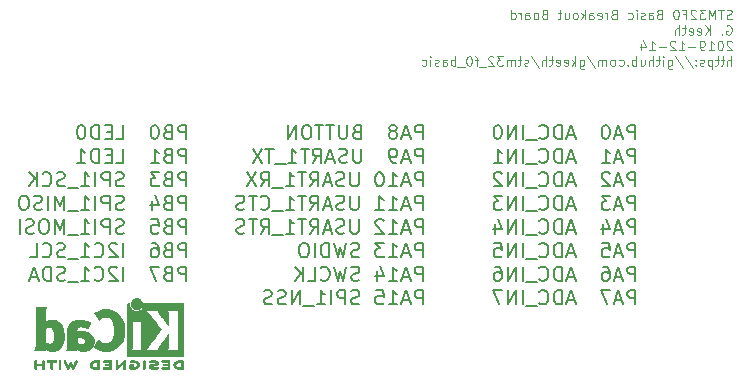
<source format=gbr>
G04 #@! TF.GenerationSoftware,KiCad,Pcbnew,5.1.5*
G04 #@! TF.CreationDate,2019-12-14T12:20:04-05:00*
G04 #@! TF.ProjectId,stm32_f0_basic,73746d33-325f-4663-905f-62617369632e,0*
G04 #@! TF.SameCoordinates,Original*
G04 #@! TF.FileFunction,Legend,Bot*
G04 #@! TF.FilePolarity,Positive*
%FSLAX46Y46*%
G04 Gerber Fmt 4.6, Leading zero omitted, Abs format (unit mm)*
G04 Created by KiCad (PCBNEW 5.1.5) date 2019-12-14 12:20:04*
%MOMM*%
%LPD*%
G04 APERTURE LIST*
%ADD10C,0.200000*%
%ADD11C,0.120000*%
%ADD12C,0.010000*%
G04 APERTURE END LIST*
D10*
X180584285Y-67542857D02*
X180584285Y-66342857D01*
X180127142Y-66342857D01*
X180012857Y-66400000D01*
X179955714Y-66457142D01*
X179898571Y-66571428D01*
X179898571Y-66742857D01*
X179955714Y-66857142D01*
X180012857Y-66914285D01*
X180127142Y-66971428D01*
X180584285Y-66971428D01*
X179441428Y-67200000D02*
X178870000Y-67200000D01*
X179555714Y-67542857D02*
X179155714Y-66342857D01*
X178755714Y-67542857D01*
X178127142Y-66342857D02*
X178012857Y-66342857D01*
X177898571Y-66400000D01*
X177841428Y-66457142D01*
X177784285Y-66571428D01*
X177727142Y-66800000D01*
X177727142Y-67085714D01*
X177784285Y-67314285D01*
X177841428Y-67428571D01*
X177898571Y-67485714D01*
X178012857Y-67542857D01*
X178127142Y-67542857D01*
X178241428Y-67485714D01*
X178298571Y-67428571D01*
X178355714Y-67314285D01*
X178412857Y-67085714D01*
X178412857Y-66800000D01*
X178355714Y-66571428D01*
X178298571Y-66457142D01*
X178241428Y-66400000D01*
X178127142Y-66342857D01*
X175441428Y-67200000D02*
X174870000Y-67200000D01*
X175555714Y-67542857D02*
X175155714Y-66342857D01*
X174755714Y-67542857D01*
X174355714Y-67542857D02*
X174355714Y-66342857D01*
X174070000Y-66342857D01*
X173898571Y-66400000D01*
X173784285Y-66514285D01*
X173727142Y-66628571D01*
X173670000Y-66857142D01*
X173670000Y-67028571D01*
X173727142Y-67257142D01*
X173784285Y-67371428D01*
X173898571Y-67485714D01*
X174070000Y-67542857D01*
X174355714Y-67542857D01*
X172470000Y-67428571D02*
X172527142Y-67485714D01*
X172698571Y-67542857D01*
X172812857Y-67542857D01*
X172984285Y-67485714D01*
X173098571Y-67371428D01*
X173155714Y-67257142D01*
X173212857Y-67028571D01*
X173212857Y-66857142D01*
X173155714Y-66628571D01*
X173098571Y-66514285D01*
X172984285Y-66400000D01*
X172812857Y-66342857D01*
X172698571Y-66342857D01*
X172527142Y-66400000D01*
X172470000Y-66457142D01*
X172241428Y-67657142D02*
X171327142Y-67657142D01*
X171041428Y-67542857D02*
X171041428Y-66342857D01*
X170470000Y-67542857D02*
X170470000Y-66342857D01*
X169784285Y-67542857D01*
X169784285Y-66342857D01*
X168984285Y-66342857D02*
X168870000Y-66342857D01*
X168755714Y-66400000D01*
X168698571Y-66457142D01*
X168641428Y-66571428D01*
X168584285Y-66800000D01*
X168584285Y-67085714D01*
X168641428Y-67314285D01*
X168698571Y-67428571D01*
X168755714Y-67485714D01*
X168870000Y-67542857D01*
X168984285Y-67542857D01*
X169098571Y-67485714D01*
X169155714Y-67428571D01*
X169212857Y-67314285D01*
X169270000Y-67085714D01*
X169270000Y-66800000D01*
X169212857Y-66571428D01*
X169155714Y-66457142D01*
X169098571Y-66400000D01*
X168984285Y-66342857D01*
X180584285Y-69542857D02*
X180584285Y-68342857D01*
X180127142Y-68342857D01*
X180012857Y-68400000D01*
X179955714Y-68457142D01*
X179898571Y-68571428D01*
X179898571Y-68742857D01*
X179955714Y-68857142D01*
X180012857Y-68914285D01*
X180127142Y-68971428D01*
X180584285Y-68971428D01*
X179441428Y-69200000D02*
X178870000Y-69200000D01*
X179555714Y-69542857D02*
X179155714Y-68342857D01*
X178755714Y-69542857D01*
X177727142Y-69542857D02*
X178412857Y-69542857D01*
X178070000Y-69542857D02*
X178070000Y-68342857D01*
X178184285Y-68514285D01*
X178298571Y-68628571D01*
X178412857Y-68685714D01*
X175441428Y-69200000D02*
X174870000Y-69200000D01*
X175555714Y-69542857D02*
X175155714Y-68342857D01*
X174755714Y-69542857D01*
X174355714Y-69542857D02*
X174355714Y-68342857D01*
X174070000Y-68342857D01*
X173898571Y-68400000D01*
X173784285Y-68514285D01*
X173727142Y-68628571D01*
X173670000Y-68857142D01*
X173670000Y-69028571D01*
X173727142Y-69257142D01*
X173784285Y-69371428D01*
X173898571Y-69485714D01*
X174070000Y-69542857D01*
X174355714Y-69542857D01*
X172470000Y-69428571D02*
X172527142Y-69485714D01*
X172698571Y-69542857D01*
X172812857Y-69542857D01*
X172984285Y-69485714D01*
X173098571Y-69371428D01*
X173155714Y-69257142D01*
X173212857Y-69028571D01*
X173212857Y-68857142D01*
X173155714Y-68628571D01*
X173098571Y-68514285D01*
X172984285Y-68400000D01*
X172812857Y-68342857D01*
X172698571Y-68342857D01*
X172527142Y-68400000D01*
X172470000Y-68457142D01*
X172241428Y-69657142D02*
X171327142Y-69657142D01*
X171041428Y-69542857D02*
X171041428Y-68342857D01*
X170470000Y-69542857D02*
X170470000Y-68342857D01*
X169784285Y-69542857D01*
X169784285Y-68342857D01*
X168584285Y-69542857D02*
X169270000Y-69542857D01*
X168927142Y-69542857D02*
X168927142Y-68342857D01*
X169041428Y-68514285D01*
X169155714Y-68628571D01*
X169270000Y-68685714D01*
X180584285Y-71542857D02*
X180584285Y-70342857D01*
X180127142Y-70342857D01*
X180012857Y-70400000D01*
X179955714Y-70457142D01*
X179898571Y-70571428D01*
X179898571Y-70742857D01*
X179955714Y-70857142D01*
X180012857Y-70914285D01*
X180127142Y-70971428D01*
X180584285Y-70971428D01*
X179441428Y-71200000D02*
X178870000Y-71200000D01*
X179555714Y-71542857D02*
X179155714Y-70342857D01*
X178755714Y-71542857D01*
X178412857Y-70457142D02*
X178355714Y-70400000D01*
X178241428Y-70342857D01*
X177955714Y-70342857D01*
X177841428Y-70400000D01*
X177784285Y-70457142D01*
X177727142Y-70571428D01*
X177727142Y-70685714D01*
X177784285Y-70857142D01*
X178470000Y-71542857D01*
X177727142Y-71542857D01*
X175441428Y-71200000D02*
X174870000Y-71200000D01*
X175555714Y-71542857D02*
X175155714Y-70342857D01*
X174755714Y-71542857D01*
X174355714Y-71542857D02*
X174355714Y-70342857D01*
X174070000Y-70342857D01*
X173898571Y-70400000D01*
X173784285Y-70514285D01*
X173727142Y-70628571D01*
X173670000Y-70857142D01*
X173670000Y-71028571D01*
X173727142Y-71257142D01*
X173784285Y-71371428D01*
X173898571Y-71485714D01*
X174070000Y-71542857D01*
X174355714Y-71542857D01*
X172470000Y-71428571D02*
X172527142Y-71485714D01*
X172698571Y-71542857D01*
X172812857Y-71542857D01*
X172984285Y-71485714D01*
X173098571Y-71371428D01*
X173155714Y-71257142D01*
X173212857Y-71028571D01*
X173212857Y-70857142D01*
X173155714Y-70628571D01*
X173098571Y-70514285D01*
X172984285Y-70400000D01*
X172812857Y-70342857D01*
X172698571Y-70342857D01*
X172527142Y-70400000D01*
X172470000Y-70457142D01*
X172241428Y-71657142D02*
X171327142Y-71657142D01*
X171041428Y-71542857D02*
X171041428Y-70342857D01*
X170470000Y-71542857D02*
X170470000Y-70342857D01*
X169784285Y-71542857D01*
X169784285Y-70342857D01*
X169270000Y-70457142D02*
X169212857Y-70400000D01*
X169098571Y-70342857D01*
X168812857Y-70342857D01*
X168698571Y-70400000D01*
X168641428Y-70457142D01*
X168584285Y-70571428D01*
X168584285Y-70685714D01*
X168641428Y-70857142D01*
X169327142Y-71542857D01*
X168584285Y-71542857D01*
X180584285Y-73542857D02*
X180584285Y-72342857D01*
X180127142Y-72342857D01*
X180012857Y-72400000D01*
X179955714Y-72457142D01*
X179898571Y-72571428D01*
X179898571Y-72742857D01*
X179955714Y-72857142D01*
X180012857Y-72914285D01*
X180127142Y-72971428D01*
X180584285Y-72971428D01*
X179441428Y-73200000D02*
X178870000Y-73200000D01*
X179555714Y-73542857D02*
X179155714Y-72342857D01*
X178755714Y-73542857D01*
X178470000Y-72342857D02*
X177727142Y-72342857D01*
X178127142Y-72800000D01*
X177955714Y-72800000D01*
X177841428Y-72857142D01*
X177784285Y-72914285D01*
X177727142Y-73028571D01*
X177727142Y-73314285D01*
X177784285Y-73428571D01*
X177841428Y-73485714D01*
X177955714Y-73542857D01*
X178298571Y-73542857D01*
X178412857Y-73485714D01*
X178470000Y-73428571D01*
X175441428Y-73200000D02*
X174870000Y-73200000D01*
X175555714Y-73542857D02*
X175155714Y-72342857D01*
X174755714Y-73542857D01*
X174355714Y-73542857D02*
X174355714Y-72342857D01*
X174070000Y-72342857D01*
X173898571Y-72400000D01*
X173784285Y-72514285D01*
X173727142Y-72628571D01*
X173670000Y-72857142D01*
X173670000Y-73028571D01*
X173727142Y-73257142D01*
X173784285Y-73371428D01*
X173898571Y-73485714D01*
X174070000Y-73542857D01*
X174355714Y-73542857D01*
X172470000Y-73428571D02*
X172527142Y-73485714D01*
X172698571Y-73542857D01*
X172812857Y-73542857D01*
X172984285Y-73485714D01*
X173098571Y-73371428D01*
X173155714Y-73257142D01*
X173212857Y-73028571D01*
X173212857Y-72857142D01*
X173155714Y-72628571D01*
X173098571Y-72514285D01*
X172984285Y-72400000D01*
X172812857Y-72342857D01*
X172698571Y-72342857D01*
X172527142Y-72400000D01*
X172470000Y-72457142D01*
X172241428Y-73657142D02*
X171327142Y-73657142D01*
X171041428Y-73542857D02*
X171041428Y-72342857D01*
X170470000Y-73542857D02*
X170470000Y-72342857D01*
X169784285Y-73542857D01*
X169784285Y-72342857D01*
X169327142Y-72342857D02*
X168584285Y-72342857D01*
X168984285Y-72800000D01*
X168812857Y-72800000D01*
X168698571Y-72857142D01*
X168641428Y-72914285D01*
X168584285Y-73028571D01*
X168584285Y-73314285D01*
X168641428Y-73428571D01*
X168698571Y-73485714D01*
X168812857Y-73542857D01*
X169155714Y-73542857D01*
X169270000Y-73485714D01*
X169327142Y-73428571D01*
X180584285Y-75542857D02*
X180584285Y-74342857D01*
X180127142Y-74342857D01*
X180012857Y-74400000D01*
X179955714Y-74457142D01*
X179898571Y-74571428D01*
X179898571Y-74742857D01*
X179955714Y-74857142D01*
X180012857Y-74914285D01*
X180127142Y-74971428D01*
X180584285Y-74971428D01*
X179441428Y-75200000D02*
X178870000Y-75200000D01*
X179555714Y-75542857D02*
X179155714Y-74342857D01*
X178755714Y-75542857D01*
X177841428Y-74742857D02*
X177841428Y-75542857D01*
X178127142Y-74285714D02*
X178412857Y-75142857D01*
X177670000Y-75142857D01*
X175441428Y-75200000D02*
X174870000Y-75200000D01*
X175555714Y-75542857D02*
X175155714Y-74342857D01*
X174755714Y-75542857D01*
X174355714Y-75542857D02*
X174355714Y-74342857D01*
X174070000Y-74342857D01*
X173898571Y-74400000D01*
X173784285Y-74514285D01*
X173727142Y-74628571D01*
X173670000Y-74857142D01*
X173670000Y-75028571D01*
X173727142Y-75257142D01*
X173784285Y-75371428D01*
X173898571Y-75485714D01*
X174070000Y-75542857D01*
X174355714Y-75542857D01*
X172470000Y-75428571D02*
X172527142Y-75485714D01*
X172698571Y-75542857D01*
X172812857Y-75542857D01*
X172984285Y-75485714D01*
X173098571Y-75371428D01*
X173155714Y-75257142D01*
X173212857Y-75028571D01*
X173212857Y-74857142D01*
X173155714Y-74628571D01*
X173098571Y-74514285D01*
X172984285Y-74400000D01*
X172812857Y-74342857D01*
X172698571Y-74342857D01*
X172527142Y-74400000D01*
X172470000Y-74457142D01*
X172241428Y-75657142D02*
X171327142Y-75657142D01*
X171041428Y-75542857D02*
X171041428Y-74342857D01*
X170470000Y-75542857D02*
X170470000Y-74342857D01*
X169784285Y-75542857D01*
X169784285Y-74342857D01*
X168698571Y-74742857D02*
X168698571Y-75542857D01*
X168984285Y-74285714D02*
X169270000Y-75142857D01*
X168527142Y-75142857D01*
X180584285Y-77542857D02*
X180584285Y-76342857D01*
X180127142Y-76342857D01*
X180012857Y-76400000D01*
X179955714Y-76457142D01*
X179898571Y-76571428D01*
X179898571Y-76742857D01*
X179955714Y-76857142D01*
X180012857Y-76914285D01*
X180127142Y-76971428D01*
X180584285Y-76971428D01*
X179441428Y-77200000D02*
X178870000Y-77200000D01*
X179555714Y-77542857D02*
X179155714Y-76342857D01*
X178755714Y-77542857D01*
X177784285Y-76342857D02*
X178355714Y-76342857D01*
X178412857Y-76914285D01*
X178355714Y-76857142D01*
X178241428Y-76800000D01*
X177955714Y-76800000D01*
X177841428Y-76857142D01*
X177784285Y-76914285D01*
X177727142Y-77028571D01*
X177727142Y-77314285D01*
X177784285Y-77428571D01*
X177841428Y-77485714D01*
X177955714Y-77542857D01*
X178241428Y-77542857D01*
X178355714Y-77485714D01*
X178412857Y-77428571D01*
X175441428Y-77200000D02*
X174870000Y-77200000D01*
X175555714Y-77542857D02*
X175155714Y-76342857D01*
X174755714Y-77542857D01*
X174355714Y-77542857D02*
X174355714Y-76342857D01*
X174070000Y-76342857D01*
X173898571Y-76400000D01*
X173784285Y-76514285D01*
X173727142Y-76628571D01*
X173670000Y-76857142D01*
X173670000Y-77028571D01*
X173727142Y-77257142D01*
X173784285Y-77371428D01*
X173898571Y-77485714D01*
X174070000Y-77542857D01*
X174355714Y-77542857D01*
X172470000Y-77428571D02*
X172527142Y-77485714D01*
X172698571Y-77542857D01*
X172812857Y-77542857D01*
X172984285Y-77485714D01*
X173098571Y-77371428D01*
X173155714Y-77257142D01*
X173212857Y-77028571D01*
X173212857Y-76857142D01*
X173155714Y-76628571D01*
X173098571Y-76514285D01*
X172984285Y-76400000D01*
X172812857Y-76342857D01*
X172698571Y-76342857D01*
X172527142Y-76400000D01*
X172470000Y-76457142D01*
X172241428Y-77657142D02*
X171327142Y-77657142D01*
X171041428Y-77542857D02*
X171041428Y-76342857D01*
X170470000Y-77542857D02*
X170470000Y-76342857D01*
X169784285Y-77542857D01*
X169784285Y-76342857D01*
X168641428Y-76342857D02*
X169212857Y-76342857D01*
X169270000Y-76914285D01*
X169212857Y-76857142D01*
X169098571Y-76800000D01*
X168812857Y-76800000D01*
X168698571Y-76857142D01*
X168641428Y-76914285D01*
X168584285Y-77028571D01*
X168584285Y-77314285D01*
X168641428Y-77428571D01*
X168698571Y-77485714D01*
X168812857Y-77542857D01*
X169098571Y-77542857D01*
X169212857Y-77485714D01*
X169270000Y-77428571D01*
X180584285Y-79542857D02*
X180584285Y-78342857D01*
X180127142Y-78342857D01*
X180012857Y-78400000D01*
X179955714Y-78457142D01*
X179898571Y-78571428D01*
X179898571Y-78742857D01*
X179955714Y-78857142D01*
X180012857Y-78914285D01*
X180127142Y-78971428D01*
X180584285Y-78971428D01*
X179441428Y-79200000D02*
X178870000Y-79200000D01*
X179555714Y-79542857D02*
X179155714Y-78342857D01*
X178755714Y-79542857D01*
X177841428Y-78342857D02*
X178070000Y-78342857D01*
X178184285Y-78400000D01*
X178241428Y-78457142D01*
X178355714Y-78628571D01*
X178412857Y-78857142D01*
X178412857Y-79314285D01*
X178355714Y-79428571D01*
X178298571Y-79485714D01*
X178184285Y-79542857D01*
X177955714Y-79542857D01*
X177841428Y-79485714D01*
X177784285Y-79428571D01*
X177727142Y-79314285D01*
X177727142Y-79028571D01*
X177784285Y-78914285D01*
X177841428Y-78857142D01*
X177955714Y-78800000D01*
X178184285Y-78800000D01*
X178298571Y-78857142D01*
X178355714Y-78914285D01*
X178412857Y-79028571D01*
X175441428Y-79200000D02*
X174870000Y-79200000D01*
X175555714Y-79542857D02*
X175155714Y-78342857D01*
X174755714Y-79542857D01*
X174355714Y-79542857D02*
X174355714Y-78342857D01*
X174070000Y-78342857D01*
X173898571Y-78400000D01*
X173784285Y-78514285D01*
X173727142Y-78628571D01*
X173670000Y-78857142D01*
X173670000Y-79028571D01*
X173727142Y-79257142D01*
X173784285Y-79371428D01*
X173898571Y-79485714D01*
X174070000Y-79542857D01*
X174355714Y-79542857D01*
X172470000Y-79428571D02*
X172527142Y-79485714D01*
X172698571Y-79542857D01*
X172812857Y-79542857D01*
X172984285Y-79485714D01*
X173098571Y-79371428D01*
X173155714Y-79257142D01*
X173212857Y-79028571D01*
X173212857Y-78857142D01*
X173155714Y-78628571D01*
X173098571Y-78514285D01*
X172984285Y-78400000D01*
X172812857Y-78342857D01*
X172698571Y-78342857D01*
X172527142Y-78400000D01*
X172470000Y-78457142D01*
X172241428Y-79657142D02*
X171327142Y-79657142D01*
X171041428Y-79542857D02*
X171041428Y-78342857D01*
X170470000Y-79542857D02*
X170470000Y-78342857D01*
X169784285Y-79542857D01*
X169784285Y-78342857D01*
X168698571Y-78342857D02*
X168927142Y-78342857D01*
X169041428Y-78400000D01*
X169098571Y-78457142D01*
X169212857Y-78628571D01*
X169270000Y-78857142D01*
X169270000Y-79314285D01*
X169212857Y-79428571D01*
X169155714Y-79485714D01*
X169041428Y-79542857D01*
X168812857Y-79542857D01*
X168698571Y-79485714D01*
X168641428Y-79428571D01*
X168584285Y-79314285D01*
X168584285Y-79028571D01*
X168641428Y-78914285D01*
X168698571Y-78857142D01*
X168812857Y-78800000D01*
X169041428Y-78800000D01*
X169155714Y-78857142D01*
X169212857Y-78914285D01*
X169270000Y-79028571D01*
X180584285Y-81542857D02*
X180584285Y-80342857D01*
X180127142Y-80342857D01*
X180012857Y-80400000D01*
X179955714Y-80457142D01*
X179898571Y-80571428D01*
X179898571Y-80742857D01*
X179955714Y-80857142D01*
X180012857Y-80914285D01*
X180127142Y-80971428D01*
X180584285Y-80971428D01*
X179441428Y-81200000D02*
X178870000Y-81200000D01*
X179555714Y-81542857D02*
X179155714Y-80342857D01*
X178755714Y-81542857D01*
X178470000Y-80342857D02*
X177670000Y-80342857D01*
X178184285Y-81542857D01*
X175441428Y-81200000D02*
X174870000Y-81200000D01*
X175555714Y-81542857D02*
X175155714Y-80342857D01*
X174755714Y-81542857D01*
X174355714Y-81542857D02*
X174355714Y-80342857D01*
X174070000Y-80342857D01*
X173898571Y-80400000D01*
X173784285Y-80514285D01*
X173727142Y-80628571D01*
X173670000Y-80857142D01*
X173670000Y-81028571D01*
X173727142Y-81257142D01*
X173784285Y-81371428D01*
X173898571Y-81485714D01*
X174070000Y-81542857D01*
X174355714Y-81542857D01*
X172470000Y-81428571D02*
X172527142Y-81485714D01*
X172698571Y-81542857D01*
X172812857Y-81542857D01*
X172984285Y-81485714D01*
X173098571Y-81371428D01*
X173155714Y-81257142D01*
X173212857Y-81028571D01*
X173212857Y-80857142D01*
X173155714Y-80628571D01*
X173098571Y-80514285D01*
X172984285Y-80400000D01*
X172812857Y-80342857D01*
X172698571Y-80342857D01*
X172527142Y-80400000D01*
X172470000Y-80457142D01*
X172241428Y-81657142D02*
X171327142Y-81657142D01*
X171041428Y-81542857D02*
X171041428Y-80342857D01*
X170470000Y-81542857D02*
X170470000Y-80342857D01*
X169784285Y-81542857D01*
X169784285Y-80342857D01*
X169327142Y-80342857D02*
X168527142Y-80342857D01*
X169041428Y-81542857D01*
X142584285Y-67542857D02*
X142584285Y-66342857D01*
X142127142Y-66342857D01*
X142012857Y-66400000D01*
X141955714Y-66457142D01*
X141898571Y-66571428D01*
X141898571Y-66742857D01*
X141955714Y-66857142D01*
X142012857Y-66914285D01*
X142127142Y-66971428D01*
X142584285Y-66971428D01*
X140984285Y-66914285D02*
X140812857Y-66971428D01*
X140755714Y-67028571D01*
X140698571Y-67142857D01*
X140698571Y-67314285D01*
X140755714Y-67428571D01*
X140812857Y-67485714D01*
X140927142Y-67542857D01*
X141384285Y-67542857D01*
X141384285Y-66342857D01*
X140984285Y-66342857D01*
X140870000Y-66400000D01*
X140812857Y-66457142D01*
X140755714Y-66571428D01*
X140755714Y-66685714D01*
X140812857Y-66800000D01*
X140870000Y-66857142D01*
X140984285Y-66914285D01*
X141384285Y-66914285D01*
X139955714Y-66342857D02*
X139841428Y-66342857D01*
X139727142Y-66400000D01*
X139670000Y-66457142D01*
X139612857Y-66571428D01*
X139555714Y-66800000D01*
X139555714Y-67085714D01*
X139612857Y-67314285D01*
X139670000Y-67428571D01*
X139727142Y-67485714D01*
X139841428Y-67542857D01*
X139955714Y-67542857D01*
X140070000Y-67485714D01*
X140127142Y-67428571D01*
X140184285Y-67314285D01*
X140241428Y-67085714D01*
X140241428Y-66800000D01*
X140184285Y-66571428D01*
X140127142Y-66457142D01*
X140070000Y-66400000D01*
X139955714Y-66342857D01*
X136641428Y-67542857D02*
X137212857Y-67542857D01*
X137212857Y-66342857D01*
X136241428Y-66914285D02*
X135841428Y-66914285D01*
X135670000Y-67542857D02*
X136241428Y-67542857D01*
X136241428Y-66342857D01*
X135670000Y-66342857D01*
X135155714Y-67542857D02*
X135155714Y-66342857D01*
X134870000Y-66342857D01*
X134698571Y-66400000D01*
X134584285Y-66514285D01*
X134527142Y-66628571D01*
X134470000Y-66857142D01*
X134470000Y-67028571D01*
X134527142Y-67257142D01*
X134584285Y-67371428D01*
X134698571Y-67485714D01*
X134870000Y-67542857D01*
X135155714Y-67542857D01*
X133727142Y-66342857D02*
X133612857Y-66342857D01*
X133498571Y-66400000D01*
X133441428Y-66457142D01*
X133384285Y-66571428D01*
X133327142Y-66800000D01*
X133327142Y-67085714D01*
X133384285Y-67314285D01*
X133441428Y-67428571D01*
X133498571Y-67485714D01*
X133612857Y-67542857D01*
X133727142Y-67542857D01*
X133841428Y-67485714D01*
X133898571Y-67428571D01*
X133955714Y-67314285D01*
X134012857Y-67085714D01*
X134012857Y-66800000D01*
X133955714Y-66571428D01*
X133898571Y-66457142D01*
X133841428Y-66400000D01*
X133727142Y-66342857D01*
X142584285Y-69542857D02*
X142584285Y-68342857D01*
X142127142Y-68342857D01*
X142012857Y-68400000D01*
X141955714Y-68457142D01*
X141898571Y-68571428D01*
X141898571Y-68742857D01*
X141955714Y-68857142D01*
X142012857Y-68914285D01*
X142127142Y-68971428D01*
X142584285Y-68971428D01*
X140984285Y-68914285D02*
X140812857Y-68971428D01*
X140755714Y-69028571D01*
X140698571Y-69142857D01*
X140698571Y-69314285D01*
X140755714Y-69428571D01*
X140812857Y-69485714D01*
X140927142Y-69542857D01*
X141384285Y-69542857D01*
X141384285Y-68342857D01*
X140984285Y-68342857D01*
X140870000Y-68400000D01*
X140812857Y-68457142D01*
X140755714Y-68571428D01*
X140755714Y-68685714D01*
X140812857Y-68800000D01*
X140870000Y-68857142D01*
X140984285Y-68914285D01*
X141384285Y-68914285D01*
X139555714Y-69542857D02*
X140241428Y-69542857D01*
X139898571Y-69542857D02*
X139898571Y-68342857D01*
X140012857Y-68514285D01*
X140127142Y-68628571D01*
X140241428Y-68685714D01*
X136641428Y-69542857D02*
X137212857Y-69542857D01*
X137212857Y-68342857D01*
X136241428Y-68914285D02*
X135841428Y-68914285D01*
X135670000Y-69542857D02*
X136241428Y-69542857D01*
X136241428Y-68342857D01*
X135670000Y-68342857D01*
X135155714Y-69542857D02*
X135155714Y-68342857D01*
X134870000Y-68342857D01*
X134698571Y-68400000D01*
X134584285Y-68514285D01*
X134527142Y-68628571D01*
X134470000Y-68857142D01*
X134470000Y-69028571D01*
X134527142Y-69257142D01*
X134584285Y-69371428D01*
X134698571Y-69485714D01*
X134870000Y-69542857D01*
X135155714Y-69542857D01*
X133327142Y-69542857D02*
X134012857Y-69542857D01*
X133670000Y-69542857D02*
X133670000Y-68342857D01*
X133784285Y-68514285D01*
X133898571Y-68628571D01*
X134012857Y-68685714D01*
X142584285Y-71542857D02*
X142584285Y-70342857D01*
X142127142Y-70342857D01*
X142012857Y-70400000D01*
X141955714Y-70457142D01*
X141898571Y-70571428D01*
X141898571Y-70742857D01*
X141955714Y-70857142D01*
X142012857Y-70914285D01*
X142127142Y-70971428D01*
X142584285Y-70971428D01*
X140984285Y-70914285D02*
X140812857Y-70971428D01*
X140755714Y-71028571D01*
X140698571Y-71142857D01*
X140698571Y-71314285D01*
X140755714Y-71428571D01*
X140812857Y-71485714D01*
X140927142Y-71542857D01*
X141384285Y-71542857D01*
X141384285Y-70342857D01*
X140984285Y-70342857D01*
X140870000Y-70400000D01*
X140812857Y-70457142D01*
X140755714Y-70571428D01*
X140755714Y-70685714D01*
X140812857Y-70800000D01*
X140870000Y-70857142D01*
X140984285Y-70914285D01*
X141384285Y-70914285D01*
X140298571Y-70342857D02*
X139555714Y-70342857D01*
X139955714Y-70800000D01*
X139784285Y-70800000D01*
X139670000Y-70857142D01*
X139612857Y-70914285D01*
X139555714Y-71028571D01*
X139555714Y-71314285D01*
X139612857Y-71428571D01*
X139670000Y-71485714D01*
X139784285Y-71542857D01*
X140127142Y-71542857D01*
X140241428Y-71485714D01*
X140298571Y-71428571D01*
X137270000Y-71485714D02*
X137098571Y-71542857D01*
X136812857Y-71542857D01*
X136698571Y-71485714D01*
X136641428Y-71428571D01*
X136584285Y-71314285D01*
X136584285Y-71200000D01*
X136641428Y-71085714D01*
X136698571Y-71028571D01*
X136812857Y-70971428D01*
X137041428Y-70914285D01*
X137155714Y-70857142D01*
X137212857Y-70800000D01*
X137270000Y-70685714D01*
X137270000Y-70571428D01*
X137212857Y-70457142D01*
X137155714Y-70400000D01*
X137041428Y-70342857D01*
X136755714Y-70342857D01*
X136584285Y-70400000D01*
X136070000Y-71542857D02*
X136070000Y-70342857D01*
X135612857Y-70342857D01*
X135498571Y-70400000D01*
X135441428Y-70457142D01*
X135384285Y-70571428D01*
X135384285Y-70742857D01*
X135441428Y-70857142D01*
X135498571Y-70914285D01*
X135612857Y-70971428D01*
X136070000Y-70971428D01*
X134870000Y-71542857D02*
X134870000Y-70342857D01*
X133670000Y-71542857D02*
X134355714Y-71542857D01*
X134012857Y-71542857D02*
X134012857Y-70342857D01*
X134127142Y-70514285D01*
X134241428Y-70628571D01*
X134355714Y-70685714D01*
X133441428Y-71657142D02*
X132527142Y-71657142D01*
X132298571Y-71485714D02*
X132127142Y-71542857D01*
X131841428Y-71542857D01*
X131727142Y-71485714D01*
X131670000Y-71428571D01*
X131612857Y-71314285D01*
X131612857Y-71200000D01*
X131670000Y-71085714D01*
X131727142Y-71028571D01*
X131841428Y-70971428D01*
X132070000Y-70914285D01*
X132184285Y-70857142D01*
X132241428Y-70800000D01*
X132298571Y-70685714D01*
X132298571Y-70571428D01*
X132241428Y-70457142D01*
X132184285Y-70400000D01*
X132070000Y-70342857D01*
X131784285Y-70342857D01*
X131612857Y-70400000D01*
X130412857Y-71428571D02*
X130470000Y-71485714D01*
X130641428Y-71542857D01*
X130755714Y-71542857D01*
X130927142Y-71485714D01*
X131041428Y-71371428D01*
X131098571Y-71257142D01*
X131155714Y-71028571D01*
X131155714Y-70857142D01*
X131098571Y-70628571D01*
X131041428Y-70514285D01*
X130927142Y-70400000D01*
X130755714Y-70342857D01*
X130641428Y-70342857D01*
X130470000Y-70400000D01*
X130412857Y-70457142D01*
X129898571Y-71542857D02*
X129898571Y-70342857D01*
X129212857Y-71542857D02*
X129727142Y-70857142D01*
X129212857Y-70342857D02*
X129898571Y-71028571D01*
X142584285Y-73542857D02*
X142584285Y-72342857D01*
X142127142Y-72342857D01*
X142012857Y-72400000D01*
X141955714Y-72457142D01*
X141898571Y-72571428D01*
X141898571Y-72742857D01*
X141955714Y-72857142D01*
X142012857Y-72914285D01*
X142127142Y-72971428D01*
X142584285Y-72971428D01*
X140984285Y-72914285D02*
X140812857Y-72971428D01*
X140755714Y-73028571D01*
X140698571Y-73142857D01*
X140698571Y-73314285D01*
X140755714Y-73428571D01*
X140812857Y-73485714D01*
X140927142Y-73542857D01*
X141384285Y-73542857D01*
X141384285Y-72342857D01*
X140984285Y-72342857D01*
X140870000Y-72400000D01*
X140812857Y-72457142D01*
X140755714Y-72571428D01*
X140755714Y-72685714D01*
X140812857Y-72800000D01*
X140870000Y-72857142D01*
X140984285Y-72914285D01*
X141384285Y-72914285D01*
X139670000Y-72742857D02*
X139670000Y-73542857D01*
X139955714Y-72285714D02*
X140241428Y-73142857D01*
X139498571Y-73142857D01*
X137270000Y-73485714D02*
X137098571Y-73542857D01*
X136812857Y-73542857D01*
X136698571Y-73485714D01*
X136641428Y-73428571D01*
X136584285Y-73314285D01*
X136584285Y-73200000D01*
X136641428Y-73085714D01*
X136698571Y-73028571D01*
X136812857Y-72971428D01*
X137041428Y-72914285D01*
X137155714Y-72857142D01*
X137212857Y-72800000D01*
X137270000Y-72685714D01*
X137270000Y-72571428D01*
X137212857Y-72457142D01*
X137155714Y-72400000D01*
X137041428Y-72342857D01*
X136755714Y-72342857D01*
X136584285Y-72400000D01*
X136070000Y-73542857D02*
X136070000Y-72342857D01*
X135612857Y-72342857D01*
X135498571Y-72400000D01*
X135441428Y-72457142D01*
X135384285Y-72571428D01*
X135384285Y-72742857D01*
X135441428Y-72857142D01*
X135498571Y-72914285D01*
X135612857Y-72971428D01*
X136070000Y-72971428D01*
X134870000Y-73542857D02*
X134870000Y-72342857D01*
X133670000Y-73542857D02*
X134355714Y-73542857D01*
X134012857Y-73542857D02*
X134012857Y-72342857D01*
X134127142Y-72514285D01*
X134241428Y-72628571D01*
X134355714Y-72685714D01*
X133441428Y-73657142D02*
X132527142Y-73657142D01*
X132241428Y-73542857D02*
X132241428Y-72342857D01*
X131841428Y-73200000D01*
X131441428Y-72342857D01*
X131441428Y-73542857D01*
X130870000Y-73542857D02*
X130870000Y-72342857D01*
X130355714Y-73485714D02*
X130184285Y-73542857D01*
X129898571Y-73542857D01*
X129784285Y-73485714D01*
X129727142Y-73428571D01*
X129670000Y-73314285D01*
X129670000Y-73200000D01*
X129727142Y-73085714D01*
X129784285Y-73028571D01*
X129898571Y-72971428D01*
X130127142Y-72914285D01*
X130241428Y-72857142D01*
X130298571Y-72800000D01*
X130355714Y-72685714D01*
X130355714Y-72571428D01*
X130298571Y-72457142D01*
X130241428Y-72400000D01*
X130127142Y-72342857D01*
X129841428Y-72342857D01*
X129670000Y-72400000D01*
X128927142Y-72342857D02*
X128698571Y-72342857D01*
X128584285Y-72400000D01*
X128470000Y-72514285D01*
X128412857Y-72742857D01*
X128412857Y-73142857D01*
X128470000Y-73371428D01*
X128584285Y-73485714D01*
X128698571Y-73542857D01*
X128927142Y-73542857D01*
X129041428Y-73485714D01*
X129155714Y-73371428D01*
X129212857Y-73142857D01*
X129212857Y-72742857D01*
X129155714Y-72514285D01*
X129041428Y-72400000D01*
X128927142Y-72342857D01*
X142584285Y-75542857D02*
X142584285Y-74342857D01*
X142127142Y-74342857D01*
X142012857Y-74400000D01*
X141955714Y-74457142D01*
X141898571Y-74571428D01*
X141898571Y-74742857D01*
X141955714Y-74857142D01*
X142012857Y-74914285D01*
X142127142Y-74971428D01*
X142584285Y-74971428D01*
X140984285Y-74914285D02*
X140812857Y-74971428D01*
X140755714Y-75028571D01*
X140698571Y-75142857D01*
X140698571Y-75314285D01*
X140755714Y-75428571D01*
X140812857Y-75485714D01*
X140927142Y-75542857D01*
X141384285Y-75542857D01*
X141384285Y-74342857D01*
X140984285Y-74342857D01*
X140870000Y-74400000D01*
X140812857Y-74457142D01*
X140755714Y-74571428D01*
X140755714Y-74685714D01*
X140812857Y-74800000D01*
X140870000Y-74857142D01*
X140984285Y-74914285D01*
X141384285Y-74914285D01*
X139612857Y-74342857D02*
X140184285Y-74342857D01*
X140241428Y-74914285D01*
X140184285Y-74857142D01*
X140070000Y-74800000D01*
X139784285Y-74800000D01*
X139670000Y-74857142D01*
X139612857Y-74914285D01*
X139555714Y-75028571D01*
X139555714Y-75314285D01*
X139612857Y-75428571D01*
X139670000Y-75485714D01*
X139784285Y-75542857D01*
X140070000Y-75542857D01*
X140184285Y-75485714D01*
X140241428Y-75428571D01*
X137270000Y-75485714D02*
X137098571Y-75542857D01*
X136812857Y-75542857D01*
X136698571Y-75485714D01*
X136641428Y-75428571D01*
X136584285Y-75314285D01*
X136584285Y-75200000D01*
X136641428Y-75085714D01*
X136698571Y-75028571D01*
X136812857Y-74971428D01*
X137041428Y-74914285D01*
X137155714Y-74857142D01*
X137212857Y-74800000D01*
X137270000Y-74685714D01*
X137270000Y-74571428D01*
X137212857Y-74457142D01*
X137155714Y-74400000D01*
X137041428Y-74342857D01*
X136755714Y-74342857D01*
X136584285Y-74400000D01*
X136070000Y-75542857D02*
X136070000Y-74342857D01*
X135612857Y-74342857D01*
X135498571Y-74400000D01*
X135441428Y-74457142D01*
X135384285Y-74571428D01*
X135384285Y-74742857D01*
X135441428Y-74857142D01*
X135498571Y-74914285D01*
X135612857Y-74971428D01*
X136070000Y-74971428D01*
X134870000Y-75542857D02*
X134870000Y-74342857D01*
X133670000Y-75542857D02*
X134355714Y-75542857D01*
X134012857Y-75542857D02*
X134012857Y-74342857D01*
X134127142Y-74514285D01*
X134241428Y-74628571D01*
X134355714Y-74685714D01*
X133441428Y-75657142D02*
X132527142Y-75657142D01*
X132241428Y-75542857D02*
X132241428Y-74342857D01*
X131841428Y-75200000D01*
X131441428Y-74342857D01*
X131441428Y-75542857D01*
X130641428Y-74342857D02*
X130412857Y-74342857D01*
X130298571Y-74400000D01*
X130184285Y-74514285D01*
X130127142Y-74742857D01*
X130127142Y-75142857D01*
X130184285Y-75371428D01*
X130298571Y-75485714D01*
X130412857Y-75542857D01*
X130641428Y-75542857D01*
X130755714Y-75485714D01*
X130870000Y-75371428D01*
X130927142Y-75142857D01*
X130927142Y-74742857D01*
X130870000Y-74514285D01*
X130755714Y-74400000D01*
X130641428Y-74342857D01*
X129670000Y-75485714D02*
X129498571Y-75542857D01*
X129212857Y-75542857D01*
X129098571Y-75485714D01*
X129041428Y-75428571D01*
X128984285Y-75314285D01*
X128984285Y-75200000D01*
X129041428Y-75085714D01*
X129098571Y-75028571D01*
X129212857Y-74971428D01*
X129441428Y-74914285D01*
X129555714Y-74857142D01*
X129612857Y-74800000D01*
X129670000Y-74685714D01*
X129670000Y-74571428D01*
X129612857Y-74457142D01*
X129555714Y-74400000D01*
X129441428Y-74342857D01*
X129155714Y-74342857D01*
X128984285Y-74400000D01*
X128470000Y-75542857D02*
X128470000Y-74342857D01*
X142584285Y-77542857D02*
X142584285Y-76342857D01*
X142127142Y-76342857D01*
X142012857Y-76400000D01*
X141955714Y-76457142D01*
X141898571Y-76571428D01*
X141898571Y-76742857D01*
X141955714Y-76857142D01*
X142012857Y-76914285D01*
X142127142Y-76971428D01*
X142584285Y-76971428D01*
X140984285Y-76914285D02*
X140812857Y-76971428D01*
X140755714Y-77028571D01*
X140698571Y-77142857D01*
X140698571Y-77314285D01*
X140755714Y-77428571D01*
X140812857Y-77485714D01*
X140927142Y-77542857D01*
X141384285Y-77542857D01*
X141384285Y-76342857D01*
X140984285Y-76342857D01*
X140870000Y-76400000D01*
X140812857Y-76457142D01*
X140755714Y-76571428D01*
X140755714Y-76685714D01*
X140812857Y-76800000D01*
X140870000Y-76857142D01*
X140984285Y-76914285D01*
X141384285Y-76914285D01*
X139670000Y-76342857D02*
X139898571Y-76342857D01*
X140012857Y-76400000D01*
X140070000Y-76457142D01*
X140184285Y-76628571D01*
X140241428Y-76857142D01*
X140241428Y-77314285D01*
X140184285Y-77428571D01*
X140127142Y-77485714D01*
X140012857Y-77542857D01*
X139784285Y-77542857D01*
X139670000Y-77485714D01*
X139612857Y-77428571D01*
X139555714Y-77314285D01*
X139555714Y-77028571D01*
X139612857Y-76914285D01*
X139670000Y-76857142D01*
X139784285Y-76800000D01*
X140012857Y-76800000D01*
X140127142Y-76857142D01*
X140184285Y-76914285D01*
X140241428Y-77028571D01*
X137212857Y-77542857D02*
X137212857Y-76342857D01*
X136698571Y-76457142D02*
X136641428Y-76400000D01*
X136527142Y-76342857D01*
X136241428Y-76342857D01*
X136127142Y-76400000D01*
X136070000Y-76457142D01*
X136012857Y-76571428D01*
X136012857Y-76685714D01*
X136070000Y-76857142D01*
X136755714Y-77542857D01*
X136012857Y-77542857D01*
X134812857Y-77428571D02*
X134870000Y-77485714D01*
X135041428Y-77542857D01*
X135155714Y-77542857D01*
X135327142Y-77485714D01*
X135441428Y-77371428D01*
X135498571Y-77257142D01*
X135555714Y-77028571D01*
X135555714Y-76857142D01*
X135498571Y-76628571D01*
X135441428Y-76514285D01*
X135327142Y-76400000D01*
X135155714Y-76342857D01*
X135041428Y-76342857D01*
X134870000Y-76400000D01*
X134812857Y-76457142D01*
X133670000Y-77542857D02*
X134355714Y-77542857D01*
X134012857Y-77542857D02*
X134012857Y-76342857D01*
X134127142Y-76514285D01*
X134241428Y-76628571D01*
X134355714Y-76685714D01*
X133441428Y-77657142D02*
X132527142Y-77657142D01*
X132298571Y-77485714D02*
X132127142Y-77542857D01*
X131841428Y-77542857D01*
X131727142Y-77485714D01*
X131670000Y-77428571D01*
X131612857Y-77314285D01*
X131612857Y-77200000D01*
X131670000Y-77085714D01*
X131727142Y-77028571D01*
X131841428Y-76971428D01*
X132070000Y-76914285D01*
X132184285Y-76857142D01*
X132241428Y-76800000D01*
X132298571Y-76685714D01*
X132298571Y-76571428D01*
X132241428Y-76457142D01*
X132184285Y-76400000D01*
X132070000Y-76342857D01*
X131784285Y-76342857D01*
X131612857Y-76400000D01*
X130412857Y-77428571D02*
X130470000Y-77485714D01*
X130641428Y-77542857D01*
X130755714Y-77542857D01*
X130927142Y-77485714D01*
X131041428Y-77371428D01*
X131098571Y-77257142D01*
X131155714Y-77028571D01*
X131155714Y-76857142D01*
X131098571Y-76628571D01*
X131041428Y-76514285D01*
X130927142Y-76400000D01*
X130755714Y-76342857D01*
X130641428Y-76342857D01*
X130470000Y-76400000D01*
X130412857Y-76457142D01*
X129327142Y-77542857D02*
X129898571Y-77542857D01*
X129898571Y-76342857D01*
X142584285Y-79542857D02*
X142584285Y-78342857D01*
X142127142Y-78342857D01*
X142012857Y-78400000D01*
X141955714Y-78457142D01*
X141898571Y-78571428D01*
X141898571Y-78742857D01*
X141955714Y-78857142D01*
X142012857Y-78914285D01*
X142127142Y-78971428D01*
X142584285Y-78971428D01*
X140984285Y-78914285D02*
X140812857Y-78971428D01*
X140755714Y-79028571D01*
X140698571Y-79142857D01*
X140698571Y-79314285D01*
X140755714Y-79428571D01*
X140812857Y-79485714D01*
X140927142Y-79542857D01*
X141384285Y-79542857D01*
X141384285Y-78342857D01*
X140984285Y-78342857D01*
X140870000Y-78400000D01*
X140812857Y-78457142D01*
X140755714Y-78571428D01*
X140755714Y-78685714D01*
X140812857Y-78800000D01*
X140870000Y-78857142D01*
X140984285Y-78914285D01*
X141384285Y-78914285D01*
X140298571Y-78342857D02*
X139498571Y-78342857D01*
X140012857Y-79542857D01*
X137212857Y-79542857D02*
X137212857Y-78342857D01*
X136698571Y-78457142D02*
X136641428Y-78400000D01*
X136527142Y-78342857D01*
X136241428Y-78342857D01*
X136127142Y-78400000D01*
X136070000Y-78457142D01*
X136012857Y-78571428D01*
X136012857Y-78685714D01*
X136070000Y-78857142D01*
X136755714Y-79542857D01*
X136012857Y-79542857D01*
X134812857Y-79428571D02*
X134870000Y-79485714D01*
X135041428Y-79542857D01*
X135155714Y-79542857D01*
X135327142Y-79485714D01*
X135441428Y-79371428D01*
X135498571Y-79257142D01*
X135555714Y-79028571D01*
X135555714Y-78857142D01*
X135498571Y-78628571D01*
X135441428Y-78514285D01*
X135327142Y-78400000D01*
X135155714Y-78342857D01*
X135041428Y-78342857D01*
X134870000Y-78400000D01*
X134812857Y-78457142D01*
X133670000Y-79542857D02*
X134355714Y-79542857D01*
X134012857Y-79542857D02*
X134012857Y-78342857D01*
X134127142Y-78514285D01*
X134241428Y-78628571D01*
X134355714Y-78685714D01*
X133441428Y-79657142D02*
X132527142Y-79657142D01*
X132298571Y-79485714D02*
X132127142Y-79542857D01*
X131841428Y-79542857D01*
X131727142Y-79485714D01*
X131670000Y-79428571D01*
X131612857Y-79314285D01*
X131612857Y-79200000D01*
X131670000Y-79085714D01*
X131727142Y-79028571D01*
X131841428Y-78971428D01*
X132070000Y-78914285D01*
X132184285Y-78857142D01*
X132241428Y-78800000D01*
X132298571Y-78685714D01*
X132298571Y-78571428D01*
X132241428Y-78457142D01*
X132184285Y-78400000D01*
X132070000Y-78342857D01*
X131784285Y-78342857D01*
X131612857Y-78400000D01*
X131098571Y-79542857D02*
X131098571Y-78342857D01*
X130812857Y-78342857D01*
X130641428Y-78400000D01*
X130527142Y-78514285D01*
X130470000Y-78628571D01*
X130412857Y-78857142D01*
X130412857Y-79028571D01*
X130470000Y-79257142D01*
X130527142Y-79371428D01*
X130641428Y-79485714D01*
X130812857Y-79542857D01*
X131098571Y-79542857D01*
X129955714Y-79200000D02*
X129384285Y-79200000D01*
X130070000Y-79542857D02*
X129670000Y-78342857D01*
X129270000Y-79542857D01*
X162584285Y-67542857D02*
X162584285Y-66342857D01*
X162127142Y-66342857D01*
X162012857Y-66400000D01*
X161955714Y-66457142D01*
X161898571Y-66571428D01*
X161898571Y-66742857D01*
X161955714Y-66857142D01*
X162012857Y-66914285D01*
X162127142Y-66971428D01*
X162584285Y-66971428D01*
X161441428Y-67200000D02*
X160870000Y-67200000D01*
X161555714Y-67542857D02*
X161155714Y-66342857D01*
X160755714Y-67542857D01*
X160184285Y-66857142D02*
X160298571Y-66800000D01*
X160355714Y-66742857D01*
X160412857Y-66628571D01*
X160412857Y-66571428D01*
X160355714Y-66457142D01*
X160298571Y-66400000D01*
X160184285Y-66342857D01*
X159955714Y-66342857D01*
X159841428Y-66400000D01*
X159784285Y-66457142D01*
X159727142Y-66571428D01*
X159727142Y-66628571D01*
X159784285Y-66742857D01*
X159841428Y-66800000D01*
X159955714Y-66857142D01*
X160184285Y-66857142D01*
X160298571Y-66914285D01*
X160355714Y-66971428D01*
X160412857Y-67085714D01*
X160412857Y-67314285D01*
X160355714Y-67428571D01*
X160298571Y-67485714D01*
X160184285Y-67542857D01*
X159955714Y-67542857D01*
X159841428Y-67485714D01*
X159784285Y-67428571D01*
X159727142Y-67314285D01*
X159727142Y-67085714D01*
X159784285Y-66971428D01*
X159841428Y-66914285D01*
X159955714Y-66857142D01*
X156984285Y-66914285D02*
X156812857Y-66971428D01*
X156755714Y-67028571D01*
X156698571Y-67142857D01*
X156698571Y-67314285D01*
X156755714Y-67428571D01*
X156812857Y-67485714D01*
X156927142Y-67542857D01*
X157384285Y-67542857D01*
X157384285Y-66342857D01*
X156984285Y-66342857D01*
X156870000Y-66400000D01*
X156812857Y-66457142D01*
X156755714Y-66571428D01*
X156755714Y-66685714D01*
X156812857Y-66800000D01*
X156870000Y-66857142D01*
X156984285Y-66914285D01*
X157384285Y-66914285D01*
X156184285Y-66342857D02*
X156184285Y-67314285D01*
X156127142Y-67428571D01*
X156070000Y-67485714D01*
X155955714Y-67542857D01*
X155727142Y-67542857D01*
X155612857Y-67485714D01*
X155555714Y-67428571D01*
X155498571Y-67314285D01*
X155498571Y-66342857D01*
X155098571Y-66342857D02*
X154412857Y-66342857D01*
X154755714Y-67542857D02*
X154755714Y-66342857D01*
X154184285Y-66342857D02*
X153498571Y-66342857D01*
X153841428Y-67542857D02*
X153841428Y-66342857D01*
X152870000Y-66342857D02*
X152641428Y-66342857D01*
X152527142Y-66400000D01*
X152412857Y-66514285D01*
X152355714Y-66742857D01*
X152355714Y-67142857D01*
X152412857Y-67371428D01*
X152527142Y-67485714D01*
X152641428Y-67542857D01*
X152870000Y-67542857D01*
X152984285Y-67485714D01*
X153098571Y-67371428D01*
X153155714Y-67142857D01*
X153155714Y-66742857D01*
X153098571Y-66514285D01*
X152984285Y-66400000D01*
X152870000Y-66342857D01*
X151841428Y-67542857D02*
X151841428Y-66342857D01*
X151155714Y-67542857D01*
X151155714Y-66342857D01*
X162584285Y-69542857D02*
X162584285Y-68342857D01*
X162127142Y-68342857D01*
X162012857Y-68400000D01*
X161955714Y-68457142D01*
X161898571Y-68571428D01*
X161898571Y-68742857D01*
X161955714Y-68857142D01*
X162012857Y-68914285D01*
X162127142Y-68971428D01*
X162584285Y-68971428D01*
X161441428Y-69200000D02*
X160870000Y-69200000D01*
X161555714Y-69542857D02*
X161155714Y-68342857D01*
X160755714Y-69542857D01*
X160298571Y-69542857D02*
X160070000Y-69542857D01*
X159955714Y-69485714D01*
X159898571Y-69428571D01*
X159784285Y-69257142D01*
X159727142Y-69028571D01*
X159727142Y-68571428D01*
X159784285Y-68457142D01*
X159841428Y-68400000D01*
X159955714Y-68342857D01*
X160184285Y-68342857D01*
X160298571Y-68400000D01*
X160355714Y-68457142D01*
X160412857Y-68571428D01*
X160412857Y-68857142D01*
X160355714Y-68971428D01*
X160298571Y-69028571D01*
X160184285Y-69085714D01*
X159955714Y-69085714D01*
X159841428Y-69028571D01*
X159784285Y-68971428D01*
X159727142Y-68857142D01*
X157384285Y-68342857D02*
X157384285Y-69314285D01*
X157327142Y-69428571D01*
X157270000Y-69485714D01*
X157155714Y-69542857D01*
X156927142Y-69542857D01*
X156812857Y-69485714D01*
X156755714Y-69428571D01*
X156698571Y-69314285D01*
X156698571Y-68342857D01*
X156184285Y-69485714D02*
X156012857Y-69542857D01*
X155727142Y-69542857D01*
X155612857Y-69485714D01*
X155555714Y-69428571D01*
X155498571Y-69314285D01*
X155498571Y-69200000D01*
X155555714Y-69085714D01*
X155612857Y-69028571D01*
X155727142Y-68971428D01*
X155955714Y-68914285D01*
X156070000Y-68857142D01*
X156127142Y-68800000D01*
X156184285Y-68685714D01*
X156184285Y-68571428D01*
X156127142Y-68457142D01*
X156070000Y-68400000D01*
X155955714Y-68342857D01*
X155670000Y-68342857D01*
X155498571Y-68400000D01*
X155041428Y-69200000D02*
X154470000Y-69200000D01*
X155155714Y-69542857D02*
X154755714Y-68342857D01*
X154355714Y-69542857D01*
X153270000Y-69542857D02*
X153670000Y-68971428D01*
X153955714Y-69542857D02*
X153955714Y-68342857D01*
X153498571Y-68342857D01*
X153384285Y-68400000D01*
X153327142Y-68457142D01*
X153270000Y-68571428D01*
X153270000Y-68742857D01*
X153327142Y-68857142D01*
X153384285Y-68914285D01*
X153498571Y-68971428D01*
X153955714Y-68971428D01*
X152927142Y-68342857D02*
X152241428Y-68342857D01*
X152584285Y-69542857D02*
X152584285Y-68342857D01*
X151212857Y-69542857D02*
X151898571Y-69542857D01*
X151555714Y-69542857D02*
X151555714Y-68342857D01*
X151670000Y-68514285D01*
X151784285Y-68628571D01*
X151898571Y-68685714D01*
X150984285Y-69657142D02*
X150070000Y-69657142D01*
X149955714Y-68342857D02*
X149270000Y-68342857D01*
X149612857Y-69542857D02*
X149612857Y-68342857D01*
X148984285Y-68342857D02*
X148184285Y-69542857D01*
X148184285Y-68342857D02*
X148984285Y-69542857D01*
X162584285Y-71542857D02*
X162584285Y-70342857D01*
X162127142Y-70342857D01*
X162012857Y-70400000D01*
X161955714Y-70457142D01*
X161898571Y-70571428D01*
X161898571Y-70742857D01*
X161955714Y-70857142D01*
X162012857Y-70914285D01*
X162127142Y-70971428D01*
X162584285Y-70971428D01*
X161441428Y-71200000D02*
X160870000Y-71200000D01*
X161555714Y-71542857D02*
X161155714Y-70342857D01*
X160755714Y-71542857D01*
X159727142Y-71542857D02*
X160412857Y-71542857D01*
X160070000Y-71542857D02*
X160070000Y-70342857D01*
X160184285Y-70514285D01*
X160298571Y-70628571D01*
X160412857Y-70685714D01*
X158984285Y-70342857D02*
X158870000Y-70342857D01*
X158755714Y-70400000D01*
X158698571Y-70457142D01*
X158641428Y-70571428D01*
X158584285Y-70800000D01*
X158584285Y-71085714D01*
X158641428Y-71314285D01*
X158698571Y-71428571D01*
X158755714Y-71485714D01*
X158870000Y-71542857D01*
X158984285Y-71542857D01*
X159098571Y-71485714D01*
X159155714Y-71428571D01*
X159212857Y-71314285D01*
X159270000Y-71085714D01*
X159270000Y-70800000D01*
X159212857Y-70571428D01*
X159155714Y-70457142D01*
X159098571Y-70400000D01*
X158984285Y-70342857D01*
X157155714Y-70342857D02*
X157155714Y-71314285D01*
X157098571Y-71428571D01*
X157041428Y-71485714D01*
X156927142Y-71542857D01*
X156698571Y-71542857D01*
X156584285Y-71485714D01*
X156527142Y-71428571D01*
X156470000Y-71314285D01*
X156470000Y-70342857D01*
X155955714Y-71485714D02*
X155784285Y-71542857D01*
X155498571Y-71542857D01*
X155384285Y-71485714D01*
X155327142Y-71428571D01*
X155270000Y-71314285D01*
X155270000Y-71200000D01*
X155327142Y-71085714D01*
X155384285Y-71028571D01*
X155498571Y-70971428D01*
X155727142Y-70914285D01*
X155841428Y-70857142D01*
X155898571Y-70800000D01*
X155955714Y-70685714D01*
X155955714Y-70571428D01*
X155898571Y-70457142D01*
X155841428Y-70400000D01*
X155727142Y-70342857D01*
X155441428Y-70342857D01*
X155270000Y-70400000D01*
X154812857Y-71200000D02*
X154241428Y-71200000D01*
X154927142Y-71542857D02*
X154527142Y-70342857D01*
X154127142Y-71542857D01*
X153041428Y-71542857D02*
X153441428Y-70971428D01*
X153727142Y-71542857D02*
X153727142Y-70342857D01*
X153270000Y-70342857D01*
X153155714Y-70400000D01*
X153098571Y-70457142D01*
X153041428Y-70571428D01*
X153041428Y-70742857D01*
X153098571Y-70857142D01*
X153155714Y-70914285D01*
X153270000Y-70971428D01*
X153727142Y-70971428D01*
X152698571Y-70342857D02*
X152012857Y-70342857D01*
X152355714Y-71542857D02*
X152355714Y-70342857D01*
X150984285Y-71542857D02*
X151670000Y-71542857D01*
X151327142Y-71542857D02*
X151327142Y-70342857D01*
X151441428Y-70514285D01*
X151555714Y-70628571D01*
X151670000Y-70685714D01*
X150755714Y-71657142D02*
X149841428Y-71657142D01*
X148870000Y-71542857D02*
X149270000Y-70971428D01*
X149555714Y-71542857D02*
X149555714Y-70342857D01*
X149098571Y-70342857D01*
X148984285Y-70400000D01*
X148927142Y-70457142D01*
X148870000Y-70571428D01*
X148870000Y-70742857D01*
X148927142Y-70857142D01*
X148984285Y-70914285D01*
X149098571Y-70971428D01*
X149555714Y-70971428D01*
X148470000Y-70342857D02*
X147670000Y-71542857D01*
X147670000Y-70342857D02*
X148470000Y-71542857D01*
X162584285Y-73542857D02*
X162584285Y-72342857D01*
X162127142Y-72342857D01*
X162012857Y-72400000D01*
X161955714Y-72457142D01*
X161898571Y-72571428D01*
X161898571Y-72742857D01*
X161955714Y-72857142D01*
X162012857Y-72914285D01*
X162127142Y-72971428D01*
X162584285Y-72971428D01*
X161441428Y-73200000D02*
X160870000Y-73200000D01*
X161555714Y-73542857D02*
X161155714Y-72342857D01*
X160755714Y-73542857D01*
X159727142Y-73542857D02*
X160412857Y-73542857D01*
X160070000Y-73542857D02*
X160070000Y-72342857D01*
X160184285Y-72514285D01*
X160298571Y-72628571D01*
X160412857Y-72685714D01*
X158584285Y-73542857D02*
X159270000Y-73542857D01*
X158927142Y-73542857D02*
X158927142Y-72342857D01*
X159041428Y-72514285D01*
X159155714Y-72628571D01*
X159270000Y-72685714D01*
X157155714Y-72342857D02*
X157155714Y-73314285D01*
X157098571Y-73428571D01*
X157041428Y-73485714D01*
X156927142Y-73542857D01*
X156698571Y-73542857D01*
X156584285Y-73485714D01*
X156527142Y-73428571D01*
X156470000Y-73314285D01*
X156470000Y-72342857D01*
X155955714Y-73485714D02*
X155784285Y-73542857D01*
X155498571Y-73542857D01*
X155384285Y-73485714D01*
X155327142Y-73428571D01*
X155270000Y-73314285D01*
X155270000Y-73200000D01*
X155327142Y-73085714D01*
X155384285Y-73028571D01*
X155498571Y-72971428D01*
X155727142Y-72914285D01*
X155841428Y-72857142D01*
X155898571Y-72800000D01*
X155955714Y-72685714D01*
X155955714Y-72571428D01*
X155898571Y-72457142D01*
X155841428Y-72400000D01*
X155727142Y-72342857D01*
X155441428Y-72342857D01*
X155270000Y-72400000D01*
X154812857Y-73200000D02*
X154241428Y-73200000D01*
X154927142Y-73542857D02*
X154527142Y-72342857D01*
X154127142Y-73542857D01*
X153041428Y-73542857D02*
X153441428Y-72971428D01*
X153727142Y-73542857D02*
X153727142Y-72342857D01*
X153270000Y-72342857D01*
X153155714Y-72400000D01*
X153098571Y-72457142D01*
X153041428Y-72571428D01*
X153041428Y-72742857D01*
X153098571Y-72857142D01*
X153155714Y-72914285D01*
X153270000Y-72971428D01*
X153727142Y-72971428D01*
X152698571Y-72342857D02*
X152012857Y-72342857D01*
X152355714Y-73542857D02*
X152355714Y-72342857D01*
X150984285Y-73542857D02*
X151670000Y-73542857D01*
X151327142Y-73542857D02*
X151327142Y-72342857D01*
X151441428Y-72514285D01*
X151555714Y-72628571D01*
X151670000Y-72685714D01*
X150755714Y-73657142D02*
X149841428Y-73657142D01*
X148870000Y-73428571D02*
X148927142Y-73485714D01*
X149098571Y-73542857D01*
X149212857Y-73542857D01*
X149384285Y-73485714D01*
X149498571Y-73371428D01*
X149555714Y-73257142D01*
X149612857Y-73028571D01*
X149612857Y-72857142D01*
X149555714Y-72628571D01*
X149498571Y-72514285D01*
X149384285Y-72400000D01*
X149212857Y-72342857D01*
X149098571Y-72342857D01*
X148927142Y-72400000D01*
X148870000Y-72457142D01*
X148527142Y-72342857D02*
X147841428Y-72342857D01*
X148184285Y-73542857D02*
X148184285Y-72342857D01*
X147498571Y-73485714D02*
X147327142Y-73542857D01*
X147041428Y-73542857D01*
X146927142Y-73485714D01*
X146870000Y-73428571D01*
X146812857Y-73314285D01*
X146812857Y-73200000D01*
X146870000Y-73085714D01*
X146927142Y-73028571D01*
X147041428Y-72971428D01*
X147270000Y-72914285D01*
X147384285Y-72857142D01*
X147441428Y-72800000D01*
X147498571Y-72685714D01*
X147498571Y-72571428D01*
X147441428Y-72457142D01*
X147384285Y-72400000D01*
X147270000Y-72342857D01*
X146984285Y-72342857D01*
X146812857Y-72400000D01*
X162584285Y-75542857D02*
X162584285Y-74342857D01*
X162127142Y-74342857D01*
X162012857Y-74400000D01*
X161955714Y-74457142D01*
X161898571Y-74571428D01*
X161898571Y-74742857D01*
X161955714Y-74857142D01*
X162012857Y-74914285D01*
X162127142Y-74971428D01*
X162584285Y-74971428D01*
X161441428Y-75200000D02*
X160870000Y-75200000D01*
X161555714Y-75542857D02*
X161155714Y-74342857D01*
X160755714Y-75542857D01*
X159727142Y-75542857D02*
X160412857Y-75542857D01*
X160070000Y-75542857D02*
X160070000Y-74342857D01*
X160184285Y-74514285D01*
X160298571Y-74628571D01*
X160412857Y-74685714D01*
X159270000Y-74457142D02*
X159212857Y-74400000D01*
X159098571Y-74342857D01*
X158812857Y-74342857D01*
X158698571Y-74400000D01*
X158641428Y-74457142D01*
X158584285Y-74571428D01*
X158584285Y-74685714D01*
X158641428Y-74857142D01*
X159327142Y-75542857D01*
X158584285Y-75542857D01*
X157155714Y-74342857D02*
X157155714Y-75314285D01*
X157098571Y-75428571D01*
X157041428Y-75485714D01*
X156927142Y-75542857D01*
X156698571Y-75542857D01*
X156584285Y-75485714D01*
X156527142Y-75428571D01*
X156470000Y-75314285D01*
X156470000Y-74342857D01*
X155955714Y-75485714D02*
X155784285Y-75542857D01*
X155498571Y-75542857D01*
X155384285Y-75485714D01*
X155327142Y-75428571D01*
X155270000Y-75314285D01*
X155270000Y-75200000D01*
X155327142Y-75085714D01*
X155384285Y-75028571D01*
X155498571Y-74971428D01*
X155727142Y-74914285D01*
X155841428Y-74857142D01*
X155898571Y-74800000D01*
X155955714Y-74685714D01*
X155955714Y-74571428D01*
X155898571Y-74457142D01*
X155841428Y-74400000D01*
X155727142Y-74342857D01*
X155441428Y-74342857D01*
X155270000Y-74400000D01*
X154812857Y-75200000D02*
X154241428Y-75200000D01*
X154927142Y-75542857D02*
X154527142Y-74342857D01*
X154127142Y-75542857D01*
X153041428Y-75542857D02*
X153441428Y-74971428D01*
X153727142Y-75542857D02*
X153727142Y-74342857D01*
X153270000Y-74342857D01*
X153155714Y-74400000D01*
X153098571Y-74457142D01*
X153041428Y-74571428D01*
X153041428Y-74742857D01*
X153098571Y-74857142D01*
X153155714Y-74914285D01*
X153270000Y-74971428D01*
X153727142Y-74971428D01*
X152698571Y-74342857D02*
X152012857Y-74342857D01*
X152355714Y-75542857D02*
X152355714Y-74342857D01*
X150984285Y-75542857D02*
X151670000Y-75542857D01*
X151327142Y-75542857D02*
X151327142Y-74342857D01*
X151441428Y-74514285D01*
X151555714Y-74628571D01*
X151670000Y-74685714D01*
X150755714Y-75657142D02*
X149841428Y-75657142D01*
X148870000Y-75542857D02*
X149270000Y-74971428D01*
X149555714Y-75542857D02*
X149555714Y-74342857D01*
X149098571Y-74342857D01*
X148984285Y-74400000D01*
X148927142Y-74457142D01*
X148870000Y-74571428D01*
X148870000Y-74742857D01*
X148927142Y-74857142D01*
X148984285Y-74914285D01*
X149098571Y-74971428D01*
X149555714Y-74971428D01*
X148527142Y-74342857D02*
X147841428Y-74342857D01*
X148184285Y-75542857D02*
X148184285Y-74342857D01*
X147498571Y-75485714D02*
X147327142Y-75542857D01*
X147041428Y-75542857D01*
X146927142Y-75485714D01*
X146870000Y-75428571D01*
X146812857Y-75314285D01*
X146812857Y-75200000D01*
X146870000Y-75085714D01*
X146927142Y-75028571D01*
X147041428Y-74971428D01*
X147270000Y-74914285D01*
X147384285Y-74857142D01*
X147441428Y-74800000D01*
X147498571Y-74685714D01*
X147498571Y-74571428D01*
X147441428Y-74457142D01*
X147384285Y-74400000D01*
X147270000Y-74342857D01*
X146984285Y-74342857D01*
X146812857Y-74400000D01*
X162584285Y-77542857D02*
X162584285Y-76342857D01*
X162127142Y-76342857D01*
X162012857Y-76400000D01*
X161955714Y-76457142D01*
X161898571Y-76571428D01*
X161898571Y-76742857D01*
X161955714Y-76857142D01*
X162012857Y-76914285D01*
X162127142Y-76971428D01*
X162584285Y-76971428D01*
X161441428Y-77200000D02*
X160870000Y-77200000D01*
X161555714Y-77542857D02*
X161155714Y-76342857D01*
X160755714Y-77542857D01*
X159727142Y-77542857D02*
X160412857Y-77542857D01*
X160070000Y-77542857D02*
X160070000Y-76342857D01*
X160184285Y-76514285D01*
X160298571Y-76628571D01*
X160412857Y-76685714D01*
X159327142Y-76342857D02*
X158584285Y-76342857D01*
X158984285Y-76800000D01*
X158812857Y-76800000D01*
X158698571Y-76857142D01*
X158641428Y-76914285D01*
X158584285Y-77028571D01*
X158584285Y-77314285D01*
X158641428Y-77428571D01*
X158698571Y-77485714D01*
X158812857Y-77542857D01*
X159155714Y-77542857D01*
X159270000Y-77485714D01*
X159327142Y-77428571D01*
X157212857Y-77485714D02*
X157041428Y-77542857D01*
X156755714Y-77542857D01*
X156641428Y-77485714D01*
X156584285Y-77428571D01*
X156527142Y-77314285D01*
X156527142Y-77200000D01*
X156584285Y-77085714D01*
X156641428Y-77028571D01*
X156755714Y-76971428D01*
X156984285Y-76914285D01*
X157098571Y-76857142D01*
X157155714Y-76800000D01*
X157212857Y-76685714D01*
X157212857Y-76571428D01*
X157155714Y-76457142D01*
X157098571Y-76400000D01*
X156984285Y-76342857D01*
X156698571Y-76342857D01*
X156527142Y-76400000D01*
X156127142Y-76342857D02*
X155841428Y-77542857D01*
X155612857Y-76685714D01*
X155384285Y-77542857D01*
X155098571Y-76342857D01*
X154641428Y-77542857D02*
X154641428Y-76342857D01*
X154355714Y-76342857D01*
X154184285Y-76400000D01*
X154070000Y-76514285D01*
X154012857Y-76628571D01*
X153955714Y-76857142D01*
X153955714Y-77028571D01*
X154012857Y-77257142D01*
X154070000Y-77371428D01*
X154184285Y-77485714D01*
X154355714Y-77542857D01*
X154641428Y-77542857D01*
X153441428Y-77542857D02*
X153441428Y-76342857D01*
X152641428Y-76342857D02*
X152412857Y-76342857D01*
X152298571Y-76400000D01*
X152184285Y-76514285D01*
X152127142Y-76742857D01*
X152127142Y-77142857D01*
X152184285Y-77371428D01*
X152298571Y-77485714D01*
X152412857Y-77542857D01*
X152641428Y-77542857D01*
X152755714Y-77485714D01*
X152870000Y-77371428D01*
X152927142Y-77142857D01*
X152927142Y-76742857D01*
X152870000Y-76514285D01*
X152755714Y-76400000D01*
X152641428Y-76342857D01*
X162584285Y-79542857D02*
X162584285Y-78342857D01*
X162127142Y-78342857D01*
X162012857Y-78400000D01*
X161955714Y-78457142D01*
X161898571Y-78571428D01*
X161898571Y-78742857D01*
X161955714Y-78857142D01*
X162012857Y-78914285D01*
X162127142Y-78971428D01*
X162584285Y-78971428D01*
X161441428Y-79200000D02*
X160870000Y-79200000D01*
X161555714Y-79542857D02*
X161155714Y-78342857D01*
X160755714Y-79542857D01*
X159727142Y-79542857D02*
X160412857Y-79542857D01*
X160070000Y-79542857D02*
X160070000Y-78342857D01*
X160184285Y-78514285D01*
X160298571Y-78628571D01*
X160412857Y-78685714D01*
X158698571Y-78742857D02*
X158698571Y-79542857D01*
X158984285Y-78285714D02*
X159270000Y-79142857D01*
X158527142Y-79142857D01*
X157212857Y-79485714D02*
X157041428Y-79542857D01*
X156755714Y-79542857D01*
X156641428Y-79485714D01*
X156584285Y-79428571D01*
X156527142Y-79314285D01*
X156527142Y-79200000D01*
X156584285Y-79085714D01*
X156641428Y-79028571D01*
X156755714Y-78971428D01*
X156984285Y-78914285D01*
X157098571Y-78857142D01*
X157155714Y-78800000D01*
X157212857Y-78685714D01*
X157212857Y-78571428D01*
X157155714Y-78457142D01*
X157098571Y-78400000D01*
X156984285Y-78342857D01*
X156698571Y-78342857D01*
X156527142Y-78400000D01*
X156127142Y-78342857D02*
X155841428Y-79542857D01*
X155612857Y-78685714D01*
X155384285Y-79542857D01*
X155098571Y-78342857D01*
X153955714Y-79428571D02*
X154012857Y-79485714D01*
X154184285Y-79542857D01*
X154298571Y-79542857D01*
X154470000Y-79485714D01*
X154584285Y-79371428D01*
X154641428Y-79257142D01*
X154698571Y-79028571D01*
X154698571Y-78857142D01*
X154641428Y-78628571D01*
X154584285Y-78514285D01*
X154470000Y-78400000D01*
X154298571Y-78342857D01*
X154184285Y-78342857D01*
X154012857Y-78400000D01*
X153955714Y-78457142D01*
X152870000Y-79542857D02*
X153441428Y-79542857D01*
X153441428Y-78342857D01*
X152470000Y-79542857D02*
X152470000Y-78342857D01*
X151784285Y-79542857D02*
X152298571Y-78857142D01*
X151784285Y-78342857D02*
X152470000Y-79028571D01*
X162584285Y-81542857D02*
X162584285Y-80342857D01*
X162127142Y-80342857D01*
X162012857Y-80400000D01*
X161955714Y-80457142D01*
X161898571Y-80571428D01*
X161898571Y-80742857D01*
X161955714Y-80857142D01*
X162012857Y-80914285D01*
X162127142Y-80971428D01*
X162584285Y-80971428D01*
X161441428Y-81200000D02*
X160870000Y-81200000D01*
X161555714Y-81542857D02*
X161155714Y-80342857D01*
X160755714Y-81542857D01*
X159727142Y-81542857D02*
X160412857Y-81542857D01*
X160070000Y-81542857D02*
X160070000Y-80342857D01*
X160184285Y-80514285D01*
X160298571Y-80628571D01*
X160412857Y-80685714D01*
X158641428Y-80342857D02*
X159212857Y-80342857D01*
X159270000Y-80914285D01*
X159212857Y-80857142D01*
X159098571Y-80800000D01*
X158812857Y-80800000D01*
X158698571Y-80857142D01*
X158641428Y-80914285D01*
X158584285Y-81028571D01*
X158584285Y-81314285D01*
X158641428Y-81428571D01*
X158698571Y-81485714D01*
X158812857Y-81542857D01*
X159098571Y-81542857D01*
X159212857Y-81485714D01*
X159270000Y-81428571D01*
X157212857Y-81485714D02*
X157041428Y-81542857D01*
X156755714Y-81542857D01*
X156641428Y-81485714D01*
X156584285Y-81428571D01*
X156527142Y-81314285D01*
X156527142Y-81200000D01*
X156584285Y-81085714D01*
X156641428Y-81028571D01*
X156755714Y-80971428D01*
X156984285Y-80914285D01*
X157098571Y-80857142D01*
X157155714Y-80800000D01*
X157212857Y-80685714D01*
X157212857Y-80571428D01*
X157155714Y-80457142D01*
X157098571Y-80400000D01*
X156984285Y-80342857D01*
X156698571Y-80342857D01*
X156527142Y-80400000D01*
X156012857Y-81542857D02*
X156012857Y-80342857D01*
X155555714Y-80342857D01*
X155441428Y-80400000D01*
X155384285Y-80457142D01*
X155327142Y-80571428D01*
X155327142Y-80742857D01*
X155384285Y-80857142D01*
X155441428Y-80914285D01*
X155555714Y-80971428D01*
X156012857Y-80971428D01*
X154812857Y-81542857D02*
X154812857Y-80342857D01*
X153612857Y-81542857D02*
X154298571Y-81542857D01*
X153955714Y-81542857D02*
X153955714Y-80342857D01*
X154070000Y-80514285D01*
X154184285Y-80628571D01*
X154298571Y-80685714D01*
X153384285Y-81657142D02*
X152470000Y-81657142D01*
X152184285Y-81542857D02*
X152184285Y-80342857D01*
X151498571Y-81542857D01*
X151498571Y-80342857D01*
X150984285Y-81485714D02*
X150812857Y-81542857D01*
X150527142Y-81542857D01*
X150412857Y-81485714D01*
X150355714Y-81428571D01*
X150298571Y-81314285D01*
X150298571Y-81200000D01*
X150355714Y-81085714D01*
X150412857Y-81028571D01*
X150527142Y-80971428D01*
X150755714Y-80914285D01*
X150870000Y-80857142D01*
X150927142Y-80800000D01*
X150984285Y-80685714D01*
X150984285Y-80571428D01*
X150927142Y-80457142D01*
X150870000Y-80400000D01*
X150755714Y-80342857D01*
X150470000Y-80342857D01*
X150298571Y-80400000D01*
X149841428Y-81485714D02*
X149670000Y-81542857D01*
X149384285Y-81542857D01*
X149270000Y-81485714D01*
X149212857Y-81428571D01*
X149155714Y-81314285D01*
X149155714Y-81200000D01*
X149212857Y-81085714D01*
X149270000Y-81028571D01*
X149384285Y-80971428D01*
X149612857Y-80914285D01*
X149727142Y-80857142D01*
X149784285Y-80800000D01*
X149841428Y-80685714D01*
X149841428Y-80571428D01*
X149784285Y-80457142D01*
X149727142Y-80400000D01*
X149612857Y-80342857D01*
X149327142Y-80342857D01*
X149155714Y-80400000D01*
D11*
X188769619Y-57343809D02*
X188655333Y-57381904D01*
X188464857Y-57381904D01*
X188388666Y-57343809D01*
X188350571Y-57305714D01*
X188312476Y-57229523D01*
X188312476Y-57153333D01*
X188350571Y-57077142D01*
X188388666Y-57039047D01*
X188464857Y-57000952D01*
X188617238Y-56962857D01*
X188693428Y-56924761D01*
X188731523Y-56886666D01*
X188769619Y-56810476D01*
X188769619Y-56734285D01*
X188731523Y-56658095D01*
X188693428Y-56620000D01*
X188617238Y-56581904D01*
X188426761Y-56581904D01*
X188312476Y-56620000D01*
X188083904Y-56581904D02*
X187626761Y-56581904D01*
X187855333Y-57381904D02*
X187855333Y-56581904D01*
X187360095Y-57381904D02*
X187360095Y-56581904D01*
X187093428Y-57153333D01*
X186826761Y-56581904D01*
X186826761Y-57381904D01*
X186522000Y-56581904D02*
X186026761Y-56581904D01*
X186293428Y-56886666D01*
X186179142Y-56886666D01*
X186102952Y-56924761D01*
X186064857Y-56962857D01*
X186026761Y-57039047D01*
X186026761Y-57229523D01*
X186064857Y-57305714D01*
X186102952Y-57343809D01*
X186179142Y-57381904D01*
X186407714Y-57381904D01*
X186483904Y-57343809D01*
X186522000Y-57305714D01*
X185722000Y-56658095D02*
X185683904Y-56620000D01*
X185607714Y-56581904D01*
X185417238Y-56581904D01*
X185341047Y-56620000D01*
X185302952Y-56658095D01*
X185264857Y-56734285D01*
X185264857Y-56810476D01*
X185302952Y-56924761D01*
X185760095Y-57381904D01*
X185264857Y-57381904D01*
X184655333Y-56962857D02*
X184922000Y-56962857D01*
X184922000Y-57381904D02*
X184922000Y-56581904D01*
X184541047Y-56581904D01*
X184083904Y-56581904D02*
X184007714Y-56581904D01*
X183931523Y-56620000D01*
X183893428Y-56658095D01*
X183855333Y-56734285D01*
X183817238Y-56886666D01*
X183817238Y-57077142D01*
X183855333Y-57229523D01*
X183893428Y-57305714D01*
X183931523Y-57343809D01*
X184007714Y-57381904D01*
X184083904Y-57381904D01*
X184160095Y-57343809D01*
X184198190Y-57305714D01*
X184236285Y-57229523D01*
X184274380Y-57077142D01*
X184274380Y-56886666D01*
X184236285Y-56734285D01*
X184198190Y-56658095D01*
X184160095Y-56620000D01*
X184083904Y-56581904D01*
X182598190Y-56962857D02*
X182483904Y-57000952D01*
X182445809Y-57039047D01*
X182407714Y-57115238D01*
X182407714Y-57229523D01*
X182445809Y-57305714D01*
X182483904Y-57343809D01*
X182560095Y-57381904D01*
X182864857Y-57381904D01*
X182864857Y-56581904D01*
X182598190Y-56581904D01*
X182522000Y-56620000D01*
X182483904Y-56658095D01*
X182445809Y-56734285D01*
X182445809Y-56810476D01*
X182483904Y-56886666D01*
X182522000Y-56924761D01*
X182598190Y-56962857D01*
X182864857Y-56962857D01*
X181722000Y-57381904D02*
X181722000Y-56962857D01*
X181760095Y-56886666D01*
X181836285Y-56848571D01*
X181988666Y-56848571D01*
X182064857Y-56886666D01*
X181722000Y-57343809D02*
X181798190Y-57381904D01*
X181988666Y-57381904D01*
X182064857Y-57343809D01*
X182102952Y-57267619D01*
X182102952Y-57191428D01*
X182064857Y-57115238D01*
X181988666Y-57077142D01*
X181798190Y-57077142D01*
X181722000Y-57039047D01*
X181379142Y-57343809D02*
X181302952Y-57381904D01*
X181150571Y-57381904D01*
X181074380Y-57343809D01*
X181036285Y-57267619D01*
X181036285Y-57229523D01*
X181074380Y-57153333D01*
X181150571Y-57115238D01*
X181264857Y-57115238D01*
X181341047Y-57077142D01*
X181379142Y-57000952D01*
X181379142Y-56962857D01*
X181341047Y-56886666D01*
X181264857Y-56848571D01*
X181150571Y-56848571D01*
X181074380Y-56886666D01*
X180693428Y-57381904D02*
X180693428Y-56848571D01*
X180693428Y-56581904D02*
X180731523Y-56620000D01*
X180693428Y-56658095D01*
X180655333Y-56620000D01*
X180693428Y-56581904D01*
X180693428Y-56658095D01*
X179969619Y-57343809D02*
X180045809Y-57381904D01*
X180198190Y-57381904D01*
X180274380Y-57343809D01*
X180312476Y-57305714D01*
X180350571Y-57229523D01*
X180350571Y-57000952D01*
X180312476Y-56924761D01*
X180274380Y-56886666D01*
X180198190Y-56848571D01*
X180045809Y-56848571D01*
X179969619Y-56886666D01*
X178750571Y-56962857D02*
X178636285Y-57000952D01*
X178598190Y-57039047D01*
X178560095Y-57115238D01*
X178560095Y-57229523D01*
X178598190Y-57305714D01*
X178636285Y-57343809D01*
X178712476Y-57381904D01*
X179017238Y-57381904D01*
X179017238Y-56581904D01*
X178750571Y-56581904D01*
X178674380Y-56620000D01*
X178636285Y-56658095D01*
X178598190Y-56734285D01*
X178598190Y-56810476D01*
X178636285Y-56886666D01*
X178674380Y-56924761D01*
X178750571Y-56962857D01*
X179017238Y-56962857D01*
X178217238Y-57381904D02*
X178217238Y-56848571D01*
X178217238Y-57000952D02*
X178179142Y-56924761D01*
X178141047Y-56886666D01*
X178064857Y-56848571D01*
X177988666Y-56848571D01*
X177417238Y-57343809D02*
X177493428Y-57381904D01*
X177645809Y-57381904D01*
X177722000Y-57343809D01*
X177760095Y-57267619D01*
X177760095Y-56962857D01*
X177722000Y-56886666D01*
X177645809Y-56848571D01*
X177493428Y-56848571D01*
X177417238Y-56886666D01*
X177379142Y-56962857D01*
X177379142Y-57039047D01*
X177760095Y-57115238D01*
X176693428Y-57381904D02*
X176693428Y-56962857D01*
X176731523Y-56886666D01*
X176807714Y-56848571D01*
X176960095Y-56848571D01*
X177036285Y-56886666D01*
X176693428Y-57343809D02*
X176769619Y-57381904D01*
X176960095Y-57381904D01*
X177036285Y-57343809D01*
X177074380Y-57267619D01*
X177074380Y-57191428D01*
X177036285Y-57115238D01*
X176960095Y-57077142D01*
X176769619Y-57077142D01*
X176693428Y-57039047D01*
X176312476Y-57381904D02*
X176312476Y-56581904D01*
X176236285Y-57077142D02*
X176007714Y-57381904D01*
X176007714Y-56848571D02*
X176312476Y-57153333D01*
X175550571Y-57381904D02*
X175626761Y-57343809D01*
X175664857Y-57305714D01*
X175702952Y-57229523D01*
X175702952Y-57000952D01*
X175664857Y-56924761D01*
X175626761Y-56886666D01*
X175550571Y-56848571D01*
X175436285Y-56848571D01*
X175360095Y-56886666D01*
X175322000Y-56924761D01*
X175283904Y-57000952D01*
X175283904Y-57229523D01*
X175322000Y-57305714D01*
X175360095Y-57343809D01*
X175436285Y-57381904D01*
X175550571Y-57381904D01*
X174598190Y-56848571D02*
X174598190Y-57381904D01*
X174941047Y-56848571D02*
X174941047Y-57267619D01*
X174902952Y-57343809D01*
X174826761Y-57381904D01*
X174712476Y-57381904D01*
X174636285Y-57343809D01*
X174598190Y-57305714D01*
X174331523Y-56848571D02*
X174026761Y-56848571D01*
X174217238Y-56581904D02*
X174217238Y-57267619D01*
X174179142Y-57343809D01*
X174102952Y-57381904D01*
X174026761Y-57381904D01*
X172883904Y-56962857D02*
X172769619Y-57000952D01*
X172731523Y-57039047D01*
X172693428Y-57115238D01*
X172693428Y-57229523D01*
X172731523Y-57305714D01*
X172769619Y-57343809D01*
X172845809Y-57381904D01*
X173150571Y-57381904D01*
X173150571Y-56581904D01*
X172883904Y-56581904D01*
X172807714Y-56620000D01*
X172769619Y-56658095D01*
X172731523Y-56734285D01*
X172731523Y-56810476D01*
X172769619Y-56886666D01*
X172807714Y-56924761D01*
X172883904Y-56962857D01*
X173150571Y-56962857D01*
X172236285Y-57381904D02*
X172312476Y-57343809D01*
X172350571Y-57305714D01*
X172388666Y-57229523D01*
X172388666Y-57000952D01*
X172350571Y-56924761D01*
X172312476Y-56886666D01*
X172236285Y-56848571D01*
X172122000Y-56848571D01*
X172045809Y-56886666D01*
X172007714Y-56924761D01*
X171969619Y-57000952D01*
X171969619Y-57229523D01*
X172007714Y-57305714D01*
X172045809Y-57343809D01*
X172122000Y-57381904D01*
X172236285Y-57381904D01*
X171283904Y-57381904D02*
X171283904Y-56962857D01*
X171322000Y-56886666D01*
X171398190Y-56848571D01*
X171550571Y-56848571D01*
X171626761Y-56886666D01*
X171283904Y-57343809D02*
X171360095Y-57381904D01*
X171550571Y-57381904D01*
X171626761Y-57343809D01*
X171664857Y-57267619D01*
X171664857Y-57191428D01*
X171626761Y-57115238D01*
X171550571Y-57077142D01*
X171360095Y-57077142D01*
X171283904Y-57039047D01*
X170902952Y-57381904D02*
X170902952Y-56848571D01*
X170902952Y-57000952D02*
X170864857Y-56924761D01*
X170826761Y-56886666D01*
X170750571Y-56848571D01*
X170674380Y-56848571D01*
X170064857Y-57381904D02*
X170064857Y-56581904D01*
X170064857Y-57343809D02*
X170141047Y-57381904D01*
X170293428Y-57381904D01*
X170369619Y-57343809D01*
X170407714Y-57305714D01*
X170445809Y-57229523D01*
X170445809Y-57000952D01*
X170407714Y-56924761D01*
X170369619Y-56886666D01*
X170293428Y-56848571D01*
X170141047Y-56848571D01*
X170064857Y-56886666D01*
X188312476Y-57940000D02*
X188388666Y-57901904D01*
X188502952Y-57901904D01*
X188617238Y-57940000D01*
X188693428Y-58016190D01*
X188731523Y-58092380D01*
X188769619Y-58244761D01*
X188769619Y-58359047D01*
X188731523Y-58511428D01*
X188693428Y-58587619D01*
X188617238Y-58663809D01*
X188502952Y-58701904D01*
X188426761Y-58701904D01*
X188312476Y-58663809D01*
X188274380Y-58625714D01*
X188274380Y-58359047D01*
X188426761Y-58359047D01*
X187931523Y-58625714D02*
X187893428Y-58663809D01*
X187931523Y-58701904D01*
X187969619Y-58663809D01*
X187931523Y-58625714D01*
X187931523Y-58701904D01*
X186941047Y-58701904D02*
X186941047Y-57901904D01*
X186483904Y-58701904D02*
X186826761Y-58244761D01*
X186483904Y-57901904D02*
X186941047Y-58359047D01*
X185836285Y-58663809D02*
X185912476Y-58701904D01*
X186064857Y-58701904D01*
X186141047Y-58663809D01*
X186179142Y-58587619D01*
X186179142Y-58282857D01*
X186141047Y-58206666D01*
X186064857Y-58168571D01*
X185912476Y-58168571D01*
X185836285Y-58206666D01*
X185798190Y-58282857D01*
X185798190Y-58359047D01*
X186179142Y-58435238D01*
X185150571Y-58663809D02*
X185226761Y-58701904D01*
X185379142Y-58701904D01*
X185455333Y-58663809D01*
X185493428Y-58587619D01*
X185493428Y-58282857D01*
X185455333Y-58206666D01*
X185379142Y-58168571D01*
X185226761Y-58168571D01*
X185150571Y-58206666D01*
X185112476Y-58282857D01*
X185112476Y-58359047D01*
X185493428Y-58435238D01*
X184883904Y-58168571D02*
X184579142Y-58168571D01*
X184769619Y-57901904D02*
X184769619Y-58587619D01*
X184731523Y-58663809D01*
X184655333Y-58701904D01*
X184579142Y-58701904D01*
X184312476Y-58701904D02*
X184312476Y-57901904D01*
X183969619Y-58701904D02*
X183969619Y-58282857D01*
X184007714Y-58206666D01*
X184083904Y-58168571D01*
X184198190Y-58168571D01*
X184274380Y-58206666D01*
X184312476Y-58244761D01*
X188769619Y-59298095D02*
X188731523Y-59260000D01*
X188655333Y-59221904D01*
X188464857Y-59221904D01*
X188388666Y-59260000D01*
X188350571Y-59298095D01*
X188312476Y-59374285D01*
X188312476Y-59450476D01*
X188350571Y-59564761D01*
X188807714Y-60021904D01*
X188312476Y-60021904D01*
X187817238Y-59221904D02*
X187741047Y-59221904D01*
X187664857Y-59260000D01*
X187626761Y-59298095D01*
X187588666Y-59374285D01*
X187550571Y-59526666D01*
X187550571Y-59717142D01*
X187588666Y-59869523D01*
X187626761Y-59945714D01*
X187664857Y-59983809D01*
X187741047Y-60021904D01*
X187817238Y-60021904D01*
X187893428Y-59983809D01*
X187931523Y-59945714D01*
X187969619Y-59869523D01*
X188007714Y-59717142D01*
X188007714Y-59526666D01*
X187969619Y-59374285D01*
X187931523Y-59298095D01*
X187893428Y-59260000D01*
X187817238Y-59221904D01*
X186788666Y-60021904D02*
X187245809Y-60021904D01*
X187017238Y-60021904D02*
X187017238Y-59221904D01*
X187093428Y-59336190D01*
X187169619Y-59412380D01*
X187245809Y-59450476D01*
X186407714Y-60021904D02*
X186255333Y-60021904D01*
X186179142Y-59983809D01*
X186141047Y-59945714D01*
X186064857Y-59831428D01*
X186026761Y-59679047D01*
X186026761Y-59374285D01*
X186064857Y-59298095D01*
X186102952Y-59260000D01*
X186179142Y-59221904D01*
X186331523Y-59221904D01*
X186407714Y-59260000D01*
X186445809Y-59298095D01*
X186483904Y-59374285D01*
X186483904Y-59564761D01*
X186445809Y-59640952D01*
X186407714Y-59679047D01*
X186331523Y-59717142D01*
X186179142Y-59717142D01*
X186102952Y-59679047D01*
X186064857Y-59640952D01*
X186026761Y-59564761D01*
X185683904Y-59717142D02*
X185074380Y-59717142D01*
X184274380Y-60021904D02*
X184731523Y-60021904D01*
X184502952Y-60021904D02*
X184502952Y-59221904D01*
X184579142Y-59336190D01*
X184655333Y-59412380D01*
X184731523Y-59450476D01*
X183969619Y-59298095D02*
X183931523Y-59260000D01*
X183855333Y-59221904D01*
X183664857Y-59221904D01*
X183588666Y-59260000D01*
X183550571Y-59298095D01*
X183512476Y-59374285D01*
X183512476Y-59450476D01*
X183550571Y-59564761D01*
X184007714Y-60021904D01*
X183512476Y-60021904D01*
X183169619Y-59717142D02*
X182560095Y-59717142D01*
X181760095Y-60021904D02*
X182217238Y-60021904D01*
X181988666Y-60021904D02*
X181988666Y-59221904D01*
X182064857Y-59336190D01*
X182141047Y-59412380D01*
X182217238Y-59450476D01*
X181074380Y-59488571D02*
X181074380Y-60021904D01*
X181264857Y-59183809D02*
X181455333Y-59755238D01*
X180960095Y-59755238D01*
X188731523Y-61341904D02*
X188731523Y-60541904D01*
X188388666Y-61341904D02*
X188388666Y-60922857D01*
X188426761Y-60846666D01*
X188502952Y-60808571D01*
X188617238Y-60808571D01*
X188693428Y-60846666D01*
X188731523Y-60884761D01*
X188122000Y-60808571D02*
X187817238Y-60808571D01*
X188007714Y-60541904D02*
X188007714Y-61227619D01*
X187969619Y-61303809D01*
X187893428Y-61341904D01*
X187817238Y-61341904D01*
X187664857Y-60808571D02*
X187360095Y-60808571D01*
X187550571Y-60541904D02*
X187550571Y-61227619D01*
X187512476Y-61303809D01*
X187436285Y-61341904D01*
X187360095Y-61341904D01*
X187093428Y-60808571D02*
X187093428Y-61608571D01*
X187093428Y-60846666D02*
X187017238Y-60808571D01*
X186864857Y-60808571D01*
X186788666Y-60846666D01*
X186750571Y-60884761D01*
X186712476Y-60960952D01*
X186712476Y-61189523D01*
X186750571Y-61265714D01*
X186788666Y-61303809D01*
X186864857Y-61341904D01*
X187017238Y-61341904D01*
X187093428Y-61303809D01*
X186407714Y-61303809D02*
X186331523Y-61341904D01*
X186179142Y-61341904D01*
X186102952Y-61303809D01*
X186064857Y-61227619D01*
X186064857Y-61189523D01*
X186102952Y-61113333D01*
X186179142Y-61075238D01*
X186293428Y-61075238D01*
X186369619Y-61037142D01*
X186407714Y-60960952D01*
X186407714Y-60922857D01*
X186369619Y-60846666D01*
X186293428Y-60808571D01*
X186179142Y-60808571D01*
X186102952Y-60846666D01*
X185722000Y-61265714D02*
X185683904Y-61303809D01*
X185722000Y-61341904D01*
X185760095Y-61303809D01*
X185722000Y-61265714D01*
X185722000Y-61341904D01*
X185722000Y-60846666D02*
X185683904Y-60884761D01*
X185722000Y-60922857D01*
X185760095Y-60884761D01*
X185722000Y-60846666D01*
X185722000Y-60922857D01*
X184769619Y-60503809D02*
X185455333Y-61532380D01*
X183931523Y-60503809D02*
X184617238Y-61532380D01*
X183322000Y-60808571D02*
X183322000Y-61456190D01*
X183360095Y-61532380D01*
X183398190Y-61570476D01*
X183474380Y-61608571D01*
X183588666Y-61608571D01*
X183664857Y-61570476D01*
X183322000Y-61303809D02*
X183398190Y-61341904D01*
X183550571Y-61341904D01*
X183626761Y-61303809D01*
X183664857Y-61265714D01*
X183702952Y-61189523D01*
X183702952Y-60960952D01*
X183664857Y-60884761D01*
X183626761Y-60846666D01*
X183550571Y-60808571D01*
X183398190Y-60808571D01*
X183322000Y-60846666D01*
X182941047Y-61341904D02*
X182941047Y-60808571D01*
X182941047Y-60541904D02*
X182979142Y-60580000D01*
X182941047Y-60618095D01*
X182902952Y-60580000D01*
X182941047Y-60541904D01*
X182941047Y-60618095D01*
X182674380Y-60808571D02*
X182369619Y-60808571D01*
X182560095Y-60541904D02*
X182560095Y-61227619D01*
X182522000Y-61303809D01*
X182445809Y-61341904D01*
X182369619Y-61341904D01*
X182102952Y-61341904D02*
X182102952Y-60541904D01*
X181760095Y-61341904D02*
X181760095Y-60922857D01*
X181798190Y-60846666D01*
X181874380Y-60808571D01*
X181988666Y-60808571D01*
X182064857Y-60846666D01*
X182102952Y-60884761D01*
X181036285Y-60808571D02*
X181036285Y-61341904D01*
X181379142Y-60808571D02*
X181379142Y-61227619D01*
X181341047Y-61303809D01*
X181264857Y-61341904D01*
X181150571Y-61341904D01*
X181074380Y-61303809D01*
X181036285Y-61265714D01*
X180655333Y-61341904D02*
X180655333Y-60541904D01*
X180655333Y-60846666D02*
X180579142Y-60808571D01*
X180426761Y-60808571D01*
X180350571Y-60846666D01*
X180312476Y-60884761D01*
X180274380Y-60960952D01*
X180274380Y-61189523D01*
X180312476Y-61265714D01*
X180350571Y-61303809D01*
X180426761Y-61341904D01*
X180579142Y-61341904D01*
X180655333Y-61303809D01*
X179931523Y-61265714D02*
X179893428Y-61303809D01*
X179931523Y-61341904D01*
X179969619Y-61303809D01*
X179931523Y-61265714D01*
X179931523Y-61341904D01*
X179207714Y-61303809D02*
X179283904Y-61341904D01*
X179436285Y-61341904D01*
X179512476Y-61303809D01*
X179550571Y-61265714D01*
X179588666Y-61189523D01*
X179588666Y-60960952D01*
X179550571Y-60884761D01*
X179512476Y-60846666D01*
X179436285Y-60808571D01*
X179283904Y-60808571D01*
X179207714Y-60846666D01*
X178750571Y-61341904D02*
X178826761Y-61303809D01*
X178864857Y-61265714D01*
X178902952Y-61189523D01*
X178902952Y-60960952D01*
X178864857Y-60884761D01*
X178826761Y-60846666D01*
X178750571Y-60808571D01*
X178636285Y-60808571D01*
X178560095Y-60846666D01*
X178522000Y-60884761D01*
X178483904Y-60960952D01*
X178483904Y-61189523D01*
X178522000Y-61265714D01*
X178560095Y-61303809D01*
X178636285Y-61341904D01*
X178750571Y-61341904D01*
X178141047Y-61341904D02*
X178141047Y-60808571D01*
X178141047Y-60884761D02*
X178102952Y-60846666D01*
X178026761Y-60808571D01*
X177912476Y-60808571D01*
X177836285Y-60846666D01*
X177798190Y-60922857D01*
X177798190Y-61341904D01*
X177798190Y-60922857D02*
X177760095Y-60846666D01*
X177683904Y-60808571D01*
X177569619Y-60808571D01*
X177493428Y-60846666D01*
X177455333Y-60922857D01*
X177455333Y-61341904D01*
X176502952Y-60503809D02*
X177188666Y-61532380D01*
X175893428Y-60808571D02*
X175893428Y-61456190D01*
X175931523Y-61532380D01*
X175969619Y-61570476D01*
X176045809Y-61608571D01*
X176160095Y-61608571D01*
X176236285Y-61570476D01*
X175893428Y-61303809D02*
X175969619Y-61341904D01*
X176122000Y-61341904D01*
X176198190Y-61303809D01*
X176236285Y-61265714D01*
X176274380Y-61189523D01*
X176274380Y-60960952D01*
X176236285Y-60884761D01*
X176198190Y-60846666D01*
X176122000Y-60808571D01*
X175969619Y-60808571D01*
X175893428Y-60846666D01*
X175512476Y-61341904D02*
X175512476Y-60541904D01*
X175436285Y-61037142D02*
X175207714Y-61341904D01*
X175207714Y-60808571D02*
X175512476Y-61113333D01*
X174560095Y-61303809D02*
X174636285Y-61341904D01*
X174788666Y-61341904D01*
X174864857Y-61303809D01*
X174902952Y-61227619D01*
X174902952Y-60922857D01*
X174864857Y-60846666D01*
X174788666Y-60808571D01*
X174636285Y-60808571D01*
X174560095Y-60846666D01*
X174522000Y-60922857D01*
X174522000Y-60999047D01*
X174902952Y-61075238D01*
X173874380Y-61303809D02*
X173950571Y-61341904D01*
X174102952Y-61341904D01*
X174179142Y-61303809D01*
X174217238Y-61227619D01*
X174217238Y-60922857D01*
X174179142Y-60846666D01*
X174102952Y-60808571D01*
X173950571Y-60808571D01*
X173874380Y-60846666D01*
X173836285Y-60922857D01*
X173836285Y-60999047D01*
X174217238Y-61075238D01*
X173607714Y-60808571D02*
X173302952Y-60808571D01*
X173493428Y-60541904D02*
X173493428Y-61227619D01*
X173455333Y-61303809D01*
X173379142Y-61341904D01*
X173302952Y-61341904D01*
X173036285Y-61341904D02*
X173036285Y-60541904D01*
X172693428Y-61341904D02*
X172693428Y-60922857D01*
X172731523Y-60846666D01*
X172807714Y-60808571D01*
X172922000Y-60808571D01*
X172998190Y-60846666D01*
X173036285Y-60884761D01*
X171741047Y-60503809D02*
X172426761Y-61532380D01*
X171512476Y-61303809D02*
X171436285Y-61341904D01*
X171283904Y-61341904D01*
X171207714Y-61303809D01*
X171169619Y-61227619D01*
X171169619Y-61189523D01*
X171207714Y-61113333D01*
X171283904Y-61075238D01*
X171398190Y-61075238D01*
X171474380Y-61037142D01*
X171512476Y-60960952D01*
X171512476Y-60922857D01*
X171474380Y-60846666D01*
X171398190Y-60808571D01*
X171283904Y-60808571D01*
X171207714Y-60846666D01*
X170941047Y-60808571D02*
X170636285Y-60808571D01*
X170826761Y-60541904D02*
X170826761Y-61227619D01*
X170788666Y-61303809D01*
X170712476Y-61341904D01*
X170636285Y-61341904D01*
X170369619Y-61341904D02*
X170369619Y-60808571D01*
X170369619Y-60884761D02*
X170331523Y-60846666D01*
X170255333Y-60808571D01*
X170141047Y-60808571D01*
X170064857Y-60846666D01*
X170026761Y-60922857D01*
X170026761Y-61341904D01*
X170026761Y-60922857D02*
X169988666Y-60846666D01*
X169912476Y-60808571D01*
X169798190Y-60808571D01*
X169722000Y-60846666D01*
X169683904Y-60922857D01*
X169683904Y-61341904D01*
X169379142Y-60541904D02*
X168883904Y-60541904D01*
X169150571Y-60846666D01*
X169036285Y-60846666D01*
X168960095Y-60884761D01*
X168922000Y-60922857D01*
X168883904Y-60999047D01*
X168883904Y-61189523D01*
X168922000Y-61265714D01*
X168960095Y-61303809D01*
X169036285Y-61341904D01*
X169264857Y-61341904D01*
X169341047Y-61303809D01*
X169379142Y-61265714D01*
X168579142Y-60618095D02*
X168541047Y-60580000D01*
X168464857Y-60541904D01*
X168274380Y-60541904D01*
X168198190Y-60580000D01*
X168160095Y-60618095D01*
X168122000Y-60694285D01*
X168122000Y-60770476D01*
X168160095Y-60884761D01*
X168617238Y-61341904D01*
X168122000Y-61341904D01*
X167969619Y-61418095D02*
X167360095Y-61418095D01*
X167283904Y-60808571D02*
X166979142Y-60808571D01*
X167169619Y-61341904D02*
X167169619Y-60656190D01*
X167131523Y-60580000D01*
X167055333Y-60541904D01*
X166979142Y-60541904D01*
X166560095Y-60541904D02*
X166483904Y-60541904D01*
X166407714Y-60580000D01*
X166369619Y-60618095D01*
X166331523Y-60694285D01*
X166293428Y-60846666D01*
X166293428Y-61037142D01*
X166331523Y-61189523D01*
X166369619Y-61265714D01*
X166407714Y-61303809D01*
X166483904Y-61341904D01*
X166560095Y-61341904D01*
X166636285Y-61303809D01*
X166674380Y-61265714D01*
X166712476Y-61189523D01*
X166750571Y-61037142D01*
X166750571Y-60846666D01*
X166712476Y-60694285D01*
X166674380Y-60618095D01*
X166636285Y-60580000D01*
X166560095Y-60541904D01*
X166141047Y-61418095D02*
X165531523Y-61418095D01*
X165341047Y-61341904D02*
X165341047Y-60541904D01*
X165341047Y-60846666D02*
X165264857Y-60808571D01*
X165112476Y-60808571D01*
X165036285Y-60846666D01*
X164998190Y-60884761D01*
X164960095Y-60960952D01*
X164960095Y-61189523D01*
X164998190Y-61265714D01*
X165036285Y-61303809D01*
X165112476Y-61341904D01*
X165264857Y-61341904D01*
X165341047Y-61303809D01*
X164274380Y-61341904D02*
X164274380Y-60922857D01*
X164312476Y-60846666D01*
X164388666Y-60808571D01*
X164541047Y-60808571D01*
X164617238Y-60846666D01*
X164274380Y-61303809D02*
X164350571Y-61341904D01*
X164541047Y-61341904D01*
X164617238Y-61303809D01*
X164655333Y-61227619D01*
X164655333Y-61151428D01*
X164617238Y-61075238D01*
X164541047Y-61037142D01*
X164350571Y-61037142D01*
X164274380Y-60999047D01*
X163931523Y-61303809D02*
X163855333Y-61341904D01*
X163702952Y-61341904D01*
X163626761Y-61303809D01*
X163588666Y-61227619D01*
X163588666Y-61189523D01*
X163626761Y-61113333D01*
X163702952Y-61075238D01*
X163817238Y-61075238D01*
X163893428Y-61037142D01*
X163931523Y-60960952D01*
X163931523Y-60922857D01*
X163893428Y-60846666D01*
X163817238Y-60808571D01*
X163702952Y-60808571D01*
X163626761Y-60846666D01*
X163245809Y-61341904D02*
X163245809Y-60808571D01*
X163245809Y-60541904D02*
X163283904Y-60580000D01*
X163245809Y-60618095D01*
X163207714Y-60580000D01*
X163245809Y-60541904D01*
X163245809Y-60618095D01*
X162522000Y-61303809D02*
X162598190Y-61341904D01*
X162750571Y-61341904D01*
X162826761Y-61303809D01*
X162864857Y-61265714D01*
X162902952Y-61189523D01*
X162902952Y-60960952D01*
X162864857Y-60884761D01*
X162826761Y-60846666D01*
X162750571Y-60808571D01*
X162598190Y-60808571D01*
X162522000Y-60846666D01*
D12*
G36*
X129771177Y-86274533D02*
G01*
X129739798Y-86296776D01*
X129712089Y-86324485D01*
X129712089Y-86633920D01*
X129712162Y-86725799D01*
X129712505Y-86797840D01*
X129713308Y-86852780D01*
X129714759Y-86893360D01*
X129717048Y-86922317D01*
X129720364Y-86942391D01*
X129724895Y-86956321D01*
X129730831Y-86966845D01*
X129735486Y-86973100D01*
X129766217Y-86997673D01*
X129801504Y-87000341D01*
X129833755Y-86985271D01*
X129844412Y-86976374D01*
X129851536Y-86964557D01*
X129855833Y-86945526D01*
X129858009Y-86914992D01*
X129858772Y-86868662D01*
X129858845Y-86832871D01*
X129858845Y-86698045D01*
X130355556Y-86698045D01*
X130355556Y-86820700D01*
X130356069Y-86876787D01*
X130358124Y-86915333D01*
X130362492Y-86941361D01*
X130369944Y-86959897D01*
X130378953Y-86973100D01*
X130409856Y-86997604D01*
X130444804Y-87000506D01*
X130478262Y-86983089D01*
X130487396Y-86973959D01*
X130493848Y-86961855D01*
X130498103Y-86943001D01*
X130500648Y-86913620D01*
X130501971Y-86869937D01*
X130502557Y-86808175D01*
X130502625Y-86794000D01*
X130503109Y-86677631D01*
X130503359Y-86581727D01*
X130503277Y-86504177D01*
X130502769Y-86442869D01*
X130501738Y-86395690D01*
X130500087Y-86360530D01*
X130497721Y-86335276D01*
X130494543Y-86317817D01*
X130490456Y-86306041D01*
X130485366Y-86297835D01*
X130479734Y-86291645D01*
X130447872Y-86271844D01*
X130414643Y-86274533D01*
X130383265Y-86296776D01*
X130370567Y-86311126D01*
X130362474Y-86326978D01*
X130357958Y-86349554D01*
X130355994Y-86384078D01*
X130355556Y-86435776D01*
X130355556Y-86551289D01*
X129858845Y-86551289D01*
X129858845Y-86432756D01*
X129858338Y-86378148D01*
X129856302Y-86341275D01*
X129851965Y-86317307D01*
X129844553Y-86301415D01*
X129836267Y-86291645D01*
X129804406Y-86271844D01*
X129771177Y-86274533D01*
G37*
X129771177Y-86274533D02*
X129739798Y-86296776D01*
X129712089Y-86324485D01*
X129712089Y-86633920D01*
X129712162Y-86725799D01*
X129712505Y-86797840D01*
X129713308Y-86852780D01*
X129714759Y-86893360D01*
X129717048Y-86922317D01*
X129720364Y-86942391D01*
X129724895Y-86956321D01*
X129730831Y-86966845D01*
X129735486Y-86973100D01*
X129766217Y-86997673D01*
X129801504Y-87000341D01*
X129833755Y-86985271D01*
X129844412Y-86976374D01*
X129851536Y-86964557D01*
X129855833Y-86945526D01*
X129858009Y-86914992D01*
X129858772Y-86868662D01*
X129858845Y-86832871D01*
X129858845Y-86698045D01*
X130355556Y-86698045D01*
X130355556Y-86820700D01*
X130356069Y-86876787D01*
X130358124Y-86915333D01*
X130362492Y-86941361D01*
X130369944Y-86959897D01*
X130378953Y-86973100D01*
X130409856Y-86997604D01*
X130444804Y-87000506D01*
X130478262Y-86983089D01*
X130487396Y-86973959D01*
X130493848Y-86961855D01*
X130498103Y-86943001D01*
X130500648Y-86913620D01*
X130501971Y-86869937D01*
X130502557Y-86808175D01*
X130502625Y-86794000D01*
X130503109Y-86677631D01*
X130503359Y-86581727D01*
X130503277Y-86504177D01*
X130502769Y-86442869D01*
X130501738Y-86395690D01*
X130500087Y-86360530D01*
X130497721Y-86335276D01*
X130494543Y-86317817D01*
X130490456Y-86306041D01*
X130485366Y-86297835D01*
X130479734Y-86291645D01*
X130447872Y-86271844D01*
X130414643Y-86274533D01*
X130383265Y-86296776D01*
X130370567Y-86311126D01*
X130362474Y-86326978D01*
X130357958Y-86349554D01*
X130355994Y-86384078D01*
X130355556Y-86435776D01*
X130355556Y-86551289D01*
X129858845Y-86551289D01*
X129858845Y-86432756D01*
X129858338Y-86378148D01*
X129856302Y-86341275D01*
X129851965Y-86317307D01*
X129844553Y-86301415D01*
X129836267Y-86291645D01*
X129804406Y-86271844D01*
X129771177Y-86274533D01*
G36*
X131036935Y-86269163D02*
G01*
X130958228Y-86269542D01*
X130897137Y-86270333D01*
X130851183Y-86271670D01*
X130817886Y-86273683D01*
X130794764Y-86276506D01*
X130779338Y-86280269D01*
X130769129Y-86285105D01*
X130764187Y-86288822D01*
X130738543Y-86321358D01*
X130735441Y-86355138D01*
X130751289Y-86385826D01*
X130761652Y-86398089D01*
X130772804Y-86406450D01*
X130788965Y-86411657D01*
X130814358Y-86414457D01*
X130853202Y-86415596D01*
X130909720Y-86415821D01*
X130920820Y-86415822D01*
X131066756Y-86415822D01*
X131066756Y-86686756D01*
X131066852Y-86772154D01*
X131067289Y-86837864D01*
X131068288Y-86886774D01*
X131070072Y-86921773D01*
X131072863Y-86945749D01*
X131076883Y-86961593D01*
X131082355Y-86972191D01*
X131089334Y-86980267D01*
X131122266Y-87000112D01*
X131156646Y-86998548D01*
X131187824Y-86975906D01*
X131190114Y-86973100D01*
X131197571Y-86962492D01*
X131203253Y-86950081D01*
X131207399Y-86932850D01*
X131210250Y-86907784D01*
X131212046Y-86871867D01*
X131213028Y-86822083D01*
X131213436Y-86755417D01*
X131213511Y-86679589D01*
X131213511Y-86415822D01*
X131352873Y-86415822D01*
X131412678Y-86415418D01*
X131454082Y-86413840D01*
X131481252Y-86410547D01*
X131498354Y-86404992D01*
X131509557Y-86396631D01*
X131510917Y-86395178D01*
X131527275Y-86361939D01*
X131525828Y-86324362D01*
X131507022Y-86291645D01*
X131499750Y-86285298D01*
X131490373Y-86280266D01*
X131476391Y-86276396D01*
X131455304Y-86273537D01*
X131424611Y-86271535D01*
X131381811Y-86270239D01*
X131324405Y-86269498D01*
X131249890Y-86269158D01*
X131155767Y-86269068D01*
X131135740Y-86269067D01*
X131036935Y-86269163D01*
G37*
X131036935Y-86269163D02*
X130958228Y-86269542D01*
X130897137Y-86270333D01*
X130851183Y-86271670D01*
X130817886Y-86273683D01*
X130794764Y-86276506D01*
X130779338Y-86280269D01*
X130769129Y-86285105D01*
X130764187Y-86288822D01*
X130738543Y-86321358D01*
X130735441Y-86355138D01*
X130751289Y-86385826D01*
X130761652Y-86398089D01*
X130772804Y-86406450D01*
X130788965Y-86411657D01*
X130814358Y-86414457D01*
X130853202Y-86415596D01*
X130909720Y-86415821D01*
X130920820Y-86415822D01*
X131066756Y-86415822D01*
X131066756Y-86686756D01*
X131066852Y-86772154D01*
X131067289Y-86837864D01*
X131068288Y-86886774D01*
X131070072Y-86921773D01*
X131072863Y-86945749D01*
X131076883Y-86961593D01*
X131082355Y-86972191D01*
X131089334Y-86980267D01*
X131122266Y-87000112D01*
X131156646Y-86998548D01*
X131187824Y-86975906D01*
X131190114Y-86973100D01*
X131197571Y-86962492D01*
X131203253Y-86950081D01*
X131207399Y-86932850D01*
X131210250Y-86907784D01*
X131212046Y-86871867D01*
X131213028Y-86822083D01*
X131213436Y-86755417D01*
X131213511Y-86679589D01*
X131213511Y-86415822D01*
X131352873Y-86415822D01*
X131412678Y-86415418D01*
X131454082Y-86413840D01*
X131481252Y-86410547D01*
X131498354Y-86404992D01*
X131509557Y-86396631D01*
X131510917Y-86395178D01*
X131527275Y-86361939D01*
X131525828Y-86324362D01*
X131507022Y-86291645D01*
X131499750Y-86285298D01*
X131490373Y-86280266D01*
X131476391Y-86276396D01*
X131455304Y-86273537D01*
X131424611Y-86271535D01*
X131381811Y-86270239D01*
X131324405Y-86269498D01*
X131249890Y-86269158D01*
X131155767Y-86269068D01*
X131135740Y-86269067D01*
X131036935Y-86269163D01*
G36*
X131811386Y-86275877D02*
G01*
X131787673Y-86290647D01*
X131761022Y-86312227D01*
X131761022Y-86633773D01*
X131761107Y-86727830D01*
X131761471Y-86801932D01*
X131762276Y-86858704D01*
X131763687Y-86900768D01*
X131765867Y-86930748D01*
X131768979Y-86951267D01*
X131773186Y-86964949D01*
X131778652Y-86974416D01*
X131782528Y-86979082D01*
X131813966Y-86999575D01*
X131849767Y-86998739D01*
X131881127Y-86981264D01*
X131907778Y-86959684D01*
X131907778Y-86312227D01*
X131881127Y-86290647D01*
X131855406Y-86274949D01*
X131834400Y-86269067D01*
X131811386Y-86275877D01*
G37*
X131811386Y-86275877D02*
X131787673Y-86290647D01*
X131761022Y-86312227D01*
X131761022Y-86633773D01*
X131761107Y-86727830D01*
X131761471Y-86801932D01*
X131762276Y-86858704D01*
X131763687Y-86900768D01*
X131765867Y-86930748D01*
X131768979Y-86951267D01*
X131773186Y-86964949D01*
X131778652Y-86974416D01*
X131782528Y-86979082D01*
X131813966Y-86999575D01*
X131849767Y-86998739D01*
X131881127Y-86981264D01*
X131907778Y-86959684D01*
X131907778Y-86312227D01*
X131881127Y-86290647D01*
X131855406Y-86274949D01*
X131834400Y-86269067D01*
X131811386Y-86275877D01*
G36*
X132255335Y-86271034D02*
G01*
X132235745Y-86278035D01*
X132234990Y-86278377D01*
X132208387Y-86298678D01*
X132193730Y-86319561D01*
X132190862Y-86329352D01*
X132191004Y-86342361D01*
X132195039Y-86360895D01*
X132203854Y-86387257D01*
X132218331Y-86423752D01*
X132239355Y-86472687D01*
X132267812Y-86536365D01*
X132304585Y-86617093D01*
X132324825Y-86661216D01*
X132361375Y-86739985D01*
X132395685Y-86812423D01*
X132426448Y-86875880D01*
X132452352Y-86927708D01*
X132472090Y-86965259D01*
X132484350Y-86985884D01*
X132486776Y-86988733D01*
X132517817Y-87001302D01*
X132552879Y-86999619D01*
X132581000Y-86984332D01*
X132582146Y-86983089D01*
X132593332Y-86966154D01*
X132612096Y-86933170D01*
X132636125Y-86888380D01*
X132663103Y-86836032D01*
X132672799Y-86816742D01*
X132745986Y-86670150D01*
X132825760Y-86829393D01*
X132854233Y-86884415D01*
X132880650Y-86932132D01*
X132902852Y-86968893D01*
X132918681Y-86991044D01*
X132924046Y-86995741D01*
X132965743Y-87002102D01*
X133000151Y-86988733D01*
X133010272Y-86974446D01*
X133027786Y-86942692D01*
X133051265Y-86896597D01*
X133079280Y-86839285D01*
X133110401Y-86773880D01*
X133143201Y-86703507D01*
X133176250Y-86631291D01*
X133208119Y-86560355D01*
X133237381Y-86493825D01*
X133262605Y-86434826D01*
X133282364Y-86386481D01*
X133295228Y-86351915D01*
X133299769Y-86334253D01*
X133299723Y-86333613D01*
X133288674Y-86311388D01*
X133266590Y-86288753D01*
X133265290Y-86287768D01*
X133238147Y-86272425D01*
X133213042Y-86272574D01*
X133203632Y-86275466D01*
X133192166Y-86281718D01*
X133179990Y-86294014D01*
X133165643Y-86314908D01*
X133147664Y-86346949D01*
X133124593Y-86392688D01*
X133094970Y-86454677D01*
X133068255Y-86511898D01*
X133037520Y-86578226D01*
X133009979Y-86637874D01*
X132987062Y-86687725D01*
X132970202Y-86724664D01*
X132960827Y-86745573D01*
X132959460Y-86748845D01*
X132953311Y-86743497D01*
X132939178Y-86721109D01*
X132918943Y-86684946D01*
X132894485Y-86638277D01*
X132884752Y-86619022D01*
X132851783Y-86554004D01*
X132826357Y-86506654D01*
X132806388Y-86474219D01*
X132789790Y-86453946D01*
X132774476Y-86443082D01*
X132758360Y-86438875D01*
X132747857Y-86438400D01*
X132729330Y-86440042D01*
X132713096Y-86446831D01*
X132696965Y-86461566D01*
X132678749Y-86487044D01*
X132656261Y-86526061D01*
X132627311Y-86581414D01*
X132611338Y-86612903D01*
X132585430Y-86663087D01*
X132562833Y-86704704D01*
X132545542Y-86734242D01*
X132535550Y-86748189D01*
X132534191Y-86748770D01*
X132527739Y-86737793D01*
X132513292Y-86709290D01*
X132492297Y-86666244D01*
X132466203Y-86611638D01*
X132436454Y-86548454D01*
X132421820Y-86517071D01*
X132383750Y-86436078D01*
X132353095Y-86373756D01*
X132328263Y-86328071D01*
X132307663Y-86296989D01*
X132289702Y-86278478D01*
X132272790Y-86270504D01*
X132255335Y-86271034D01*
G37*
X132255335Y-86271034D02*
X132235745Y-86278035D01*
X132234990Y-86278377D01*
X132208387Y-86298678D01*
X132193730Y-86319561D01*
X132190862Y-86329352D01*
X132191004Y-86342361D01*
X132195039Y-86360895D01*
X132203854Y-86387257D01*
X132218331Y-86423752D01*
X132239355Y-86472687D01*
X132267812Y-86536365D01*
X132304585Y-86617093D01*
X132324825Y-86661216D01*
X132361375Y-86739985D01*
X132395685Y-86812423D01*
X132426448Y-86875880D01*
X132452352Y-86927708D01*
X132472090Y-86965259D01*
X132484350Y-86985884D01*
X132486776Y-86988733D01*
X132517817Y-87001302D01*
X132552879Y-86999619D01*
X132581000Y-86984332D01*
X132582146Y-86983089D01*
X132593332Y-86966154D01*
X132612096Y-86933170D01*
X132636125Y-86888380D01*
X132663103Y-86836032D01*
X132672799Y-86816742D01*
X132745986Y-86670150D01*
X132825760Y-86829393D01*
X132854233Y-86884415D01*
X132880650Y-86932132D01*
X132902852Y-86968893D01*
X132918681Y-86991044D01*
X132924046Y-86995741D01*
X132965743Y-87002102D01*
X133000151Y-86988733D01*
X133010272Y-86974446D01*
X133027786Y-86942692D01*
X133051265Y-86896597D01*
X133079280Y-86839285D01*
X133110401Y-86773880D01*
X133143201Y-86703507D01*
X133176250Y-86631291D01*
X133208119Y-86560355D01*
X133237381Y-86493825D01*
X133262605Y-86434826D01*
X133282364Y-86386481D01*
X133295228Y-86351915D01*
X133299769Y-86334253D01*
X133299723Y-86333613D01*
X133288674Y-86311388D01*
X133266590Y-86288753D01*
X133265290Y-86287768D01*
X133238147Y-86272425D01*
X133213042Y-86272574D01*
X133203632Y-86275466D01*
X133192166Y-86281718D01*
X133179990Y-86294014D01*
X133165643Y-86314908D01*
X133147664Y-86346949D01*
X133124593Y-86392688D01*
X133094970Y-86454677D01*
X133068255Y-86511898D01*
X133037520Y-86578226D01*
X133009979Y-86637874D01*
X132987062Y-86687725D01*
X132970202Y-86724664D01*
X132960827Y-86745573D01*
X132959460Y-86748845D01*
X132953311Y-86743497D01*
X132939178Y-86721109D01*
X132918943Y-86684946D01*
X132894485Y-86638277D01*
X132884752Y-86619022D01*
X132851783Y-86554004D01*
X132826357Y-86506654D01*
X132806388Y-86474219D01*
X132789790Y-86453946D01*
X132774476Y-86443082D01*
X132758360Y-86438875D01*
X132747857Y-86438400D01*
X132729330Y-86440042D01*
X132713096Y-86446831D01*
X132696965Y-86461566D01*
X132678749Y-86487044D01*
X132656261Y-86526061D01*
X132627311Y-86581414D01*
X132611338Y-86612903D01*
X132585430Y-86663087D01*
X132562833Y-86704704D01*
X132545542Y-86734242D01*
X132535550Y-86748189D01*
X132534191Y-86748770D01*
X132527739Y-86737793D01*
X132513292Y-86709290D01*
X132492297Y-86666244D01*
X132466203Y-86611638D01*
X132436454Y-86548454D01*
X132421820Y-86517071D01*
X132383750Y-86436078D01*
X132353095Y-86373756D01*
X132328263Y-86328071D01*
X132307663Y-86296989D01*
X132289702Y-86278478D01*
X132272790Y-86270504D01*
X132255335Y-86271034D01*
G36*
X134981691Y-86269275D02*
G01*
X134852712Y-86273636D01*
X134743009Y-86286861D01*
X134650774Y-86309741D01*
X134574198Y-86343070D01*
X134511473Y-86387638D01*
X134460788Y-86444236D01*
X134420337Y-86513658D01*
X134419541Y-86515351D01*
X134395399Y-86577483D01*
X134386797Y-86632509D01*
X134393769Y-86687887D01*
X134416346Y-86751073D01*
X134420628Y-86760689D01*
X134449828Y-86816966D01*
X134482644Y-86860451D01*
X134524998Y-86897417D01*
X134582810Y-86934135D01*
X134586169Y-86936052D01*
X134636496Y-86960227D01*
X134693379Y-86978282D01*
X134760473Y-86990839D01*
X134841435Y-86998522D01*
X134939918Y-87001953D01*
X134974714Y-87002251D01*
X135140406Y-87002845D01*
X135163803Y-86973100D01*
X135170743Y-86963319D01*
X135176158Y-86951897D01*
X135180235Y-86936095D01*
X135183163Y-86913175D01*
X135185133Y-86880396D01*
X135185775Y-86856089D01*
X135029156Y-86856089D01*
X134935274Y-86856089D01*
X134880336Y-86854483D01*
X134823940Y-86850255D01*
X134777655Y-86844292D01*
X134774861Y-86843790D01*
X134692652Y-86821736D01*
X134628886Y-86788600D01*
X134581548Y-86742847D01*
X134548618Y-86682939D01*
X134542892Y-86667061D01*
X134537279Y-86642333D01*
X134539709Y-86617902D01*
X134551533Y-86585400D01*
X134558660Y-86569434D01*
X134582000Y-86527006D01*
X134610120Y-86497240D01*
X134641060Y-86476511D01*
X134703034Y-86449537D01*
X134782349Y-86429998D01*
X134874747Y-86418746D01*
X134941667Y-86416270D01*
X135029156Y-86415822D01*
X135029156Y-86856089D01*
X135185775Y-86856089D01*
X135186332Y-86835021D01*
X135186950Y-86774311D01*
X135187175Y-86695526D01*
X135187200Y-86633920D01*
X135187200Y-86324485D01*
X135159491Y-86296776D01*
X135147194Y-86285544D01*
X135133897Y-86277853D01*
X135115328Y-86273040D01*
X135087214Y-86270446D01*
X135045283Y-86269410D01*
X134985263Y-86269270D01*
X134981691Y-86269275D01*
G37*
X134981691Y-86269275D02*
X134852712Y-86273636D01*
X134743009Y-86286861D01*
X134650774Y-86309741D01*
X134574198Y-86343070D01*
X134511473Y-86387638D01*
X134460788Y-86444236D01*
X134420337Y-86513658D01*
X134419541Y-86515351D01*
X134395399Y-86577483D01*
X134386797Y-86632509D01*
X134393769Y-86687887D01*
X134416346Y-86751073D01*
X134420628Y-86760689D01*
X134449828Y-86816966D01*
X134482644Y-86860451D01*
X134524998Y-86897417D01*
X134582810Y-86934135D01*
X134586169Y-86936052D01*
X134636496Y-86960227D01*
X134693379Y-86978282D01*
X134760473Y-86990839D01*
X134841435Y-86998522D01*
X134939918Y-87001953D01*
X134974714Y-87002251D01*
X135140406Y-87002845D01*
X135163803Y-86973100D01*
X135170743Y-86963319D01*
X135176158Y-86951897D01*
X135180235Y-86936095D01*
X135183163Y-86913175D01*
X135185133Y-86880396D01*
X135185775Y-86856089D01*
X135029156Y-86856089D01*
X134935274Y-86856089D01*
X134880336Y-86854483D01*
X134823940Y-86850255D01*
X134777655Y-86844292D01*
X134774861Y-86843790D01*
X134692652Y-86821736D01*
X134628886Y-86788600D01*
X134581548Y-86742847D01*
X134548618Y-86682939D01*
X134542892Y-86667061D01*
X134537279Y-86642333D01*
X134539709Y-86617902D01*
X134551533Y-86585400D01*
X134558660Y-86569434D01*
X134582000Y-86527006D01*
X134610120Y-86497240D01*
X134641060Y-86476511D01*
X134703034Y-86449537D01*
X134782349Y-86429998D01*
X134874747Y-86418746D01*
X134941667Y-86416270D01*
X135029156Y-86415822D01*
X135029156Y-86856089D01*
X135185775Y-86856089D01*
X135186332Y-86835021D01*
X135186950Y-86774311D01*
X135187175Y-86695526D01*
X135187200Y-86633920D01*
X135187200Y-86324485D01*
X135159491Y-86296776D01*
X135147194Y-86285544D01*
X135133897Y-86277853D01*
X135115328Y-86273040D01*
X135087214Y-86270446D01*
X135045283Y-86269410D01*
X134985263Y-86269270D01*
X134981691Y-86269275D01*
G36*
X135769657Y-86269260D02*
G01*
X135693299Y-86270174D01*
X135634783Y-86272311D01*
X135591745Y-86276175D01*
X135561817Y-86282267D01*
X135542632Y-86291090D01*
X135531824Y-86303146D01*
X135527027Y-86318939D01*
X135525873Y-86338970D01*
X135525867Y-86341335D01*
X135526869Y-86363992D01*
X135531604Y-86381503D01*
X135542667Y-86394574D01*
X135562652Y-86403913D01*
X135594154Y-86410227D01*
X135639768Y-86414222D01*
X135702087Y-86416606D01*
X135783707Y-86418086D01*
X135808723Y-86418414D01*
X136050800Y-86421467D01*
X136054186Y-86486378D01*
X136057571Y-86551289D01*
X135889424Y-86551289D01*
X135823734Y-86551531D01*
X135776828Y-86552556D01*
X135744917Y-86554811D01*
X135724209Y-86558742D01*
X135710916Y-86564798D01*
X135701245Y-86573424D01*
X135701183Y-86573493D01*
X135683644Y-86607112D01*
X135684278Y-86643448D01*
X135702686Y-86674423D01*
X135706329Y-86677607D01*
X135719259Y-86685812D01*
X135736976Y-86691521D01*
X135763430Y-86695162D01*
X135802568Y-86697167D01*
X135858338Y-86697964D01*
X135894006Y-86698045D01*
X136056445Y-86698045D01*
X136056445Y-86856089D01*
X135809839Y-86856089D01*
X135728420Y-86856231D01*
X135666590Y-86856814D01*
X135621363Y-86858068D01*
X135589752Y-86860227D01*
X135568769Y-86863523D01*
X135555427Y-86868189D01*
X135546739Y-86874457D01*
X135544550Y-86876733D01*
X135528386Y-86908280D01*
X135527203Y-86944168D01*
X135540464Y-86975285D01*
X135550957Y-86985271D01*
X135561871Y-86990769D01*
X135578783Y-86995022D01*
X135604367Y-86998180D01*
X135641299Y-87000392D01*
X135692254Y-87001806D01*
X135759906Y-87002572D01*
X135846931Y-87002838D01*
X135866606Y-87002845D01*
X135955089Y-87002787D01*
X136023773Y-87002467D01*
X136075436Y-87001667D01*
X136112855Y-87000167D01*
X136138810Y-86997749D01*
X136156078Y-86994194D01*
X136167438Y-86989282D01*
X136175668Y-86982795D01*
X136180183Y-86978138D01*
X136186979Y-86969889D01*
X136192288Y-86959669D01*
X136196294Y-86944800D01*
X136199179Y-86922602D01*
X136201126Y-86890393D01*
X136202319Y-86845496D01*
X136202939Y-86785228D01*
X136203171Y-86706911D01*
X136203200Y-86640994D01*
X136203129Y-86548628D01*
X136202792Y-86476117D01*
X136202002Y-86420737D01*
X136200574Y-86379765D01*
X136198321Y-86350478D01*
X136195057Y-86330153D01*
X136190596Y-86316066D01*
X136184752Y-86305495D01*
X136179803Y-86298811D01*
X136156406Y-86269067D01*
X135866226Y-86269067D01*
X135769657Y-86269260D01*
G37*
X135769657Y-86269260D02*
X135693299Y-86270174D01*
X135634783Y-86272311D01*
X135591745Y-86276175D01*
X135561817Y-86282267D01*
X135542632Y-86291090D01*
X135531824Y-86303146D01*
X135527027Y-86318939D01*
X135525873Y-86338970D01*
X135525867Y-86341335D01*
X135526869Y-86363992D01*
X135531604Y-86381503D01*
X135542667Y-86394574D01*
X135562652Y-86403913D01*
X135594154Y-86410227D01*
X135639768Y-86414222D01*
X135702087Y-86416606D01*
X135783707Y-86418086D01*
X135808723Y-86418414D01*
X136050800Y-86421467D01*
X136054186Y-86486378D01*
X136057571Y-86551289D01*
X135889424Y-86551289D01*
X135823734Y-86551531D01*
X135776828Y-86552556D01*
X135744917Y-86554811D01*
X135724209Y-86558742D01*
X135710916Y-86564798D01*
X135701245Y-86573424D01*
X135701183Y-86573493D01*
X135683644Y-86607112D01*
X135684278Y-86643448D01*
X135702686Y-86674423D01*
X135706329Y-86677607D01*
X135719259Y-86685812D01*
X135736976Y-86691521D01*
X135763430Y-86695162D01*
X135802568Y-86697167D01*
X135858338Y-86697964D01*
X135894006Y-86698045D01*
X136056445Y-86698045D01*
X136056445Y-86856089D01*
X135809839Y-86856089D01*
X135728420Y-86856231D01*
X135666590Y-86856814D01*
X135621363Y-86858068D01*
X135589752Y-86860227D01*
X135568769Y-86863523D01*
X135555427Y-86868189D01*
X135546739Y-86874457D01*
X135544550Y-86876733D01*
X135528386Y-86908280D01*
X135527203Y-86944168D01*
X135540464Y-86975285D01*
X135550957Y-86985271D01*
X135561871Y-86990769D01*
X135578783Y-86995022D01*
X135604367Y-86998180D01*
X135641299Y-87000392D01*
X135692254Y-87001806D01*
X135759906Y-87002572D01*
X135846931Y-87002838D01*
X135866606Y-87002845D01*
X135955089Y-87002787D01*
X136023773Y-87002467D01*
X136075436Y-87001667D01*
X136112855Y-87000167D01*
X136138810Y-86997749D01*
X136156078Y-86994194D01*
X136167438Y-86989282D01*
X136175668Y-86982795D01*
X136180183Y-86978138D01*
X136186979Y-86969889D01*
X136192288Y-86959669D01*
X136196294Y-86944800D01*
X136199179Y-86922602D01*
X136201126Y-86890393D01*
X136202319Y-86845496D01*
X136202939Y-86785228D01*
X136203171Y-86706911D01*
X136203200Y-86640994D01*
X136203129Y-86548628D01*
X136202792Y-86476117D01*
X136202002Y-86420737D01*
X136200574Y-86379765D01*
X136198321Y-86350478D01*
X136195057Y-86330153D01*
X136190596Y-86316066D01*
X136184752Y-86305495D01*
X136179803Y-86298811D01*
X136156406Y-86269067D01*
X135866226Y-86269067D01*
X135769657Y-86269260D01*
G36*
X137300114Y-86273448D02*
G01*
X137276548Y-86287273D01*
X137245735Y-86309881D01*
X137206078Y-86342338D01*
X137155980Y-86385708D01*
X137093843Y-86441058D01*
X137018072Y-86509451D01*
X136931334Y-86588084D01*
X136750711Y-86751878D01*
X136745067Y-86532029D01*
X136743029Y-86456351D01*
X136741063Y-86399994D01*
X136738734Y-86359706D01*
X136735606Y-86332235D01*
X136731245Y-86314329D01*
X136725216Y-86302737D01*
X136717084Y-86294208D01*
X136712772Y-86290623D01*
X136678241Y-86271670D01*
X136645383Y-86274441D01*
X136619318Y-86290633D01*
X136592667Y-86312199D01*
X136589352Y-86627151D01*
X136588435Y-86719779D01*
X136587968Y-86792544D01*
X136588113Y-86848161D01*
X136589032Y-86889342D01*
X136590887Y-86918803D01*
X136593839Y-86939255D01*
X136598050Y-86953413D01*
X136603682Y-86963991D01*
X136609927Y-86972474D01*
X136623439Y-86988207D01*
X136636883Y-86998636D01*
X136652124Y-87002639D01*
X136671026Y-86999094D01*
X136695455Y-86986879D01*
X136727273Y-86964871D01*
X136768348Y-86931949D01*
X136820542Y-86886991D01*
X136885722Y-86828875D01*
X136959556Y-86762099D01*
X137224845Y-86521458D01*
X137230489Y-86740589D01*
X137232531Y-86816128D01*
X137234502Y-86872354D01*
X137236839Y-86912524D01*
X137239981Y-86939896D01*
X137244364Y-86957728D01*
X137250424Y-86969279D01*
X137258600Y-86977807D01*
X137262784Y-86981282D01*
X137299765Y-87000372D01*
X137334708Y-86997493D01*
X137365136Y-86973100D01*
X137372097Y-86963286D01*
X137377523Y-86951826D01*
X137381603Y-86935968D01*
X137384529Y-86912963D01*
X137386492Y-86880062D01*
X137387683Y-86834516D01*
X137388292Y-86773573D01*
X137388511Y-86694486D01*
X137388534Y-86635956D01*
X137388460Y-86544407D01*
X137388113Y-86472687D01*
X137387301Y-86418045D01*
X137385833Y-86377732D01*
X137383519Y-86348998D01*
X137380167Y-86329093D01*
X137375588Y-86315268D01*
X137369589Y-86304772D01*
X137365136Y-86298811D01*
X137353850Y-86284691D01*
X137343301Y-86274029D01*
X137331893Y-86267892D01*
X137318030Y-86267343D01*
X137300114Y-86273448D01*
G37*
X137300114Y-86273448D02*
X137276548Y-86287273D01*
X137245735Y-86309881D01*
X137206078Y-86342338D01*
X137155980Y-86385708D01*
X137093843Y-86441058D01*
X137018072Y-86509451D01*
X136931334Y-86588084D01*
X136750711Y-86751878D01*
X136745067Y-86532029D01*
X136743029Y-86456351D01*
X136741063Y-86399994D01*
X136738734Y-86359706D01*
X136735606Y-86332235D01*
X136731245Y-86314329D01*
X136725216Y-86302737D01*
X136717084Y-86294208D01*
X136712772Y-86290623D01*
X136678241Y-86271670D01*
X136645383Y-86274441D01*
X136619318Y-86290633D01*
X136592667Y-86312199D01*
X136589352Y-86627151D01*
X136588435Y-86719779D01*
X136587968Y-86792544D01*
X136588113Y-86848161D01*
X136589032Y-86889342D01*
X136590887Y-86918803D01*
X136593839Y-86939255D01*
X136598050Y-86953413D01*
X136603682Y-86963991D01*
X136609927Y-86972474D01*
X136623439Y-86988207D01*
X136636883Y-86998636D01*
X136652124Y-87002639D01*
X136671026Y-86999094D01*
X136695455Y-86986879D01*
X136727273Y-86964871D01*
X136768348Y-86931949D01*
X136820542Y-86886991D01*
X136885722Y-86828875D01*
X136959556Y-86762099D01*
X137224845Y-86521458D01*
X137230489Y-86740589D01*
X137232531Y-86816128D01*
X137234502Y-86872354D01*
X137236839Y-86912524D01*
X137239981Y-86939896D01*
X137244364Y-86957728D01*
X137250424Y-86969279D01*
X137258600Y-86977807D01*
X137262784Y-86981282D01*
X137299765Y-87000372D01*
X137334708Y-86997493D01*
X137365136Y-86973100D01*
X137372097Y-86963286D01*
X137377523Y-86951826D01*
X137381603Y-86935968D01*
X137384529Y-86912963D01*
X137386492Y-86880062D01*
X137387683Y-86834516D01*
X137388292Y-86773573D01*
X137388511Y-86694486D01*
X137388534Y-86635956D01*
X137388460Y-86544407D01*
X137388113Y-86472687D01*
X137387301Y-86418045D01*
X137385833Y-86377732D01*
X137383519Y-86348998D01*
X137380167Y-86329093D01*
X137375588Y-86315268D01*
X137369589Y-86304772D01*
X137365136Y-86298811D01*
X137353850Y-86284691D01*
X137343301Y-86274029D01*
X137331893Y-86267892D01*
X137318030Y-86267343D01*
X137300114Y-86273448D01*
G36*
X137950081Y-86274599D02*
G01*
X137881565Y-86286095D01*
X137828943Y-86303967D01*
X137794708Y-86327499D01*
X137785379Y-86340924D01*
X137775893Y-86372148D01*
X137782277Y-86400395D01*
X137802430Y-86427182D01*
X137833745Y-86439713D01*
X137879183Y-86438696D01*
X137914326Y-86431906D01*
X137992419Y-86418971D01*
X138072226Y-86417742D01*
X138161555Y-86428241D01*
X138186229Y-86432690D01*
X138269291Y-86456108D01*
X138334273Y-86490945D01*
X138380461Y-86536604D01*
X138407145Y-86592494D01*
X138412663Y-86621388D01*
X138409051Y-86680012D01*
X138385729Y-86731879D01*
X138344824Y-86775978D01*
X138288459Y-86811299D01*
X138218760Y-86836829D01*
X138137852Y-86851559D01*
X138047860Y-86854478D01*
X137950910Y-86844575D01*
X137945436Y-86843641D01*
X137906875Y-86836459D01*
X137885494Y-86829521D01*
X137876227Y-86819227D01*
X137874006Y-86801976D01*
X137873956Y-86792841D01*
X137873956Y-86754489D01*
X137942431Y-86754489D01*
X138002900Y-86750347D01*
X138044165Y-86737147D01*
X138068175Y-86713730D01*
X138076877Y-86678936D01*
X138076983Y-86674394D01*
X138071892Y-86644654D01*
X138054433Y-86623419D01*
X138021939Y-86609366D01*
X137971743Y-86601173D01*
X137923123Y-86598161D01*
X137852456Y-86596433D01*
X137801198Y-86599070D01*
X137766239Y-86608800D01*
X137744470Y-86628353D01*
X137732780Y-86660456D01*
X137728060Y-86707838D01*
X137727200Y-86770071D01*
X137728609Y-86839535D01*
X137732848Y-86886786D01*
X137739936Y-86912012D01*
X137741311Y-86913988D01*
X137780228Y-86945508D01*
X137837286Y-86970470D01*
X137908869Y-86988340D01*
X137991358Y-86998586D01*
X138081139Y-87000673D01*
X138174592Y-86994068D01*
X138229556Y-86985956D01*
X138315766Y-86961554D01*
X138395892Y-86921662D01*
X138462977Y-86869887D01*
X138473173Y-86859539D01*
X138506302Y-86816035D01*
X138536194Y-86762118D01*
X138559357Y-86705592D01*
X138572298Y-86654259D01*
X138573858Y-86634544D01*
X138567218Y-86593419D01*
X138549568Y-86542252D01*
X138524297Y-86488394D01*
X138494789Y-86439195D01*
X138468719Y-86406334D01*
X138407765Y-86357452D01*
X138328969Y-86318545D01*
X138235157Y-86290494D01*
X138129150Y-86274179D01*
X138032000Y-86270192D01*
X137950081Y-86274599D01*
G37*
X137950081Y-86274599D02*
X137881565Y-86286095D01*
X137828943Y-86303967D01*
X137794708Y-86327499D01*
X137785379Y-86340924D01*
X137775893Y-86372148D01*
X137782277Y-86400395D01*
X137802430Y-86427182D01*
X137833745Y-86439713D01*
X137879183Y-86438696D01*
X137914326Y-86431906D01*
X137992419Y-86418971D01*
X138072226Y-86417742D01*
X138161555Y-86428241D01*
X138186229Y-86432690D01*
X138269291Y-86456108D01*
X138334273Y-86490945D01*
X138380461Y-86536604D01*
X138407145Y-86592494D01*
X138412663Y-86621388D01*
X138409051Y-86680012D01*
X138385729Y-86731879D01*
X138344824Y-86775978D01*
X138288459Y-86811299D01*
X138218760Y-86836829D01*
X138137852Y-86851559D01*
X138047860Y-86854478D01*
X137950910Y-86844575D01*
X137945436Y-86843641D01*
X137906875Y-86836459D01*
X137885494Y-86829521D01*
X137876227Y-86819227D01*
X137874006Y-86801976D01*
X137873956Y-86792841D01*
X137873956Y-86754489D01*
X137942431Y-86754489D01*
X138002900Y-86750347D01*
X138044165Y-86737147D01*
X138068175Y-86713730D01*
X138076877Y-86678936D01*
X138076983Y-86674394D01*
X138071892Y-86644654D01*
X138054433Y-86623419D01*
X138021939Y-86609366D01*
X137971743Y-86601173D01*
X137923123Y-86598161D01*
X137852456Y-86596433D01*
X137801198Y-86599070D01*
X137766239Y-86608800D01*
X137744470Y-86628353D01*
X137732780Y-86660456D01*
X137728060Y-86707838D01*
X137727200Y-86770071D01*
X137728609Y-86839535D01*
X137732848Y-86886786D01*
X137739936Y-86912012D01*
X137741311Y-86913988D01*
X137780228Y-86945508D01*
X137837286Y-86970470D01*
X137908869Y-86988340D01*
X137991358Y-86998586D01*
X138081139Y-87000673D01*
X138174592Y-86994068D01*
X138229556Y-86985956D01*
X138315766Y-86961554D01*
X138395892Y-86921662D01*
X138462977Y-86869887D01*
X138473173Y-86859539D01*
X138506302Y-86816035D01*
X138536194Y-86762118D01*
X138559357Y-86705592D01*
X138572298Y-86654259D01*
X138573858Y-86634544D01*
X138567218Y-86593419D01*
X138549568Y-86542252D01*
X138524297Y-86488394D01*
X138494789Y-86439195D01*
X138468719Y-86406334D01*
X138407765Y-86357452D01*
X138328969Y-86318545D01*
X138235157Y-86290494D01*
X138129150Y-86274179D01*
X138032000Y-86270192D01*
X137950081Y-86274599D01*
G36*
X138923822Y-86291645D02*
G01*
X138917242Y-86299218D01*
X138912079Y-86308987D01*
X138908164Y-86323571D01*
X138905324Y-86345585D01*
X138903387Y-86377648D01*
X138902183Y-86422375D01*
X138901539Y-86482385D01*
X138901284Y-86560294D01*
X138901245Y-86635956D01*
X138901314Y-86729802D01*
X138901638Y-86803689D01*
X138902386Y-86860232D01*
X138903732Y-86902049D01*
X138905846Y-86931757D01*
X138908900Y-86951973D01*
X138913066Y-86965314D01*
X138918516Y-86974398D01*
X138923822Y-86980267D01*
X138956826Y-86999947D01*
X138991991Y-86998181D01*
X139023455Y-86976717D01*
X139030684Y-86968337D01*
X139036334Y-86958614D01*
X139040599Y-86944861D01*
X139043673Y-86924389D01*
X139045752Y-86894512D01*
X139047030Y-86852541D01*
X139047701Y-86795789D01*
X139047959Y-86721567D01*
X139048000Y-86637537D01*
X139048000Y-86324485D01*
X139020291Y-86296776D01*
X138986137Y-86273463D01*
X138953006Y-86272623D01*
X138923822Y-86291645D01*
G37*
X138923822Y-86291645D02*
X138917242Y-86299218D01*
X138912079Y-86308987D01*
X138908164Y-86323571D01*
X138905324Y-86345585D01*
X138903387Y-86377648D01*
X138902183Y-86422375D01*
X138901539Y-86482385D01*
X138901284Y-86560294D01*
X138901245Y-86635956D01*
X138901314Y-86729802D01*
X138901638Y-86803689D01*
X138902386Y-86860232D01*
X138903732Y-86902049D01*
X138905846Y-86931757D01*
X138908900Y-86951973D01*
X138913066Y-86965314D01*
X138918516Y-86974398D01*
X138923822Y-86980267D01*
X138956826Y-86999947D01*
X138991991Y-86998181D01*
X139023455Y-86976717D01*
X139030684Y-86968337D01*
X139036334Y-86958614D01*
X139040599Y-86944861D01*
X139043673Y-86924389D01*
X139045752Y-86894512D01*
X139047030Y-86852541D01*
X139047701Y-86795789D01*
X139047959Y-86721567D01*
X139048000Y-86637537D01*
X139048000Y-86324485D01*
X139020291Y-86296776D01*
X138986137Y-86273463D01*
X138953006Y-86272623D01*
X138923822Y-86291645D01*
G36*
X139691703Y-86270351D02*
G01*
X139616888Y-86275581D01*
X139547306Y-86283750D01*
X139487002Y-86294550D01*
X139440020Y-86307673D01*
X139410406Y-86322813D01*
X139405860Y-86327269D01*
X139390054Y-86361850D01*
X139394847Y-86397351D01*
X139419364Y-86427725D01*
X139420534Y-86428596D01*
X139434954Y-86437954D01*
X139450008Y-86442876D01*
X139471005Y-86443473D01*
X139503257Y-86439861D01*
X139552073Y-86432154D01*
X139556000Y-86431505D01*
X139628739Y-86422569D01*
X139707217Y-86418161D01*
X139785927Y-86418119D01*
X139859361Y-86422279D01*
X139922011Y-86430479D01*
X139968370Y-86442557D01*
X139971416Y-86443771D01*
X140005048Y-86462615D01*
X140016864Y-86481685D01*
X140007614Y-86500439D01*
X139978047Y-86518337D01*
X139928911Y-86534837D01*
X139860957Y-86549396D01*
X139815645Y-86556406D01*
X139721456Y-86569889D01*
X139646544Y-86582214D01*
X139587717Y-86594449D01*
X139541785Y-86607661D01*
X139505555Y-86622917D01*
X139475838Y-86641285D01*
X139449442Y-86663831D01*
X139428230Y-86685971D01*
X139403065Y-86716819D01*
X139390681Y-86743345D01*
X139386808Y-86776026D01*
X139386667Y-86787995D01*
X139389576Y-86827712D01*
X139401202Y-86857259D01*
X139421323Y-86883486D01*
X139462216Y-86923576D01*
X139507817Y-86954149D01*
X139561513Y-86976203D01*
X139626692Y-86990735D01*
X139706744Y-86998741D01*
X139805057Y-87001218D01*
X139821289Y-87001177D01*
X139886849Y-86999818D01*
X139951866Y-86996730D01*
X140009252Y-86992356D01*
X140051922Y-86987140D01*
X140055372Y-86986541D01*
X140097796Y-86976491D01*
X140133780Y-86963796D01*
X140154150Y-86952190D01*
X140173107Y-86921572D01*
X140174427Y-86885918D01*
X140158085Y-86854144D01*
X140154429Y-86850551D01*
X140139315Y-86839876D01*
X140120415Y-86835276D01*
X140091162Y-86836059D01*
X140055651Y-86840127D01*
X140015970Y-86843762D01*
X139960345Y-86846828D01*
X139895406Y-86849053D01*
X139827785Y-86850164D01*
X139810000Y-86850237D01*
X139742128Y-86849964D01*
X139692454Y-86848646D01*
X139656610Y-86845827D01*
X139630224Y-86841050D01*
X139608926Y-86833857D01*
X139596126Y-86827867D01*
X139568000Y-86811233D01*
X139550068Y-86796168D01*
X139547447Y-86791897D01*
X139552976Y-86774263D01*
X139579260Y-86757192D01*
X139624478Y-86741458D01*
X139686808Y-86727838D01*
X139705171Y-86724804D01*
X139801090Y-86709738D01*
X139877641Y-86697146D01*
X139937780Y-86686111D01*
X139984460Y-86675720D01*
X140020637Y-86665056D01*
X140049265Y-86653205D01*
X140073298Y-86639251D01*
X140095692Y-86622281D01*
X140119402Y-86601378D01*
X140127380Y-86594049D01*
X140155353Y-86566699D01*
X140170160Y-86545029D01*
X140175952Y-86520232D01*
X140176889Y-86488983D01*
X140166575Y-86427705D01*
X140135752Y-86375640D01*
X140084595Y-86332958D01*
X140013283Y-86299825D01*
X139962400Y-86284964D01*
X139907100Y-86275366D01*
X139840853Y-86269936D01*
X139767706Y-86268367D01*
X139691703Y-86270351D01*
G37*
X139691703Y-86270351D02*
X139616888Y-86275581D01*
X139547306Y-86283750D01*
X139487002Y-86294550D01*
X139440020Y-86307673D01*
X139410406Y-86322813D01*
X139405860Y-86327269D01*
X139390054Y-86361850D01*
X139394847Y-86397351D01*
X139419364Y-86427725D01*
X139420534Y-86428596D01*
X139434954Y-86437954D01*
X139450008Y-86442876D01*
X139471005Y-86443473D01*
X139503257Y-86439861D01*
X139552073Y-86432154D01*
X139556000Y-86431505D01*
X139628739Y-86422569D01*
X139707217Y-86418161D01*
X139785927Y-86418119D01*
X139859361Y-86422279D01*
X139922011Y-86430479D01*
X139968370Y-86442557D01*
X139971416Y-86443771D01*
X140005048Y-86462615D01*
X140016864Y-86481685D01*
X140007614Y-86500439D01*
X139978047Y-86518337D01*
X139928911Y-86534837D01*
X139860957Y-86549396D01*
X139815645Y-86556406D01*
X139721456Y-86569889D01*
X139646544Y-86582214D01*
X139587717Y-86594449D01*
X139541785Y-86607661D01*
X139505555Y-86622917D01*
X139475838Y-86641285D01*
X139449442Y-86663831D01*
X139428230Y-86685971D01*
X139403065Y-86716819D01*
X139390681Y-86743345D01*
X139386808Y-86776026D01*
X139386667Y-86787995D01*
X139389576Y-86827712D01*
X139401202Y-86857259D01*
X139421323Y-86883486D01*
X139462216Y-86923576D01*
X139507817Y-86954149D01*
X139561513Y-86976203D01*
X139626692Y-86990735D01*
X139706744Y-86998741D01*
X139805057Y-87001218D01*
X139821289Y-87001177D01*
X139886849Y-86999818D01*
X139951866Y-86996730D01*
X140009252Y-86992356D01*
X140051922Y-86987140D01*
X140055372Y-86986541D01*
X140097796Y-86976491D01*
X140133780Y-86963796D01*
X140154150Y-86952190D01*
X140173107Y-86921572D01*
X140174427Y-86885918D01*
X140158085Y-86854144D01*
X140154429Y-86850551D01*
X140139315Y-86839876D01*
X140120415Y-86835276D01*
X140091162Y-86836059D01*
X140055651Y-86840127D01*
X140015970Y-86843762D01*
X139960345Y-86846828D01*
X139895406Y-86849053D01*
X139827785Y-86850164D01*
X139810000Y-86850237D01*
X139742128Y-86849964D01*
X139692454Y-86848646D01*
X139656610Y-86845827D01*
X139630224Y-86841050D01*
X139608926Y-86833857D01*
X139596126Y-86827867D01*
X139568000Y-86811233D01*
X139550068Y-86796168D01*
X139547447Y-86791897D01*
X139552976Y-86774263D01*
X139579260Y-86757192D01*
X139624478Y-86741458D01*
X139686808Y-86727838D01*
X139705171Y-86724804D01*
X139801090Y-86709738D01*
X139877641Y-86697146D01*
X139937780Y-86686111D01*
X139984460Y-86675720D01*
X140020637Y-86665056D01*
X140049265Y-86653205D01*
X140073298Y-86639251D01*
X140095692Y-86622281D01*
X140119402Y-86601378D01*
X140127380Y-86594049D01*
X140155353Y-86566699D01*
X140170160Y-86545029D01*
X140175952Y-86520232D01*
X140176889Y-86488983D01*
X140166575Y-86427705D01*
X140135752Y-86375640D01*
X140084595Y-86332958D01*
X140013283Y-86299825D01*
X139962400Y-86284964D01*
X139907100Y-86275366D01*
X139840853Y-86269936D01*
X139767706Y-86268367D01*
X139691703Y-86270351D01*
G36*
X140712794Y-86269146D02*
G01*
X140643386Y-86269518D01*
X140590997Y-86270385D01*
X140552847Y-86271946D01*
X140526159Y-86274403D01*
X140508153Y-86277957D01*
X140496049Y-86282810D01*
X140487069Y-86289161D01*
X140483818Y-86292084D01*
X140464043Y-86323142D01*
X140460482Y-86358828D01*
X140473491Y-86390510D01*
X140479506Y-86396913D01*
X140489235Y-86403121D01*
X140504901Y-86407910D01*
X140529408Y-86411514D01*
X140565661Y-86414164D01*
X140616565Y-86416095D01*
X140685026Y-86417539D01*
X140747617Y-86418418D01*
X140995334Y-86421467D01*
X140998719Y-86486378D01*
X141002105Y-86551289D01*
X140833958Y-86551289D01*
X140760959Y-86551919D01*
X140707517Y-86554553D01*
X140670628Y-86560309D01*
X140647288Y-86570304D01*
X140634494Y-86585656D01*
X140629242Y-86607482D01*
X140628445Y-86627738D01*
X140630923Y-86652592D01*
X140640277Y-86670906D01*
X140659383Y-86683637D01*
X140691118Y-86691741D01*
X140738359Y-86696176D01*
X140803983Y-86697899D01*
X140839801Y-86698045D01*
X141000978Y-86698045D01*
X141000978Y-86856089D01*
X140752622Y-86856089D01*
X140671213Y-86856202D01*
X140609342Y-86856712D01*
X140563968Y-86857870D01*
X140532054Y-86859930D01*
X140510559Y-86863146D01*
X140496443Y-86867772D01*
X140486668Y-86874059D01*
X140481689Y-86878667D01*
X140464610Y-86905560D01*
X140459111Y-86929467D01*
X140466963Y-86958667D01*
X140481689Y-86980267D01*
X140489546Y-86987066D01*
X140499688Y-86992346D01*
X140514844Y-86996298D01*
X140537741Y-86999113D01*
X140571109Y-87000982D01*
X140617675Y-87002098D01*
X140680167Y-87002651D01*
X140761314Y-87002833D01*
X140803422Y-87002845D01*
X140893598Y-87002765D01*
X140963924Y-87002398D01*
X141017129Y-87001552D01*
X141055940Y-87000036D01*
X141083087Y-86997659D01*
X141101298Y-86994229D01*
X141113300Y-86989554D01*
X141121822Y-86983444D01*
X141125156Y-86980267D01*
X141131755Y-86972670D01*
X141136927Y-86962870D01*
X141140846Y-86948239D01*
X141143684Y-86926152D01*
X141145615Y-86893982D01*
X141146812Y-86849103D01*
X141147448Y-86788889D01*
X141147697Y-86710713D01*
X141147734Y-86637923D01*
X141147700Y-86544707D01*
X141147465Y-86471431D01*
X141146830Y-86415458D01*
X141145594Y-86374151D01*
X141143556Y-86344872D01*
X141140517Y-86324984D01*
X141136277Y-86311850D01*
X141130635Y-86302832D01*
X141123391Y-86295293D01*
X141121606Y-86293612D01*
X141112945Y-86286172D01*
X141102882Y-86280409D01*
X141088625Y-86276112D01*
X141067383Y-86273064D01*
X141036364Y-86271051D01*
X140992777Y-86269860D01*
X140933831Y-86269275D01*
X140856734Y-86269083D01*
X140802001Y-86269067D01*
X140712794Y-86269146D01*
G37*
X140712794Y-86269146D02*
X140643386Y-86269518D01*
X140590997Y-86270385D01*
X140552847Y-86271946D01*
X140526159Y-86274403D01*
X140508153Y-86277957D01*
X140496049Y-86282810D01*
X140487069Y-86289161D01*
X140483818Y-86292084D01*
X140464043Y-86323142D01*
X140460482Y-86358828D01*
X140473491Y-86390510D01*
X140479506Y-86396913D01*
X140489235Y-86403121D01*
X140504901Y-86407910D01*
X140529408Y-86411514D01*
X140565661Y-86414164D01*
X140616565Y-86416095D01*
X140685026Y-86417539D01*
X140747617Y-86418418D01*
X140995334Y-86421467D01*
X140998719Y-86486378D01*
X141002105Y-86551289D01*
X140833958Y-86551289D01*
X140760959Y-86551919D01*
X140707517Y-86554553D01*
X140670628Y-86560309D01*
X140647288Y-86570304D01*
X140634494Y-86585656D01*
X140629242Y-86607482D01*
X140628445Y-86627738D01*
X140630923Y-86652592D01*
X140640277Y-86670906D01*
X140659383Y-86683637D01*
X140691118Y-86691741D01*
X140738359Y-86696176D01*
X140803983Y-86697899D01*
X140839801Y-86698045D01*
X141000978Y-86698045D01*
X141000978Y-86856089D01*
X140752622Y-86856089D01*
X140671213Y-86856202D01*
X140609342Y-86856712D01*
X140563968Y-86857870D01*
X140532054Y-86859930D01*
X140510559Y-86863146D01*
X140496443Y-86867772D01*
X140486668Y-86874059D01*
X140481689Y-86878667D01*
X140464610Y-86905560D01*
X140459111Y-86929467D01*
X140466963Y-86958667D01*
X140481689Y-86980267D01*
X140489546Y-86987066D01*
X140499688Y-86992346D01*
X140514844Y-86996298D01*
X140537741Y-86999113D01*
X140571109Y-87000982D01*
X140617675Y-87002098D01*
X140680167Y-87002651D01*
X140761314Y-87002833D01*
X140803422Y-87002845D01*
X140893598Y-87002765D01*
X140963924Y-87002398D01*
X141017129Y-87001552D01*
X141055940Y-87000036D01*
X141083087Y-86997659D01*
X141101298Y-86994229D01*
X141113300Y-86989554D01*
X141121822Y-86983444D01*
X141125156Y-86980267D01*
X141131755Y-86972670D01*
X141136927Y-86962870D01*
X141140846Y-86948239D01*
X141143684Y-86926152D01*
X141145615Y-86893982D01*
X141146812Y-86849103D01*
X141147448Y-86788889D01*
X141147697Y-86710713D01*
X141147734Y-86637923D01*
X141147700Y-86544707D01*
X141147465Y-86471431D01*
X141146830Y-86415458D01*
X141145594Y-86374151D01*
X141143556Y-86344872D01*
X141140517Y-86324984D01*
X141136277Y-86311850D01*
X141130635Y-86302832D01*
X141123391Y-86295293D01*
X141121606Y-86293612D01*
X141112945Y-86286172D01*
X141102882Y-86280409D01*
X141088625Y-86276112D01*
X141067383Y-86273064D01*
X141036364Y-86271051D01*
X140992777Y-86269860D01*
X140933831Y-86269275D01*
X140856734Y-86269083D01*
X140802001Y-86269067D01*
X140712794Y-86269146D01*
G36*
X142121371Y-86269066D02*
G01*
X142081889Y-86269467D01*
X141966200Y-86272259D01*
X141869311Y-86280550D01*
X141787919Y-86295232D01*
X141718723Y-86317193D01*
X141658420Y-86347322D01*
X141603708Y-86386510D01*
X141584167Y-86403532D01*
X141551750Y-86443363D01*
X141522520Y-86497413D01*
X141499991Y-86557323D01*
X141487679Y-86614739D01*
X141486400Y-86635956D01*
X141494417Y-86694769D01*
X141515899Y-86759013D01*
X141546999Y-86819821D01*
X141583866Y-86868330D01*
X141589854Y-86874182D01*
X141640579Y-86915321D01*
X141696125Y-86947435D01*
X141759696Y-86971365D01*
X141834494Y-86987953D01*
X141923722Y-86998041D01*
X142030582Y-87002469D01*
X142079528Y-87002845D01*
X142141762Y-87002545D01*
X142185528Y-87001292D01*
X142214931Y-86998554D01*
X142234079Y-86993801D01*
X142247077Y-86986501D01*
X142254045Y-86980267D01*
X142260626Y-86972694D01*
X142265788Y-86962924D01*
X142269703Y-86948340D01*
X142272543Y-86926326D01*
X142274480Y-86894264D01*
X142275684Y-86849536D01*
X142276328Y-86789526D01*
X142276583Y-86711617D01*
X142276622Y-86635956D01*
X142276870Y-86535041D01*
X142276817Y-86454427D01*
X142275857Y-86415822D01*
X142129867Y-86415822D01*
X142129867Y-86856089D01*
X142036734Y-86856004D01*
X141980693Y-86854396D01*
X141921999Y-86850256D01*
X141873028Y-86844464D01*
X141871538Y-86844226D01*
X141792392Y-86825090D01*
X141731002Y-86795287D01*
X141684305Y-86752878D01*
X141654635Y-86706961D01*
X141636353Y-86656026D01*
X141637771Y-86608200D01*
X141658988Y-86556933D01*
X141700489Y-86503899D01*
X141757998Y-86464600D01*
X141832750Y-86438331D01*
X141882708Y-86429035D01*
X141939416Y-86422507D01*
X141999519Y-86417782D01*
X142050639Y-86415817D01*
X142053667Y-86415808D01*
X142129867Y-86415822D01*
X142275857Y-86415822D01*
X142275260Y-86391851D01*
X142270998Y-86345055D01*
X142262830Y-86311778D01*
X142249556Y-86289759D01*
X142229974Y-86276739D01*
X142202883Y-86270457D01*
X142167082Y-86268653D01*
X142121371Y-86269066D01*
G37*
X142121371Y-86269066D02*
X142081889Y-86269467D01*
X141966200Y-86272259D01*
X141869311Y-86280550D01*
X141787919Y-86295232D01*
X141718723Y-86317193D01*
X141658420Y-86347322D01*
X141603708Y-86386510D01*
X141584167Y-86403532D01*
X141551750Y-86443363D01*
X141522520Y-86497413D01*
X141499991Y-86557323D01*
X141487679Y-86614739D01*
X141486400Y-86635956D01*
X141494417Y-86694769D01*
X141515899Y-86759013D01*
X141546999Y-86819821D01*
X141583866Y-86868330D01*
X141589854Y-86874182D01*
X141640579Y-86915321D01*
X141696125Y-86947435D01*
X141759696Y-86971365D01*
X141834494Y-86987953D01*
X141923722Y-86998041D01*
X142030582Y-87002469D01*
X142079528Y-87002845D01*
X142141762Y-87002545D01*
X142185528Y-87001292D01*
X142214931Y-86998554D01*
X142234079Y-86993801D01*
X142247077Y-86986501D01*
X142254045Y-86980267D01*
X142260626Y-86972694D01*
X142265788Y-86962924D01*
X142269703Y-86948340D01*
X142272543Y-86926326D01*
X142274480Y-86894264D01*
X142275684Y-86849536D01*
X142276328Y-86789526D01*
X142276583Y-86711617D01*
X142276622Y-86635956D01*
X142276870Y-86535041D01*
X142276817Y-86454427D01*
X142275857Y-86415822D01*
X142129867Y-86415822D01*
X142129867Y-86856089D01*
X142036734Y-86856004D01*
X141980693Y-86854396D01*
X141921999Y-86850256D01*
X141873028Y-86844464D01*
X141871538Y-86844226D01*
X141792392Y-86825090D01*
X141731002Y-86795287D01*
X141684305Y-86752878D01*
X141654635Y-86706961D01*
X141636353Y-86656026D01*
X141637771Y-86608200D01*
X141658988Y-86556933D01*
X141700489Y-86503899D01*
X141757998Y-86464600D01*
X141832750Y-86438331D01*
X141882708Y-86429035D01*
X141939416Y-86422507D01*
X141999519Y-86417782D01*
X142050639Y-86415817D01*
X142053667Y-86415808D01*
X142129867Y-86415822D01*
X142275857Y-86415822D01*
X142275260Y-86391851D01*
X142270998Y-86345055D01*
X142262830Y-86311778D01*
X142249556Y-86289759D01*
X142229974Y-86276739D01*
X142202883Y-86270457D01*
X142167082Y-86268653D01*
X142121371Y-86269066D01*
G36*
X138273043Y-81026571D02*
G01*
X138176768Y-81050809D01*
X138090184Y-81093641D01*
X138015373Y-81153419D01*
X137954418Y-81228494D01*
X137909399Y-81317220D01*
X137883136Y-81413530D01*
X137877286Y-81510795D01*
X137892140Y-81604654D01*
X137925840Y-81692511D01*
X137976528Y-81771770D01*
X138042345Y-81839836D01*
X138121434Y-81894112D01*
X138211934Y-81932002D01*
X138263200Y-81944426D01*
X138307698Y-81951947D01*
X138341999Y-81954919D01*
X138374960Y-81953094D01*
X138415434Y-81946225D01*
X138448531Y-81939250D01*
X138541947Y-81907741D01*
X138625619Y-81856617D01*
X138697665Y-81787429D01*
X138756200Y-81701728D01*
X138770148Y-81674489D01*
X138786586Y-81638122D01*
X138796894Y-81607582D01*
X138802460Y-81575450D01*
X138804669Y-81534307D01*
X138804948Y-81488222D01*
X138800861Y-81403865D01*
X138787446Y-81334586D01*
X138762256Y-81273961D01*
X138722846Y-81215567D01*
X138684298Y-81171302D01*
X138612406Y-81105484D01*
X138537313Y-81060053D01*
X138454562Y-81032850D01*
X138376928Y-81022576D01*
X138273043Y-81026571D01*
G37*
X138273043Y-81026571D02*
X138176768Y-81050809D01*
X138090184Y-81093641D01*
X138015373Y-81153419D01*
X137954418Y-81228494D01*
X137909399Y-81317220D01*
X137883136Y-81413530D01*
X137877286Y-81510795D01*
X137892140Y-81604654D01*
X137925840Y-81692511D01*
X137976528Y-81771770D01*
X138042345Y-81839836D01*
X138121434Y-81894112D01*
X138211934Y-81932002D01*
X138263200Y-81944426D01*
X138307698Y-81951947D01*
X138341999Y-81954919D01*
X138374960Y-81953094D01*
X138415434Y-81946225D01*
X138448531Y-81939250D01*
X138541947Y-81907741D01*
X138625619Y-81856617D01*
X138697665Y-81787429D01*
X138756200Y-81701728D01*
X138770148Y-81674489D01*
X138786586Y-81638122D01*
X138796894Y-81607582D01*
X138802460Y-81575450D01*
X138804669Y-81534307D01*
X138804948Y-81488222D01*
X138800861Y-81403865D01*
X138787446Y-81334586D01*
X138762256Y-81273961D01*
X138722846Y-81215567D01*
X138684298Y-81171302D01*
X138612406Y-81105484D01*
X138537313Y-81060053D01*
X138454562Y-81032850D01*
X138376928Y-81022576D01*
X138273043Y-81026571D01*
G36*
X129813493Y-83472245D02*
G01*
X129813474Y-83706662D01*
X129813448Y-83919603D01*
X129813375Y-84112168D01*
X129813218Y-84285459D01*
X129812936Y-84440576D01*
X129812491Y-84578620D01*
X129811844Y-84700692D01*
X129810955Y-84807894D01*
X129809787Y-84901326D01*
X129808299Y-84982090D01*
X129806454Y-85051286D01*
X129804211Y-85110015D01*
X129801531Y-85159379D01*
X129798377Y-85200478D01*
X129794708Y-85234413D01*
X129790487Y-85262286D01*
X129785673Y-85285198D01*
X129780227Y-85304249D01*
X129774112Y-85320540D01*
X129767288Y-85335173D01*
X129759715Y-85349249D01*
X129751355Y-85363868D01*
X129746161Y-85372974D01*
X129711896Y-85433689D01*
X130570045Y-85433689D01*
X130570045Y-85337733D01*
X130570776Y-85294370D01*
X130572728Y-85261205D01*
X130575537Y-85243424D01*
X130576779Y-85241778D01*
X130588201Y-85248662D01*
X130610916Y-85266505D01*
X130633615Y-85285879D01*
X130688200Y-85326614D01*
X130757679Y-85367617D01*
X130834730Y-85405123D01*
X130912035Y-85435364D01*
X130942887Y-85445012D01*
X131011384Y-85459578D01*
X131094236Y-85469539D01*
X131183629Y-85474583D01*
X131271752Y-85474396D01*
X131350793Y-85468666D01*
X131388489Y-85462858D01*
X131526586Y-85424797D01*
X131653887Y-85367073D01*
X131769708Y-85290211D01*
X131873363Y-85194739D01*
X131964167Y-85081179D01*
X132030969Y-84970381D01*
X132085836Y-84853625D01*
X132127837Y-84734276D01*
X132157833Y-84608283D01*
X132176689Y-84471594D01*
X132185268Y-84320158D01*
X132185994Y-84242711D01*
X132183900Y-84185934D01*
X131354783Y-84185934D01*
X131354576Y-84279002D01*
X131351663Y-84366692D01*
X131346000Y-84443772D01*
X131337545Y-84505009D01*
X131334962Y-84517350D01*
X131303160Y-84624633D01*
X131261502Y-84711658D01*
X131209637Y-84778642D01*
X131147219Y-84825805D01*
X131073900Y-84853365D01*
X130989331Y-84861541D01*
X130893165Y-84850551D01*
X130829689Y-84834829D01*
X130780546Y-84816639D01*
X130726417Y-84790791D01*
X130685756Y-84767089D01*
X130615200Y-84720721D01*
X130615200Y-83570530D01*
X130682608Y-83526962D01*
X130761133Y-83486040D01*
X130845319Y-83459389D01*
X130930443Y-83447465D01*
X131011784Y-83450722D01*
X131084620Y-83469615D01*
X131116574Y-83485184D01*
X131174499Y-83528181D01*
X131223456Y-83584953D01*
X131264610Y-83657575D01*
X131299126Y-83748121D01*
X131328167Y-83858666D01*
X131329448Y-83864533D01*
X131339619Y-83926788D01*
X131347261Y-84004594D01*
X131352330Y-84092720D01*
X131354783Y-84185934D01*
X132183900Y-84185934D01*
X132178143Y-84029895D01*
X132156198Y-83834059D01*
X132120214Y-83655332D01*
X132070241Y-83493845D01*
X132006332Y-83349726D01*
X131928538Y-83223106D01*
X131836911Y-83114115D01*
X131731503Y-83022883D01*
X131686338Y-82991932D01*
X131585389Y-82935785D01*
X131482099Y-82896174D01*
X131372011Y-82872014D01*
X131250670Y-82862219D01*
X131158164Y-82863265D01*
X131028510Y-82874231D01*
X130915916Y-82896046D01*
X130817125Y-82929714D01*
X130728879Y-82976236D01*
X130680014Y-83010448D01*
X130650647Y-83032362D01*
X130628957Y-83047333D01*
X130620747Y-83051733D01*
X130619132Y-83040904D01*
X130617841Y-83010251D01*
X130616862Y-82962526D01*
X130616183Y-82900479D01*
X130615790Y-82826862D01*
X130615670Y-82744427D01*
X130615812Y-82655925D01*
X130616203Y-82564107D01*
X130616829Y-82471724D01*
X130617680Y-82381528D01*
X130618740Y-82296271D01*
X130619999Y-82218703D01*
X130621444Y-82151576D01*
X130623062Y-82097641D01*
X130624839Y-82059650D01*
X130625331Y-82052667D01*
X130632908Y-81982251D01*
X130644469Y-81927102D01*
X130662208Y-81879981D01*
X130688318Y-81833647D01*
X130694585Y-81824067D01*
X130719017Y-81787378D01*
X129813689Y-81787378D01*
X129813493Y-83472245D01*
G37*
X129813493Y-83472245D02*
X129813474Y-83706662D01*
X129813448Y-83919603D01*
X129813375Y-84112168D01*
X129813218Y-84285459D01*
X129812936Y-84440576D01*
X129812491Y-84578620D01*
X129811844Y-84700692D01*
X129810955Y-84807894D01*
X129809787Y-84901326D01*
X129808299Y-84982090D01*
X129806454Y-85051286D01*
X129804211Y-85110015D01*
X129801531Y-85159379D01*
X129798377Y-85200478D01*
X129794708Y-85234413D01*
X129790487Y-85262286D01*
X129785673Y-85285198D01*
X129780227Y-85304249D01*
X129774112Y-85320540D01*
X129767288Y-85335173D01*
X129759715Y-85349249D01*
X129751355Y-85363868D01*
X129746161Y-85372974D01*
X129711896Y-85433689D01*
X130570045Y-85433689D01*
X130570045Y-85337733D01*
X130570776Y-85294370D01*
X130572728Y-85261205D01*
X130575537Y-85243424D01*
X130576779Y-85241778D01*
X130588201Y-85248662D01*
X130610916Y-85266505D01*
X130633615Y-85285879D01*
X130688200Y-85326614D01*
X130757679Y-85367617D01*
X130834730Y-85405123D01*
X130912035Y-85435364D01*
X130942887Y-85445012D01*
X131011384Y-85459578D01*
X131094236Y-85469539D01*
X131183629Y-85474583D01*
X131271752Y-85474396D01*
X131350793Y-85468666D01*
X131388489Y-85462858D01*
X131526586Y-85424797D01*
X131653887Y-85367073D01*
X131769708Y-85290211D01*
X131873363Y-85194739D01*
X131964167Y-85081179D01*
X132030969Y-84970381D01*
X132085836Y-84853625D01*
X132127837Y-84734276D01*
X132157833Y-84608283D01*
X132176689Y-84471594D01*
X132185268Y-84320158D01*
X132185994Y-84242711D01*
X132183900Y-84185934D01*
X131354783Y-84185934D01*
X131354576Y-84279002D01*
X131351663Y-84366692D01*
X131346000Y-84443772D01*
X131337545Y-84505009D01*
X131334962Y-84517350D01*
X131303160Y-84624633D01*
X131261502Y-84711658D01*
X131209637Y-84778642D01*
X131147219Y-84825805D01*
X131073900Y-84853365D01*
X130989331Y-84861541D01*
X130893165Y-84850551D01*
X130829689Y-84834829D01*
X130780546Y-84816639D01*
X130726417Y-84790791D01*
X130685756Y-84767089D01*
X130615200Y-84720721D01*
X130615200Y-83570530D01*
X130682608Y-83526962D01*
X130761133Y-83486040D01*
X130845319Y-83459389D01*
X130930443Y-83447465D01*
X131011784Y-83450722D01*
X131084620Y-83469615D01*
X131116574Y-83485184D01*
X131174499Y-83528181D01*
X131223456Y-83584953D01*
X131264610Y-83657575D01*
X131299126Y-83748121D01*
X131328167Y-83858666D01*
X131329448Y-83864533D01*
X131339619Y-83926788D01*
X131347261Y-84004594D01*
X131352330Y-84092720D01*
X131354783Y-84185934D01*
X132183900Y-84185934D01*
X132178143Y-84029895D01*
X132156198Y-83834059D01*
X132120214Y-83655332D01*
X132070241Y-83493845D01*
X132006332Y-83349726D01*
X131928538Y-83223106D01*
X131836911Y-83114115D01*
X131731503Y-83022883D01*
X131686338Y-82991932D01*
X131585389Y-82935785D01*
X131482099Y-82896174D01*
X131372011Y-82872014D01*
X131250670Y-82862219D01*
X131158164Y-82863265D01*
X131028510Y-82874231D01*
X130915916Y-82896046D01*
X130817125Y-82929714D01*
X130728879Y-82976236D01*
X130680014Y-83010448D01*
X130650647Y-83032362D01*
X130628957Y-83047333D01*
X130620747Y-83051733D01*
X130619132Y-83040904D01*
X130617841Y-83010251D01*
X130616862Y-82962526D01*
X130616183Y-82900479D01*
X130615790Y-82826862D01*
X130615670Y-82744427D01*
X130615812Y-82655925D01*
X130616203Y-82564107D01*
X130616829Y-82471724D01*
X130617680Y-82381528D01*
X130618740Y-82296271D01*
X130619999Y-82218703D01*
X130621444Y-82151576D01*
X130623062Y-82097641D01*
X130624839Y-82059650D01*
X130625331Y-82052667D01*
X130632908Y-81982251D01*
X130644469Y-81927102D01*
X130662208Y-81879981D01*
X130688318Y-81833647D01*
X130694585Y-81824067D01*
X130719017Y-81787378D01*
X129813689Y-81787378D01*
X129813493Y-83472245D01*
G36*
X133326426Y-82866552D02*
G01*
X133174508Y-82886567D01*
X133039244Y-82920202D01*
X132919761Y-82967725D01*
X132815185Y-83029405D01*
X132737576Y-83092965D01*
X132668735Y-83167099D01*
X132614994Y-83246871D01*
X132572090Y-83339091D01*
X132556616Y-83382161D01*
X132543756Y-83421142D01*
X132532554Y-83457289D01*
X132522880Y-83492434D01*
X132514604Y-83528410D01*
X132507597Y-83567050D01*
X132501728Y-83610185D01*
X132496869Y-83659649D01*
X132492890Y-83717273D01*
X132489660Y-83784891D01*
X132487051Y-83864334D01*
X132484933Y-83957436D01*
X132483176Y-84066027D01*
X132481651Y-84191942D01*
X132480228Y-84337012D01*
X132478975Y-84479778D01*
X132477649Y-84635968D01*
X132476444Y-84771239D01*
X132475234Y-84887246D01*
X132473894Y-84985645D01*
X132472300Y-85068093D01*
X132470325Y-85136246D01*
X132467844Y-85191760D01*
X132464731Y-85236292D01*
X132460862Y-85271498D01*
X132456111Y-85299034D01*
X132450352Y-85320556D01*
X132443461Y-85337722D01*
X132435311Y-85352186D01*
X132425777Y-85365606D01*
X132414734Y-85379638D01*
X132410434Y-85385071D01*
X132394614Y-85407910D01*
X132387578Y-85423463D01*
X132387556Y-85423922D01*
X132398433Y-85426121D01*
X132429418Y-85428147D01*
X132478043Y-85429942D01*
X132541837Y-85431451D01*
X132618331Y-85432616D01*
X132705056Y-85433380D01*
X132799543Y-85433686D01*
X132810450Y-85433689D01*
X133233343Y-85433689D01*
X133236605Y-85337622D01*
X133239867Y-85241556D01*
X133301956Y-85292543D01*
X133399286Y-85360057D01*
X133509187Y-85414749D01*
X133595651Y-85444978D01*
X133664722Y-85459666D01*
X133748075Y-85469659D01*
X133837841Y-85474646D01*
X133926155Y-85474313D01*
X134005149Y-85468351D01*
X134041378Y-85462638D01*
X134181397Y-85424776D01*
X134307822Y-85369932D01*
X134419740Y-85298924D01*
X134516238Y-85212568D01*
X134596400Y-85111679D01*
X134659313Y-84997076D01*
X134703688Y-84870984D01*
X134716022Y-84814401D01*
X134723632Y-84752202D01*
X134727261Y-84677363D01*
X134727755Y-84643467D01*
X134727690Y-84640282D01*
X133967752Y-84640282D01*
X133958459Y-84715333D01*
X133930272Y-84779160D01*
X133881803Y-84834798D01*
X133876746Y-84839211D01*
X133828452Y-84874037D01*
X133776743Y-84896620D01*
X133716011Y-84908540D01*
X133640648Y-84911383D01*
X133622541Y-84910978D01*
X133568722Y-84908325D01*
X133528692Y-84902909D01*
X133493676Y-84892745D01*
X133454897Y-84875850D01*
X133444255Y-84870672D01*
X133383604Y-84834844D01*
X133336785Y-84792212D01*
X133324048Y-84776973D01*
X133279378Y-84720462D01*
X133279378Y-84524586D01*
X133279914Y-84445939D01*
X133281604Y-84387988D01*
X133284572Y-84348875D01*
X133288943Y-84326741D01*
X133293028Y-84320274D01*
X133308953Y-84317111D01*
X133342736Y-84314488D01*
X133389660Y-84312655D01*
X133445007Y-84311857D01*
X133453894Y-84311842D01*
X133574670Y-84317096D01*
X133677340Y-84333263D01*
X133763894Y-84360961D01*
X133836319Y-84400808D01*
X133891249Y-84447758D01*
X133935796Y-84505645D01*
X133960520Y-84568693D01*
X133967752Y-84640282D01*
X134727690Y-84640282D01*
X134725822Y-84549712D01*
X134717478Y-84470812D01*
X134701232Y-84399590D01*
X134675595Y-84328864D01*
X134651599Y-84276493D01*
X134592980Y-84181196D01*
X134514883Y-84093170D01*
X134419685Y-84014017D01*
X134309762Y-83945340D01*
X134187490Y-83888741D01*
X134055245Y-83845821D01*
X133990578Y-83830882D01*
X133854396Y-83808777D01*
X133705951Y-83794194D01*
X133554495Y-83787813D01*
X133427936Y-83789445D01*
X133266050Y-83796224D01*
X133273470Y-83737245D01*
X133292762Y-83638092D01*
X133323896Y-83557372D01*
X133367731Y-83494466D01*
X133425129Y-83448756D01*
X133496952Y-83419622D01*
X133584059Y-83406447D01*
X133687314Y-83408611D01*
X133725289Y-83412612D01*
X133866480Y-83437780D01*
X134003293Y-83478814D01*
X134097822Y-83516815D01*
X134142982Y-83536190D01*
X134181415Y-83551760D01*
X134207766Y-83561405D01*
X134215454Y-83563452D01*
X134225198Y-83554374D01*
X134241917Y-83525405D01*
X134265768Y-83476217D01*
X134296907Y-83406484D01*
X134335493Y-83315879D01*
X134342090Y-83300089D01*
X134372147Y-83227772D01*
X134399126Y-83162425D01*
X134421864Y-83106906D01*
X134439194Y-83064072D01*
X134449952Y-83036781D01*
X134453059Y-83027942D01*
X134443060Y-83023187D01*
X134416783Y-83017910D01*
X134388511Y-83014231D01*
X134358354Y-83009474D01*
X134310567Y-83000028D01*
X134249388Y-82986820D01*
X134179054Y-82970776D01*
X134103806Y-82952820D01*
X134075245Y-82945797D01*
X133970184Y-82920209D01*
X133882520Y-82900147D01*
X133807932Y-82884969D01*
X133742097Y-82874035D01*
X133680693Y-82866704D01*
X133619398Y-82862335D01*
X133553890Y-82860287D01*
X133495872Y-82859889D01*
X133326426Y-82866552D01*
G37*
X133326426Y-82866552D02*
X133174508Y-82886567D01*
X133039244Y-82920202D01*
X132919761Y-82967725D01*
X132815185Y-83029405D01*
X132737576Y-83092965D01*
X132668735Y-83167099D01*
X132614994Y-83246871D01*
X132572090Y-83339091D01*
X132556616Y-83382161D01*
X132543756Y-83421142D01*
X132532554Y-83457289D01*
X132522880Y-83492434D01*
X132514604Y-83528410D01*
X132507597Y-83567050D01*
X132501728Y-83610185D01*
X132496869Y-83659649D01*
X132492890Y-83717273D01*
X132489660Y-83784891D01*
X132487051Y-83864334D01*
X132484933Y-83957436D01*
X132483176Y-84066027D01*
X132481651Y-84191942D01*
X132480228Y-84337012D01*
X132478975Y-84479778D01*
X132477649Y-84635968D01*
X132476444Y-84771239D01*
X132475234Y-84887246D01*
X132473894Y-84985645D01*
X132472300Y-85068093D01*
X132470325Y-85136246D01*
X132467844Y-85191760D01*
X132464731Y-85236292D01*
X132460862Y-85271498D01*
X132456111Y-85299034D01*
X132450352Y-85320556D01*
X132443461Y-85337722D01*
X132435311Y-85352186D01*
X132425777Y-85365606D01*
X132414734Y-85379638D01*
X132410434Y-85385071D01*
X132394614Y-85407910D01*
X132387578Y-85423463D01*
X132387556Y-85423922D01*
X132398433Y-85426121D01*
X132429418Y-85428147D01*
X132478043Y-85429942D01*
X132541837Y-85431451D01*
X132618331Y-85432616D01*
X132705056Y-85433380D01*
X132799543Y-85433686D01*
X132810450Y-85433689D01*
X133233343Y-85433689D01*
X133236605Y-85337622D01*
X133239867Y-85241556D01*
X133301956Y-85292543D01*
X133399286Y-85360057D01*
X133509187Y-85414749D01*
X133595651Y-85444978D01*
X133664722Y-85459666D01*
X133748075Y-85469659D01*
X133837841Y-85474646D01*
X133926155Y-85474313D01*
X134005149Y-85468351D01*
X134041378Y-85462638D01*
X134181397Y-85424776D01*
X134307822Y-85369932D01*
X134419740Y-85298924D01*
X134516238Y-85212568D01*
X134596400Y-85111679D01*
X134659313Y-84997076D01*
X134703688Y-84870984D01*
X134716022Y-84814401D01*
X134723632Y-84752202D01*
X134727261Y-84677363D01*
X134727755Y-84643467D01*
X134727690Y-84640282D01*
X133967752Y-84640282D01*
X133958459Y-84715333D01*
X133930272Y-84779160D01*
X133881803Y-84834798D01*
X133876746Y-84839211D01*
X133828452Y-84874037D01*
X133776743Y-84896620D01*
X133716011Y-84908540D01*
X133640648Y-84911383D01*
X133622541Y-84910978D01*
X133568722Y-84908325D01*
X133528692Y-84902909D01*
X133493676Y-84892745D01*
X133454897Y-84875850D01*
X133444255Y-84870672D01*
X133383604Y-84834844D01*
X133336785Y-84792212D01*
X133324048Y-84776973D01*
X133279378Y-84720462D01*
X133279378Y-84524586D01*
X133279914Y-84445939D01*
X133281604Y-84387988D01*
X133284572Y-84348875D01*
X133288943Y-84326741D01*
X133293028Y-84320274D01*
X133308953Y-84317111D01*
X133342736Y-84314488D01*
X133389660Y-84312655D01*
X133445007Y-84311857D01*
X133453894Y-84311842D01*
X133574670Y-84317096D01*
X133677340Y-84333263D01*
X133763894Y-84360961D01*
X133836319Y-84400808D01*
X133891249Y-84447758D01*
X133935796Y-84505645D01*
X133960520Y-84568693D01*
X133967752Y-84640282D01*
X134727690Y-84640282D01*
X134725822Y-84549712D01*
X134717478Y-84470812D01*
X134701232Y-84399590D01*
X134675595Y-84328864D01*
X134651599Y-84276493D01*
X134592980Y-84181196D01*
X134514883Y-84093170D01*
X134419685Y-84014017D01*
X134309762Y-83945340D01*
X134187490Y-83888741D01*
X134055245Y-83845821D01*
X133990578Y-83830882D01*
X133854396Y-83808777D01*
X133705951Y-83794194D01*
X133554495Y-83787813D01*
X133427936Y-83789445D01*
X133266050Y-83796224D01*
X133273470Y-83737245D01*
X133292762Y-83638092D01*
X133323896Y-83557372D01*
X133367731Y-83494466D01*
X133425129Y-83448756D01*
X133496952Y-83419622D01*
X133584059Y-83406447D01*
X133687314Y-83408611D01*
X133725289Y-83412612D01*
X133866480Y-83437780D01*
X134003293Y-83478814D01*
X134097822Y-83516815D01*
X134142982Y-83536190D01*
X134181415Y-83551760D01*
X134207766Y-83561405D01*
X134215454Y-83563452D01*
X134225198Y-83554374D01*
X134241917Y-83525405D01*
X134265768Y-83476217D01*
X134296907Y-83406484D01*
X134335493Y-83315879D01*
X134342090Y-83300089D01*
X134372147Y-83227772D01*
X134399126Y-83162425D01*
X134421864Y-83106906D01*
X134439194Y-83064072D01*
X134449952Y-83036781D01*
X134453059Y-83027942D01*
X134443060Y-83023187D01*
X134416783Y-83017910D01*
X134388511Y-83014231D01*
X134358354Y-83009474D01*
X134310567Y-83000028D01*
X134249388Y-82986820D01*
X134179054Y-82970776D01*
X134103806Y-82952820D01*
X134075245Y-82945797D01*
X133970184Y-82920209D01*
X133882520Y-82900147D01*
X133807932Y-82884969D01*
X133742097Y-82874035D01*
X133680693Y-82866704D01*
X133619398Y-82862335D01*
X133553890Y-82860287D01*
X133495872Y-82859889D01*
X133326426Y-82866552D01*
G36*
X135671571Y-81949071D02*
G01*
X135511430Y-81970245D01*
X135347490Y-82010385D01*
X135177687Y-82069889D01*
X134999957Y-82149154D01*
X134988690Y-82154699D01*
X134930995Y-82182725D01*
X134879448Y-82206802D01*
X134837809Y-82225249D01*
X134809838Y-82236386D01*
X134800267Y-82238933D01*
X134781050Y-82243941D01*
X134776439Y-82248147D01*
X134781542Y-82258580D01*
X134797582Y-82284868D01*
X134822712Y-82324257D01*
X134855086Y-82373991D01*
X134892857Y-82431315D01*
X134934178Y-82493476D01*
X134977202Y-82557718D01*
X135020083Y-82621285D01*
X135060974Y-82681425D01*
X135098029Y-82735380D01*
X135129400Y-82780397D01*
X135153241Y-82813721D01*
X135167706Y-82832597D01*
X135169691Y-82834787D01*
X135179809Y-82830138D01*
X135202150Y-82812962D01*
X135232720Y-82786440D01*
X135248464Y-82771964D01*
X135344953Y-82696682D01*
X135451664Y-82641241D01*
X135567168Y-82606141D01*
X135690038Y-82591880D01*
X135759439Y-82593051D01*
X135880577Y-82610212D01*
X135989795Y-82646094D01*
X136087418Y-82700959D01*
X136173772Y-82775070D01*
X136249185Y-82868688D01*
X136313982Y-82982076D01*
X136351399Y-83068667D01*
X136395252Y-83204366D01*
X136427572Y-83351850D01*
X136448443Y-83507314D01*
X136457949Y-83666956D01*
X136456173Y-83826973D01*
X136443197Y-83983561D01*
X136419106Y-84132918D01*
X136383982Y-84271240D01*
X136337908Y-84394724D01*
X136321627Y-84428978D01*
X136253380Y-84543064D01*
X136172921Y-84639557D01*
X136081430Y-84717670D01*
X135980089Y-84776617D01*
X135870080Y-84815612D01*
X135752585Y-84833868D01*
X135711117Y-84835211D01*
X135589559Y-84824290D01*
X135469122Y-84791474D01*
X135351334Y-84737439D01*
X135237723Y-84662865D01*
X135146315Y-84584539D01*
X135099785Y-84540008D01*
X134918517Y-84837271D01*
X134873420Y-84911433D01*
X134832181Y-84979646D01*
X134796265Y-85039459D01*
X134767134Y-85088420D01*
X134746250Y-85124079D01*
X134735076Y-85143984D01*
X134733625Y-85147079D01*
X134741854Y-85156718D01*
X134767433Y-85173999D01*
X134807127Y-85197283D01*
X134857703Y-85224934D01*
X134915926Y-85255315D01*
X134978563Y-85286790D01*
X135042379Y-85317722D01*
X135104140Y-85346473D01*
X135160612Y-85371408D01*
X135208562Y-85390889D01*
X135232014Y-85399318D01*
X135365779Y-85437133D01*
X135503673Y-85462136D01*
X135651378Y-85475140D01*
X135778167Y-85477468D01*
X135846122Y-85476373D01*
X135911723Y-85474275D01*
X135969153Y-85471434D01*
X136012597Y-85468106D01*
X136026702Y-85466422D01*
X136165716Y-85437587D01*
X136307243Y-85392468D01*
X136444725Y-85333750D01*
X136571606Y-85264120D01*
X136649111Y-85211441D01*
X136776519Y-85103239D01*
X136894822Y-84976671D01*
X137001828Y-84834866D01*
X137095348Y-84680951D01*
X137173190Y-84518053D01*
X137217044Y-84400756D01*
X137267292Y-84217128D01*
X137300791Y-84022581D01*
X137317551Y-83821325D01*
X137317584Y-83617568D01*
X137300899Y-83415521D01*
X137267507Y-83219392D01*
X137217420Y-83033391D01*
X137213603Y-83021803D01*
X137150719Y-82859750D01*
X137073972Y-82711832D01*
X136980758Y-82573865D01*
X136868473Y-82441661D01*
X136824608Y-82396399D01*
X136688466Y-82272457D01*
X136548509Y-82169915D01*
X136402589Y-82087656D01*
X136248558Y-82024564D01*
X136084268Y-81979523D01*
X135988711Y-81962033D01*
X135829977Y-81946466D01*
X135671571Y-81949071D01*
G37*
X135671571Y-81949071D02*
X135511430Y-81970245D01*
X135347490Y-82010385D01*
X135177687Y-82069889D01*
X134999957Y-82149154D01*
X134988690Y-82154699D01*
X134930995Y-82182725D01*
X134879448Y-82206802D01*
X134837809Y-82225249D01*
X134809838Y-82236386D01*
X134800267Y-82238933D01*
X134781050Y-82243941D01*
X134776439Y-82248147D01*
X134781542Y-82258580D01*
X134797582Y-82284868D01*
X134822712Y-82324257D01*
X134855086Y-82373991D01*
X134892857Y-82431315D01*
X134934178Y-82493476D01*
X134977202Y-82557718D01*
X135020083Y-82621285D01*
X135060974Y-82681425D01*
X135098029Y-82735380D01*
X135129400Y-82780397D01*
X135153241Y-82813721D01*
X135167706Y-82832597D01*
X135169691Y-82834787D01*
X135179809Y-82830138D01*
X135202150Y-82812962D01*
X135232720Y-82786440D01*
X135248464Y-82771964D01*
X135344953Y-82696682D01*
X135451664Y-82641241D01*
X135567168Y-82606141D01*
X135690038Y-82591880D01*
X135759439Y-82593051D01*
X135880577Y-82610212D01*
X135989795Y-82646094D01*
X136087418Y-82700959D01*
X136173772Y-82775070D01*
X136249185Y-82868688D01*
X136313982Y-82982076D01*
X136351399Y-83068667D01*
X136395252Y-83204366D01*
X136427572Y-83351850D01*
X136448443Y-83507314D01*
X136457949Y-83666956D01*
X136456173Y-83826973D01*
X136443197Y-83983561D01*
X136419106Y-84132918D01*
X136383982Y-84271240D01*
X136337908Y-84394724D01*
X136321627Y-84428978D01*
X136253380Y-84543064D01*
X136172921Y-84639557D01*
X136081430Y-84717670D01*
X135980089Y-84776617D01*
X135870080Y-84815612D01*
X135752585Y-84833868D01*
X135711117Y-84835211D01*
X135589559Y-84824290D01*
X135469122Y-84791474D01*
X135351334Y-84737439D01*
X135237723Y-84662865D01*
X135146315Y-84584539D01*
X135099785Y-84540008D01*
X134918517Y-84837271D01*
X134873420Y-84911433D01*
X134832181Y-84979646D01*
X134796265Y-85039459D01*
X134767134Y-85088420D01*
X134746250Y-85124079D01*
X134735076Y-85143984D01*
X134733625Y-85147079D01*
X134741854Y-85156718D01*
X134767433Y-85173999D01*
X134807127Y-85197283D01*
X134857703Y-85224934D01*
X134915926Y-85255315D01*
X134978563Y-85286790D01*
X135042379Y-85317722D01*
X135104140Y-85346473D01*
X135160612Y-85371408D01*
X135208562Y-85390889D01*
X135232014Y-85399318D01*
X135365779Y-85437133D01*
X135503673Y-85462136D01*
X135651378Y-85475140D01*
X135778167Y-85477468D01*
X135846122Y-85476373D01*
X135911723Y-85474275D01*
X135969153Y-85471434D01*
X136012597Y-85468106D01*
X136026702Y-85466422D01*
X136165716Y-85437587D01*
X136307243Y-85392468D01*
X136444725Y-85333750D01*
X136571606Y-85264120D01*
X136649111Y-85211441D01*
X136776519Y-85103239D01*
X136894822Y-84976671D01*
X137001828Y-84834866D01*
X137095348Y-84680951D01*
X137173190Y-84518053D01*
X137217044Y-84400756D01*
X137267292Y-84217128D01*
X137300791Y-84022581D01*
X137317551Y-83821325D01*
X137317584Y-83617568D01*
X137300899Y-83415521D01*
X137267507Y-83219392D01*
X137217420Y-83033391D01*
X137213603Y-83021803D01*
X137150719Y-82859750D01*
X137073972Y-82711832D01*
X136980758Y-82573865D01*
X136868473Y-82441661D01*
X136824608Y-82396399D01*
X136688466Y-82272457D01*
X136548509Y-82169915D01*
X136402589Y-82087656D01*
X136248558Y-82024564D01*
X136084268Y-81979523D01*
X135988711Y-81962033D01*
X135829977Y-81946466D01*
X135671571Y-81949071D01*
G36*
X138946400Y-81489054D02*
G01*
X138935535Y-81602993D01*
X138903918Y-81710616D01*
X138853015Y-81809615D01*
X138784293Y-81897684D01*
X138699219Y-81972516D01*
X138602232Y-82030384D01*
X138495964Y-82070005D01*
X138388950Y-82088573D01*
X138283300Y-82087434D01*
X138181125Y-82067930D01*
X138084534Y-82031406D01*
X137995638Y-81979205D01*
X137916546Y-81912673D01*
X137849369Y-81833152D01*
X137796217Y-81741987D01*
X137759199Y-81640523D01*
X137740427Y-81530102D01*
X137738489Y-81480206D01*
X137738489Y-81392267D01*
X137686560Y-81392267D01*
X137650253Y-81395111D01*
X137623355Y-81406911D01*
X137596249Y-81430649D01*
X137557867Y-81469031D01*
X137557867Y-83660602D01*
X137557876Y-83922739D01*
X137557908Y-84163241D01*
X137557972Y-84383048D01*
X137558076Y-84583101D01*
X137558227Y-84764344D01*
X137558434Y-84927716D01*
X137558706Y-85074160D01*
X137559050Y-85204617D01*
X137559474Y-85320029D01*
X137559987Y-85421338D01*
X137560597Y-85509484D01*
X137561312Y-85585410D01*
X137562140Y-85650057D01*
X137563089Y-85704367D01*
X137564167Y-85749280D01*
X137565383Y-85785740D01*
X137566745Y-85814687D01*
X137568261Y-85837063D01*
X137569938Y-85853809D01*
X137571786Y-85865868D01*
X137573813Y-85874180D01*
X137576025Y-85879687D01*
X137577108Y-85881537D01*
X137581271Y-85888549D01*
X137584805Y-85894996D01*
X137588635Y-85900900D01*
X137593682Y-85906286D01*
X137600871Y-85911178D01*
X137611123Y-85915598D01*
X137625364Y-85919572D01*
X137644514Y-85923121D01*
X137669499Y-85926270D01*
X137701240Y-85929042D01*
X137740662Y-85931461D01*
X137788686Y-85933551D01*
X137846237Y-85935335D01*
X137914237Y-85936837D01*
X137993610Y-85938080D01*
X138085279Y-85939089D01*
X138190166Y-85939885D01*
X138309196Y-85940494D01*
X138443290Y-85940939D01*
X138593373Y-85941243D01*
X138760367Y-85941430D01*
X138945196Y-85941524D01*
X139148783Y-85941548D01*
X139372050Y-85941525D01*
X139615922Y-85941480D01*
X139881321Y-85941437D01*
X139919704Y-85941432D01*
X140186682Y-85941389D01*
X140432002Y-85941318D01*
X140656583Y-85941213D01*
X140861345Y-85941066D01*
X141047206Y-85940869D01*
X141215088Y-85940616D01*
X141365908Y-85940300D01*
X141500587Y-85939913D01*
X141620044Y-85939447D01*
X141725199Y-85938897D01*
X141816971Y-85938253D01*
X141896279Y-85937511D01*
X141964043Y-85936661D01*
X142021182Y-85935697D01*
X142068617Y-85934611D01*
X142107266Y-85933397D01*
X142138049Y-85932047D01*
X142161885Y-85930555D01*
X142179694Y-85928911D01*
X142192395Y-85927111D01*
X142200908Y-85925145D01*
X142205266Y-85923477D01*
X142213728Y-85919906D01*
X142221497Y-85917270D01*
X142228602Y-85914634D01*
X142235073Y-85911062D01*
X142240939Y-85905621D01*
X142246229Y-85897375D01*
X142250974Y-85885390D01*
X142255202Y-85868731D01*
X142258943Y-85846463D01*
X142262227Y-85817652D01*
X142265083Y-85781363D01*
X142267540Y-85736661D01*
X142269629Y-85682611D01*
X142271378Y-85618279D01*
X142272817Y-85542730D01*
X142273976Y-85455030D01*
X142274883Y-85354243D01*
X142275569Y-85239434D01*
X142276063Y-85109670D01*
X142276395Y-84964015D01*
X142276593Y-84801535D01*
X142276687Y-84621295D01*
X142276708Y-84422360D01*
X142276685Y-84203796D01*
X142276646Y-83964668D01*
X142276622Y-83704040D01*
X142276622Y-83661889D01*
X142276636Y-83398992D01*
X142276661Y-83157732D01*
X142276671Y-82937165D01*
X142276642Y-82736352D01*
X142276548Y-82554349D01*
X142276362Y-82390216D01*
X142276059Y-82243011D01*
X142275614Y-82111792D01*
X142275034Y-82001867D01*
X141972197Y-82001867D01*
X141932407Y-82059711D01*
X141921236Y-82075479D01*
X141911166Y-82089441D01*
X141902138Y-82102784D01*
X141894097Y-82116693D01*
X141886986Y-82132356D01*
X141880747Y-82150958D01*
X141875325Y-82173686D01*
X141870662Y-82201727D01*
X141866701Y-82236267D01*
X141863385Y-82278492D01*
X141860659Y-82329589D01*
X141858464Y-82390744D01*
X141856745Y-82463144D01*
X141855444Y-82547975D01*
X141854505Y-82646422D01*
X141853870Y-82759674D01*
X141853484Y-82888916D01*
X141853288Y-83035334D01*
X141853227Y-83200116D01*
X141853243Y-83384447D01*
X141853280Y-83589513D01*
X141853289Y-83712133D01*
X141853265Y-83929082D01*
X141853231Y-84124642D01*
X141853243Y-84299999D01*
X141853358Y-84456341D01*
X141853630Y-84594857D01*
X141854118Y-84716734D01*
X141854876Y-84823160D01*
X141855962Y-84915322D01*
X141857431Y-84994409D01*
X141859340Y-85061608D01*
X141861744Y-85118107D01*
X141864701Y-85165093D01*
X141868266Y-85203755D01*
X141872495Y-85235280D01*
X141877446Y-85260855D01*
X141883173Y-85281670D01*
X141889733Y-85298911D01*
X141897183Y-85313765D01*
X141905579Y-85327422D01*
X141914976Y-85341069D01*
X141925432Y-85355893D01*
X141931523Y-85364783D01*
X141970296Y-85422400D01*
X141438732Y-85422400D01*
X141315483Y-85422365D01*
X141212987Y-85422215D01*
X141129420Y-85421878D01*
X141062956Y-85421286D01*
X141011771Y-85420367D01*
X140974041Y-85419051D01*
X140947940Y-85417269D01*
X140931644Y-85414951D01*
X140923328Y-85412026D01*
X140921168Y-85408424D01*
X140923339Y-85404075D01*
X140924535Y-85402645D01*
X140949685Y-85365573D01*
X140975583Y-85312772D01*
X140999192Y-85250770D01*
X141007461Y-85224357D01*
X141012078Y-85206416D01*
X141015979Y-85185355D01*
X141019248Y-85159089D01*
X141021966Y-85125532D01*
X141024215Y-85082599D01*
X141026077Y-85028204D01*
X141027636Y-84960262D01*
X141028972Y-84876688D01*
X141030169Y-84775395D01*
X141031308Y-84654300D01*
X141031685Y-84609600D01*
X141032702Y-84484449D01*
X141033460Y-84380082D01*
X141033903Y-84294707D01*
X141033970Y-84226533D01*
X141033605Y-84173765D01*
X141032748Y-84134614D01*
X141031341Y-84107285D01*
X141029325Y-84089986D01*
X141026643Y-84080926D01*
X141023236Y-84078312D01*
X141019044Y-84080351D01*
X141014571Y-84084667D01*
X141004216Y-84097602D01*
X140982158Y-84126676D01*
X140949957Y-84169759D01*
X140909174Y-84224718D01*
X140861370Y-84289423D01*
X140808105Y-84361742D01*
X140750940Y-84439544D01*
X140691437Y-84520698D01*
X140631155Y-84603072D01*
X140571655Y-84684536D01*
X140514498Y-84762957D01*
X140461245Y-84836204D01*
X140413457Y-84902147D01*
X140372693Y-84958654D01*
X140340516Y-85003593D01*
X140318485Y-85034834D01*
X140313917Y-85041466D01*
X140290996Y-85078369D01*
X140264188Y-85126359D01*
X140238789Y-85175897D01*
X140235568Y-85182577D01*
X140213890Y-85230772D01*
X140201304Y-85268334D01*
X140195574Y-85304160D01*
X140194456Y-85346200D01*
X140195090Y-85422400D01*
X139040651Y-85422400D01*
X139131815Y-85328669D01*
X139178612Y-85278775D01*
X139228899Y-85222295D01*
X139274944Y-85168026D01*
X139295369Y-85142673D01*
X139325807Y-85103128D01*
X139365862Y-85049916D01*
X139414361Y-84984667D01*
X139470135Y-84909011D01*
X139532011Y-84824577D01*
X139598819Y-84732994D01*
X139669387Y-84635892D01*
X139742545Y-84534901D01*
X139817121Y-84431650D01*
X139891944Y-84327768D01*
X139965843Y-84224885D01*
X140037646Y-84124631D01*
X140106184Y-84028636D01*
X140170284Y-83938527D01*
X140228775Y-83855936D01*
X140280486Y-83782492D01*
X140324247Y-83719824D01*
X140358885Y-83669561D01*
X140383230Y-83633334D01*
X140396111Y-83612771D01*
X140397869Y-83608668D01*
X140389910Y-83597342D01*
X140369115Y-83570162D01*
X140336847Y-83528829D01*
X140294470Y-83475044D01*
X140243347Y-83410506D01*
X140184841Y-83336918D01*
X140120314Y-83255978D01*
X140051131Y-83169388D01*
X139978653Y-83078848D01*
X139904246Y-82986060D01*
X139844517Y-82911702D01*
X138833511Y-82911702D01*
X138827602Y-82924659D01*
X138813272Y-82946908D01*
X138812225Y-82948391D01*
X138793438Y-82978544D01*
X138773791Y-83015375D01*
X138769892Y-83023511D01*
X138766356Y-83031940D01*
X138763230Y-83042059D01*
X138760486Y-83055260D01*
X138758092Y-83072938D01*
X138756019Y-83096484D01*
X138754235Y-83127293D01*
X138752712Y-83166757D01*
X138751419Y-83216269D01*
X138750326Y-83277223D01*
X138749403Y-83351011D01*
X138748619Y-83439028D01*
X138747945Y-83542665D01*
X138747350Y-83663316D01*
X138746805Y-83802374D01*
X138746279Y-83961232D01*
X138745745Y-84140089D01*
X138745206Y-84325207D01*
X138744772Y-84489145D01*
X138744509Y-84633303D01*
X138744484Y-84759079D01*
X138744765Y-84867871D01*
X138745419Y-84961077D01*
X138746514Y-85040097D01*
X138748118Y-85106328D01*
X138750297Y-85161170D01*
X138753119Y-85206021D01*
X138756651Y-85242278D01*
X138760961Y-85271341D01*
X138766117Y-85294609D01*
X138772185Y-85313479D01*
X138779233Y-85329351D01*
X138787329Y-85343622D01*
X138796540Y-85357691D01*
X138805040Y-85370158D01*
X138822176Y-85396452D01*
X138832322Y-85414037D01*
X138833511Y-85417257D01*
X138822604Y-85418334D01*
X138791411Y-85419335D01*
X138742223Y-85420235D01*
X138677333Y-85421010D01*
X138599030Y-85421637D01*
X138509607Y-85422091D01*
X138411356Y-85422349D01*
X138342445Y-85422400D01*
X138237452Y-85422180D01*
X138140610Y-85421548D01*
X138054107Y-85420549D01*
X137980132Y-85419227D01*
X137920874Y-85417626D01*
X137878520Y-85415791D01*
X137855260Y-85413765D01*
X137851378Y-85412493D01*
X137859076Y-85397591D01*
X137867074Y-85389560D01*
X137880246Y-85372434D01*
X137897485Y-85342183D01*
X137909407Y-85317622D01*
X137936045Y-85258711D01*
X137939120Y-84081845D01*
X137942195Y-82904978D01*
X138387853Y-82904978D01*
X138485670Y-82905142D01*
X138576064Y-82905611D01*
X138656630Y-82906347D01*
X138724962Y-82907316D01*
X138778656Y-82908480D01*
X138815305Y-82909803D01*
X138832504Y-82911249D01*
X138833511Y-82911702D01*
X139844517Y-82911702D01*
X139829270Y-82892722D01*
X139755090Y-82800537D01*
X139683069Y-82711204D01*
X139614569Y-82626424D01*
X139550955Y-82547898D01*
X139493588Y-82477326D01*
X139443833Y-82416409D01*
X139403052Y-82366847D01*
X139385888Y-82346178D01*
X139299596Y-82245516D01*
X139222997Y-82162259D01*
X139154183Y-82094438D01*
X139091248Y-82040089D01*
X139081867Y-82032722D01*
X139042356Y-82002117D01*
X140174116Y-82001867D01*
X140168827Y-82049844D01*
X140172130Y-82107188D01*
X140193661Y-82175463D01*
X140233635Y-82255212D01*
X140278943Y-82327495D01*
X140295161Y-82350140D01*
X140323214Y-82387696D01*
X140361430Y-82438021D01*
X140408137Y-82498973D01*
X140461661Y-82568411D01*
X140520331Y-82644194D01*
X140582475Y-82724180D01*
X140646421Y-82806228D01*
X140710495Y-82888196D01*
X140773027Y-82967943D01*
X140832343Y-83043327D01*
X140886771Y-83112207D01*
X140934639Y-83172442D01*
X140974275Y-83221889D01*
X141004006Y-83258408D01*
X141022161Y-83279858D01*
X141025220Y-83283156D01*
X141028079Y-83275149D01*
X141030293Y-83244855D01*
X141031857Y-83192556D01*
X141032767Y-83118531D01*
X141033020Y-83023063D01*
X141032613Y-82906434D01*
X141031704Y-82786445D01*
X141030382Y-82654333D01*
X141028857Y-82542594D01*
X141026881Y-82449025D01*
X141024206Y-82371419D01*
X141020582Y-82307574D01*
X141015761Y-82255283D01*
X141009494Y-82212344D01*
X141001532Y-82176551D01*
X140991627Y-82145700D01*
X140979531Y-82117586D01*
X140964993Y-82090005D01*
X140950311Y-82064966D01*
X140912314Y-82001867D01*
X141972197Y-82001867D01*
X142275034Y-82001867D01*
X142275001Y-81995617D01*
X142274195Y-81893544D01*
X142273170Y-81804633D01*
X142271900Y-81727941D01*
X142270360Y-81662527D01*
X142268524Y-81607449D01*
X142266367Y-81561765D01*
X142263863Y-81524534D01*
X142260987Y-81494813D01*
X142257713Y-81471662D01*
X142254015Y-81454139D01*
X142249869Y-81441301D01*
X142245247Y-81432208D01*
X142240126Y-81425918D01*
X142234478Y-81421488D01*
X142228279Y-81417978D01*
X142221504Y-81414445D01*
X142215508Y-81410876D01*
X142210275Y-81408300D01*
X142202099Y-81405972D01*
X142189886Y-81403878D01*
X142172541Y-81402007D01*
X142148969Y-81400347D01*
X142118077Y-81398884D01*
X142078768Y-81397608D01*
X142029950Y-81396504D01*
X141970527Y-81395561D01*
X141899404Y-81394767D01*
X141815488Y-81394109D01*
X141717683Y-81393575D01*
X141604894Y-81393153D01*
X141476029Y-81392829D01*
X141329991Y-81392592D01*
X141165686Y-81392430D01*
X140982020Y-81392330D01*
X140777897Y-81392280D01*
X140566753Y-81392267D01*
X138946400Y-81392267D01*
X138946400Y-81489054D01*
G37*
X138946400Y-81489054D02*
X138935535Y-81602993D01*
X138903918Y-81710616D01*
X138853015Y-81809615D01*
X138784293Y-81897684D01*
X138699219Y-81972516D01*
X138602232Y-82030384D01*
X138495964Y-82070005D01*
X138388950Y-82088573D01*
X138283300Y-82087434D01*
X138181125Y-82067930D01*
X138084534Y-82031406D01*
X137995638Y-81979205D01*
X137916546Y-81912673D01*
X137849369Y-81833152D01*
X137796217Y-81741987D01*
X137759199Y-81640523D01*
X137740427Y-81530102D01*
X137738489Y-81480206D01*
X137738489Y-81392267D01*
X137686560Y-81392267D01*
X137650253Y-81395111D01*
X137623355Y-81406911D01*
X137596249Y-81430649D01*
X137557867Y-81469031D01*
X137557867Y-83660602D01*
X137557876Y-83922739D01*
X137557908Y-84163241D01*
X137557972Y-84383048D01*
X137558076Y-84583101D01*
X137558227Y-84764344D01*
X137558434Y-84927716D01*
X137558706Y-85074160D01*
X137559050Y-85204617D01*
X137559474Y-85320029D01*
X137559987Y-85421338D01*
X137560597Y-85509484D01*
X137561312Y-85585410D01*
X137562140Y-85650057D01*
X137563089Y-85704367D01*
X137564167Y-85749280D01*
X137565383Y-85785740D01*
X137566745Y-85814687D01*
X137568261Y-85837063D01*
X137569938Y-85853809D01*
X137571786Y-85865868D01*
X137573813Y-85874180D01*
X137576025Y-85879687D01*
X137577108Y-85881537D01*
X137581271Y-85888549D01*
X137584805Y-85894996D01*
X137588635Y-85900900D01*
X137593682Y-85906286D01*
X137600871Y-85911178D01*
X137611123Y-85915598D01*
X137625364Y-85919572D01*
X137644514Y-85923121D01*
X137669499Y-85926270D01*
X137701240Y-85929042D01*
X137740662Y-85931461D01*
X137788686Y-85933551D01*
X137846237Y-85935335D01*
X137914237Y-85936837D01*
X137993610Y-85938080D01*
X138085279Y-85939089D01*
X138190166Y-85939885D01*
X138309196Y-85940494D01*
X138443290Y-85940939D01*
X138593373Y-85941243D01*
X138760367Y-85941430D01*
X138945196Y-85941524D01*
X139148783Y-85941548D01*
X139372050Y-85941525D01*
X139615922Y-85941480D01*
X139881321Y-85941437D01*
X139919704Y-85941432D01*
X140186682Y-85941389D01*
X140432002Y-85941318D01*
X140656583Y-85941213D01*
X140861345Y-85941066D01*
X141047206Y-85940869D01*
X141215088Y-85940616D01*
X141365908Y-85940300D01*
X141500587Y-85939913D01*
X141620044Y-85939447D01*
X141725199Y-85938897D01*
X141816971Y-85938253D01*
X141896279Y-85937511D01*
X141964043Y-85936661D01*
X142021182Y-85935697D01*
X142068617Y-85934611D01*
X142107266Y-85933397D01*
X142138049Y-85932047D01*
X142161885Y-85930555D01*
X142179694Y-85928911D01*
X142192395Y-85927111D01*
X142200908Y-85925145D01*
X142205266Y-85923477D01*
X142213728Y-85919906D01*
X142221497Y-85917270D01*
X142228602Y-85914634D01*
X142235073Y-85911062D01*
X142240939Y-85905621D01*
X142246229Y-85897375D01*
X142250974Y-85885390D01*
X142255202Y-85868731D01*
X142258943Y-85846463D01*
X142262227Y-85817652D01*
X142265083Y-85781363D01*
X142267540Y-85736661D01*
X142269629Y-85682611D01*
X142271378Y-85618279D01*
X142272817Y-85542730D01*
X142273976Y-85455030D01*
X142274883Y-85354243D01*
X142275569Y-85239434D01*
X142276063Y-85109670D01*
X142276395Y-84964015D01*
X142276593Y-84801535D01*
X142276687Y-84621295D01*
X142276708Y-84422360D01*
X142276685Y-84203796D01*
X142276646Y-83964668D01*
X142276622Y-83704040D01*
X142276622Y-83661889D01*
X142276636Y-83398992D01*
X142276661Y-83157732D01*
X142276671Y-82937165D01*
X142276642Y-82736352D01*
X142276548Y-82554349D01*
X142276362Y-82390216D01*
X142276059Y-82243011D01*
X142275614Y-82111792D01*
X142275034Y-82001867D01*
X141972197Y-82001867D01*
X141932407Y-82059711D01*
X141921236Y-82075479D01*
X141911166Y-82089441D01*
X141902138Y-82102784D01*
X141894097Y-82116693D01*
X141886986Y-82132356D01*
X141880747Y-82150958D01*
X141875325Y-82173686D01*
X141870662Y-82201727D01*
X141866701Y-82236267D01*
X141863385Y-82278492D01*
X141860659Y-82329589D01*
X141858464Y-82390744D01*
X141856745Y-82463144D01*
X141855444Y-82547975D01*
X141854505Y-82646422D01*
X141853870Y-82759674D01*
X141853484Y-82888916D01*
X141853288Y-83035334D01*
X141853227Y-83200116D01*
X141853243Y-83384447D01*
X141853280Y-83589513D01*
X141853289Y-83712133D01*
X141853265Y-83929082D01*
X141853231Y-84124642D01*
X141853243Y-84299999D01*
X141853358Y-84456341D01*
X141853630Y-84594857D01*
X141854118Y-84716734D01*
X141854876Y-84823160D01*
X141855962Y-84915322D01*
X141857431Y-84994409D01*
X141859340Y-85061608D01*
X141861744Y-85118107D01*
X141864701Y-85165093D01*
X141868266Y-85203755D01*
X141872495Y-85235280D01*
X141877446Y-85260855D01*
X141883173Y-85281670D01*
X141889733Y-85298911D01*
X141897183Y-85313765D01*
X141905579Y-85327422D01*
X141914976Y-85341069D01*
X141925432Y-85355893D01*
X141931523Y-85364783D01*
X141970296Y-85422400D01*
X141438732Y-85422400D01*
X141315483Y-85422365D01*
X141212987Y-85422215D01*
X141129420Y-85421878D01*
X141062956Y-85421286D01*
X141011771Y-85420367D01*
X140974041Y-85419051D01*
X140947940Y-85417269D01*
X140931644Y-85414951D01*
X140923328Y-85412026D01*
X140921168Y-85408424D01*
X140923339Y-85404075D01*
X140924535Y-85402645D01*
X140949685Y-85365573D01*
X140975583Y-85312772D01*
X140999192Y-85250770D01*
X141007461Y-85224357D01*
X141012078Y-85206416D01*
X141015979Y-85185355D01*
X141019248Y-85159089D01*
X141021966Y-85125532D01*
X141024215Y-85082599D01*
X141026077Y-85028204D01*
X141027636Y-84960262D01*
X141028972Y-84876688D01*
X141030169Y-84775395D01*
X141031308Y-84654300D01*
X141031685Y-84609600D01*
X141032702Y-84484449D01*
X141033460Y-84380082D01*
X141033903Y-84294707D01*
X141033970Y-84226533D01*
X141033605Y-84173765D01*
X141032748Y-84134614D01*
X141031341Y-84107285D01*
X141029325Y-84089986D01*
X141026643Y-84080926D01*
X141023236Y-84078312D01*
X141019044Y-84080351D01*
X141014571Y-84084667D01*
X141004216Y-84097602D01*
X140982158Y-84126676D01*
X140949957Y-84169759D01*
X140909174Y-84224718D01*
X140861370Y-84289423D01*
X140808105Y-84361742D01*
X140750940Y-84439544D01*
X140691437Y-84520698D01*
X140631155Y-84603072D01*
X140571655Y-84684536D01*
X140514498Y-84762957D01*
X140461245Y-84836204D01*
X140413457Y-84902147D01*
X140372693Y-84958654D01*
X140340516Y-85003593D01*
X140318485Y-85034834D01*
X140313917Y-85041466D01*
X140290996Y-85078369D01*
X140264188Y-85126359D01*
X140238789Y-85175897D01*
X140235568Y-85182577D01*
X140213890Y-85230772D01*
X140201304Y-85268334D01*
X140195574Y-85304160D01*
X140194456Y-85346200D01*
X140195090Y-85422400D01*
X139040651Y-85422400D01*
X139131815Y-85328669D01*
X139178612Y-85278775D01*
X139228899Y-85222295D01*
X139274944Y-85168026D01*
X139295369Y-85142673D01*
X139325807Y-85103128D01*
X139365862Y-85049916D01*
X139414361Y-84984667D01*
X139470135Y-84909011D01*
X139532011Y-84824577D01*
X139598819Y-84732994D01*
X139669387Y-84635892D01*
X139742545Y-84534901D01*
X139817121Y-84431650D01*
X139891944Y-84327768D01*
X139965843Y-84224885D01*
X140037646Y-84124631D01*
X140106184Y-84028636D01*
X140170284Y-83938527D01*
X140228775Y-83855936D01*
X140280486Y-83782492D01*
X140324247Y-83719824D01*
X140358885Y-83669561D01*
X140383230Y-83633334D01*
X140396111Y-83612771D01*
X140397869Y-83608668D01*
X140389910Y-83597342D01*
X140369115Y-83570162D01*
X140336847Y-83528829D01*
X140294470Y-83475044D01*
X140243347Y-83410506D01*
X140184841Y-83336918D01*
X140120314Y-83255978D01*
X140051131Y-83169388D01*
X139978653Y-83078848D01*
X139904246Y-82986060D01*
X139844517Y-82911702D01*
X138833511Y-82911702D01*
X138827602Y-82924659D01*
X138813272Y-82946908D01*
X138812225Y-82948391D01*
X138793438Y-82978544D01*
X138773791Y-83015375D01*
X138769892Y-83023511D01*
X138766356Y-83031940D01*
X138763230Y-83042059D01*
X138760486Y-83055260D01*
X138758092Y-83072938D01*
X138756019Y-83096484D01*
X138754235Y-83127293D01*
X138752712Y-83166757D01*
X138751419Y-83216269D01*
X138750326Y-83277223D01*
X138749403Y-83351011D01*
X138748619Y-83439028D01*
X138747945Y-83542665D01*
X138747350Y-83663316D01*
X138746805Y-83802374D01*
X138746279Y-83961232D01*
X138745745Y-84140089D01*
X138745206Y-84325207D01*
X138744772Y-84489145D01*
X138744509Y-84633303D01*
X138744484Y-84759079D01*
X138744765Y-84867871D01*
X138745419Y-84961077D01*
X138746514Y-85040097D01*
X138748118Y-85106328D01*
X138750297Y-85161170D01*
X138753119Y-85206021D01*
X138756651Y-85242278D01*
X138760961Y-85271341D01*
X138766117Y-85294609D01*
X138772185Y-85313479D01*
X138779233Y-85329351D01*
X138787329Y-85343622D01*
X138796540Y-85357691D01*
X138805040Y-85370158D01*
X138822176Y-85396452D01*
X138832322Y-85414037D01*
X138833511Y-85417257D01*
X138822604Y-85418334D01*
X138791411Y-85419335D01*
X138742223Y-85420235D01*
X138677333Y-85421010D01*
X138599030Y-85421637D01*
X138509607Y-85422091D01*
X138411356Y-85422349D01*
X138342445Y-85422400D01*
X138237452Y-85422180D01*
X138140610Y-85421548D01*
X138054107Y-85420549D01*
X137980132Y-85419227D01*
X137920874Y-85417626D01*
X137878520Y-85415791D01*
X137855260Y-85413765D01*
X137851378Y-85412493D01*
X137859076Y-85397591D01*
X137867074Y-85389560D01*
X137880246Y-85372434D01*
X137897485Y-85342183D01*
X137909407Y-85317622D01*
X137936045Y-85258711D01*
X137939120Y-84081845D01*
X137942195Y-82904978D01*
X138387853Y-82904978D01*
X138485670Y-82905142D01*
X138576064Y-82905611D01*
X138656630Y-82906347D01*
X138724962Y-82907316D01*
X138778656Y-82908480D01*
X138815305Y-82909803D01*
X138832504Y-82911249D01*
X138833511Y-82911702D01*
X139844517Y-82911702D01*
X139829270Y-82892722D01*
X139755090Y-82800537D01*
X139683069Y-82711204D01*
X139614569Y-82626424D01*
X139550955Y-82547898D01*
X139493588Y-82477326D01*
X139443833Y-82416409D01*
X139403052Y-82366847D01*
X139385888Y-82346178D01*
X139299596Y-82245516D01*
X139222997Y-82162259D01*
X139154183Y-82094438D01*
X139091248Y-82040089D01*
X139081867Y-82032722D01*
X139042356Y-82002117D01*
X140174116Y-82001867D01*
X140168827Y-82049844D01*
X140172130Y-82107188D01*
X140193661Y-82175463D01*
X140233635Y-82255212D01*
X140278943Y-82327495D01*
X140295161Y-82350140D01*
X140323214Y-82387696D01*
X140361430Y-82438021D01*
X140408137Y-82498973D01*
X140461661Y-82568411D01*
X140520331Y-82644194D01*
X140582475Y-82724180D01*
X140646421Y-82806228D01*
X140710495Y-82888196D01*
X140773027Y-82967943D01*
X140832343Y-83043327D01*
X140886771Y-83112207D01*
X140934639Y-83172442D01*
X140974275Y-83221889D01*
X141004006Y-83258408D01*
X141022161Y-83279858D01*
X141025220Y-83283156D01*
X141028079Y-83275149D01*
X141030293Y-83244855D01*
X141031857Y-83192556D01*
X141032767Y-83118531D01*
X141033020Y-83023063D01*
X141032613Y-82906434D01*
X141031704Y-82786445D01*
X141030382Y-82654333D01*
X141028857Y-82542594D01*
X141026881Y-82449025D01*
X141024206Y-82371419D01*
X141020582Y-82307574D01*
X141015761Y-82255283D01*
X141009494Y-82212344D01*
X141001532Y-82176551D01*
X140991627Y-82145700D01*
X140979531Y-82117586D01*
X140964993Y-82090005D01*
X140950311Y-82064966D01*
X140912314Y-82001867D01*
X141972197Y-82001867D01*
X142275034Y-82001867D01*
X142275001Y-81995617D01*
X142274195Y-81893544D01*
X142273170Y-81804633D01*
X142271900Y-81727941D01*
X142270360Y-81662527D01*
X142268524Y-81607449D01*
X142266367Y-81561765D01*
X142263863Y-81524534D01*
X142260987Y-81494813D01*
X142257713Y-81471662D01*
X142254015Y-81454139D01*
X142249869Y-81441301D01*
X142245247Y-81432208D01*
X142240126Y-81425918D01*
X142234478Y-81421488D01*
X142228279Y-81417978D01*
X142221504Y-81414445D01*
X142215508Y-81410876D01*
X142210275Y-81408300D01*
X142202099Y-81405972D01*
X142189886Y-81403878D01*
X142172541Y-81402007D01*
X142148969Y-81400347D01*
X142118077Y-81398884D01*
X142078768Y-81397608D01*
X142029950Y-81396504D01*
X141970527Y-81395561D01*
X141899404Y-81394767D01*
X141815488Y-81394109D01*
X141717683Y-81393575D01*
X141604894Y-81393153D01*
X141476029Y-81392829D01*
X141329991Y-81392592D01*
X141165686Y-81392430D01*
X140982020Y-81392330D01*
X140777897Y-81392280D01*
X140566753Y-81392267D01*
X138946400Y-81392267D01*
X138946400Y-81489054D01*
M02*

</source>
